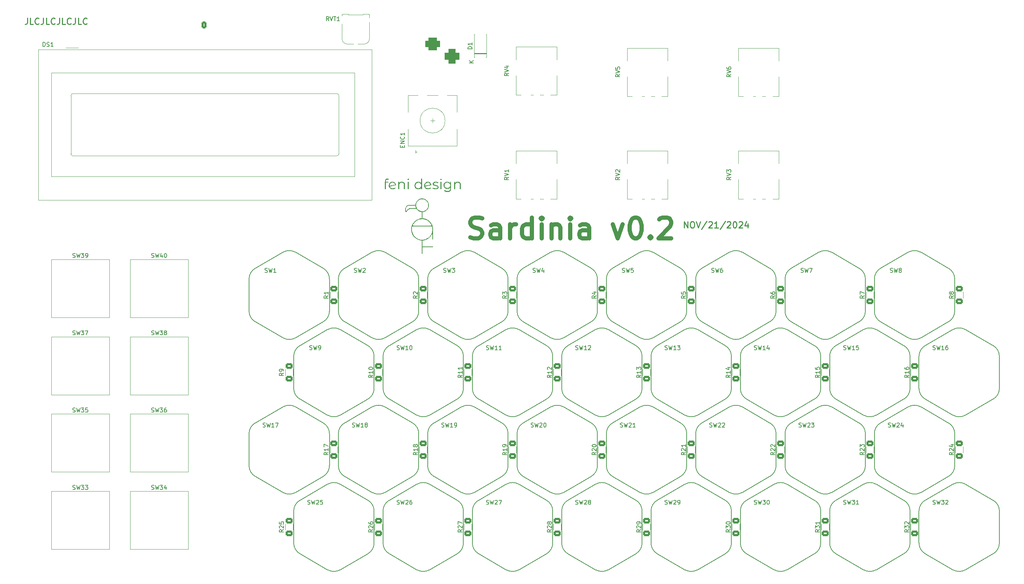
<source format=gto>
G04 #@! TF.GenerationSoftware,KiCad,Pcbnew,7.0.11*
G04 #@! TF.CreationDate,2024-11-21T01:14:31-06:00*
G04 #@! TF.ProjectId,Sardinia_v0.2,53617264-696e-4696-915f-76302e322e6b,rev?*
G04 #@! TF.SameCoordinates,Original*
G04 #@! TF.FileFunction,Legend,Top*
G04 #@! TF.FilePolarity,Positive*
%FSLAX46Y46*%
G04 Gerber Fmt 4.6, Leading zero omitted, Abs format (unit mm)*
G04 Created by KiCad (PCBNEW 7.0.11) date 2024-11-21 01:14:31*
%MOMM*%
%LPD*%
G01*
G04 APERTURE LIST*
G04 Aperture macros list*
%AMRoundRect*
0 Rectangle with rounded corners*
0 $1 Rounding radius*
0 $2 $3 $4 $5 $6 $7 $8 $9 X,Y pos of 4 corners*
0 Add a 4 corners polygon primitive as box body*
4,1,4,$2,$3,$4,$5,$6,$7,$8,$9,$2,$3,0*
0 Add four circle primitives for the rounded corners*
1,1,$1+$1,$2,$3*
1,1,$1+$1,$4,$5*
1,1,$1+$1,$6,$7*
1,1,$1+$1,$8,$9*
0 Add four rect primitives between the rounded corners*
20,1,$1+$1,$2,$3,$4,$5,0*
20,1,$1+$1,$4,$5,$6,$7,0*
20,1,$1+$1,$6,$7,$8,$9,0*
20,1,$1+$1,$8,$9,$2,$3,0*%
G04 Aperture macros list end*
%ADD10C,1.000000*%
%ADD11C,0.250000*%
%ADD12C,0.150000*%
%ADD13C,0.200000*%
%ADD14C,0.120000*%
%ADD15RoundRect,0.250000X0.625000X-0.400000X0.625000X0.400000X-0.625000X0.400000X-0.625000X-0.400000X0*%
%ADD16O,2.720000X3.240000*%
%ADD17R,1.800000X1.800000*%
%ADD18C,1.800000*%
%ADD19C,1.700000*%
%ADD20C,4.000000*%
%ADD21C,2.200000*%
%ADD22C,1.900000*%
%ADD23C,3.500000*%
%ADD24C,2.400000*%
%ADD25R,1.560000X1.560000*%
%ADD26C,1.560000*%
%ADD27R,2.200000X2.200000*%
%ADD28O,2.200000X2.200000*%
%ADD29R,2.000000X2.000000*%
%ADD30C,2.000000*%
%ADD31R,2.000000X3.200000*%
%ADD32R,1.800000X2.600000*%
%ADD33O,1.800000X2.600000*%
%ADD34R,3.500000X3.500000*%
%ADD35RoundRect,0.750000X-1.000000X0.750000X-1.000000X-0.750000X1.000000X-0.750000X1.000000X0.750000X0*%
%ADD36RoundRect,0.875000X-0.875000X0.875000X-0.875000X-0.875000X0.875000X-0.875000X0.875000X0.875000X0*%
%ADD37C,3.000000*%
%ADD38R,1.600000X1.600000*%
%ADD39C,1.600000*%
%ADD40RoundRect,0.250000X0.350000X0.625000X-0.350000X0.625000X-0.350000X-0.625000X0.350000X-0.625000X0*%
%ADD41O,1.200000X1.750000*%
%ADD42R,1.600000X2.400000*%
%ADD43O,1.600000X2.400000*%
%ADD44R,1.700000X1.700000*%
%ADD45R,2.400000X1.600000*%
%ADD46O,2.400000X1.600000*%
G04 APERTURE END LIST*
D10*
X146610274Y-73598000D02*
X147324560Y-73836095D01*
X147324560Y-73836095D02*
X148515036Y-73836095D01*
X148515036Y-73836095D02*
X148991227Y-73598000D01*
X148991227Y-73598000D02*
X149229322Y-73359904D01*
X149229322Y-73359904D02*
X149467417Y-72883714D01*
X149467417Y-72883714D02*
X149467417Y-72407523D01*
X149467417Y-72407523D02*
X149229322Y-71931333D01*
X149229322Y-71931333D02*
X148991227Y-71693238D01*
X148991227Y-71693238D02*
X148515036Y-71455142D01*
X148515036Y-71455142D02*
X147562655Y-71217047D01*
X147562655Y-71217047D02*
X147086465Y-70978952D01*
X147086465Y-70978952D02*
X146848370Y-70740857D01*
X146848370Y-70740857D02*
X146610274Y-70264666D01*
X146610274Y-70264666D02*
X146610274Y-69788476D01*
X146610274Y-69788476D02*
X146848370Y-69312285D01*
X146848370Y-69312285D02*
X147086465Y-69074190D01*
X147086465Y-69074190D02*
X147562655Y-68836095D01*
X147562655Y-68836095D02*
X148753132Y-68836095D01*
X148753132Y-68836095D02*
X149467417Y-69074190D01*
X153753132Y-73836095D02*
X153753132Y-71217047D01*
X153753132Y-71217047D02*
X153515037Y-70740857D01*
X153515037Y-70740857D02*
X153038846Y-70502761D01*
X153038846Y-70502761D02*
X152086465Y-70502761D01*
X152086465Y-70502761D02*
X151610275Y-70740857D01*
X153753132Y-73598000D02*
X153276941Y-73836095D01*
X153276941Y-73836095D02*
X152086465Y-73836095D01*
X152086465Y-73836095D02*
X151610275Y-73598000D01*
X151610275Y-73598000D02*
X151372179Y-73121809D01*
X151372179Y-73121809D02*
X151372179Y-72645619D01*
X151372179Y-72645619D02*
X151610275Y-72169428D01*
X151610275Y-72169428D02*
X152086465Y-71931333D01*
X152086465Y-71931333D02*
X153276941Y-71931333D01*
X153276941Y-71931333D02*
X153753132Y-71693238D01*
X156134085Y-73836095D02*
X156134085Y-70502761D01*
X156134085Y-71455142D02*
X156372180Y-70978952D01*
X156372180Y-70978952D02*
X156610275Y-70740857D01*
X156610275Y-70740857D02*
X157086466Y-70502761D01*
X157086466Y-70502761D02*
X157562656Y-70502761D01*
X161372180Y-73836095D02*
X161372180Y-68836095D01*
X161372180Y-73598000D02*
X160895989Y-73836095D01*
X160895989Y-73836095D02*
X159943608Y-73836095D01*
X159943608Y-73836095D02*
X159467418Y-73598000D01*
X159467418Y-73598000D02*
X159229323Y-73359904D01*
X159229323Y-73359904D02*
X158991227Y-72883714D01*
X158991227Y-72883714D02*
X158991227Y-71455142D01*
X158991227Y-71455142D02*
X159229323Y-70978952D01*
X159229323Y-70978952D02*
X159467418Y-70740857D01*
X159467418Y-70740857D02*
X159943608Y-70502761D01*
X159943608Y-70502761D02*
X160895989Y-70502761D01*
X160895989Y-70502761D02*
X161372180Y-70740857D01*
X163753133Y-73836095D02*
X163753133Y-70502761D01*
X163753133Y-68836095D02*
X163515037Y-69074190D01*
X163515037Y-69074190D02*
X163753133Y-69312285D01*
X163753133Y-69312285D02*
X163991228Y-69074190D01*
X163991228Y-69074190D02*
X163753133Y-68836095D01*
X163753133Y-68836095D02*
X163753133Y-69312285D01*
X166134085Y-70502761D02*
X166134085Y-73836095D01*
X166134085Y-70978952D02*
X166372180Y-70740857D01*
X166372180Y-70740857D02*
X166848370Y-70502761D01*
X166848370Y-70502761D02*
X167562656Y-70502761D01*
X167562656Y-70502761D02*
X168038847Y-70740857D01*
X168038847Y-70740857D02*
X168276942Y-71217047D01*
X168276942Y-71217047D02*
X168276942Y-73836095D01*
X170657895Y-73836095D02*
X170657895Y-70502761D01*
X170657895Y-68836095D02*
X170419799Y-69074190D01*
X170419799Y-69074190D02*
X170657895Y-69312285D01*
X170657895Y-69312285D02*
X170895990Y-69074190D01*
X170895990Y-69074190D02*
X170657895Y-68836095D01*
X170657895Y-68836095D02*
X170657895Y-69312285D01*
X175181704Y-73836095D02*
X175181704Y-71217047D01*
X175181704Y-71217047D02*
X174943609Y-70740857D01*
X174943609Y-70740857D02*
X174467418Y-70502761D01*
X174467418Y-70502761D02*
X173515037Y-70502761D01*
X173515037Y-70502761D02*
X173038847Y-70740857D01*
X175181704Y-73598000D02*
X174705513Y-73836095D01*
X174705513Y-73836095D02*
X173515037Y-73836095D01*
X173515037Y-73836095D02*
X173038847Y-73598000D01*
X173038847Y-73598000D02*
X172800751Y-73121809D01*
X172800751Y-73121809D02*
X172800751Y-72645619D01*
X172800751Y-72645619D02*
X173038847Y-72169428D01*
X173038847Y-72169428D02*
X173515037Y-71931333D01*
X173515037Y-71931333D02*
X174705513Y-71931333D01*
X174705513Y-71931333D02*
X175181704Y-71693238D01*
X180895990Y-70502761D02*
X182086466Y-73836095D01*
X182086466Y-73836095D02*
X183276943Y-70502761D01*
X186134086Y-68836095D02*
X186610276Y-68836095D01*
X186610276Y-68836095D02*
X187086467Y-69074190D01*
X187086467Y-69074190D02*
X187324562Y-69312285D01*
X187324562Y-69312285D02*
X187562657Y-69788476D01*
X187562657Y-69788476D02*
X187800752Y-70740857D01*
X187800752Y-70740857D02*
X187800752Y-71931333D01*
X187800752Y-71931333D02*
X187562657Y-72883714D01*
X187562657Y-72883714D02*
X187324562Y-73359904D01*
X187324562Y-73359904D02*
X187086467Y-73598000D01*
X187086467Y-73598000D02*
X186610276Y-73836095D01*
X186610276Y-73836095D02*
X186134086Y-73836095D01*
X186134086Y-73836095D02*
X185657895Y-73598000D01*
X185657895Y-73598000D02*
X185419800Y-73359904D01*
X185419800Y-73359904D02*
X185181705Y-72883714D01*
X185181705Y-72883714D02*
X184943609Y-71931333D01*
X184943609Y-71931333D02*
X184943609Y-70740857D01*
X184943609Y-70740857D02*
X185181705Y-69788476D01*
X185181705Y-69788476D02*
X185419800Y-69312285D01*
X185419800Y-69312285D02*
X185657895Y-69074190D01*
X185657895Y-69074190D02*
X186134086Y-68836095D01*
X189943610Y-73359904D02*
X190181705Y-73598000D01*
X190181705Y-73598000D02*
X189943610Y-73836095D01*
X189943610Y-73836095D02*
X189705514Y-73598000D01*
X189705514Y-73598000D02*
X189943610Y-73359904D01*
X189943610Y-73359904D02*
X189943610Y-73836095D01*
X192086466Y-69312285D02*
X192324562Y-69074190D01*
X192324562Y-69074190D02*
X192800752Y-68836095D01*
X192800752Y-68836095D02*
X193991228Y-68836095D01*
X193991228Y-68836095D02*
X194467419Y-69074190D01*
X194467419Y-69074190D02*
X194705514Y-69312285D01*
X194705514Y-69312285D02*
X194943609Y-69788476D01*
X194943609Y-69788476D02*
X194943609Y-70264666D01*
X194943609Y-70264666D02*
X194705514Y-70978952D01*
X194705514Y-70978952D02*
X191848371Y-73836095D01*
X191848371Y-73836095D02*
X194943609Y-73836095D01*
D11*
X198021615Y-71303428D02*
X198021615Y-69803428D01*
X198021615Y-69803428D02*
X198878758Y-71303428D01*
X198878758Y-71303428D02*
X198878758Y-69803428D01*
X199878759Y-69803428D02*
X200164473Y-69803428D01*
X200164473Y-69803428D02*
X200307330Y-69874857D01*
X200307330Y-69874857D02*
X200450187Y-70017714D01*
X200450187Y-70017714D02*
X200521616Y-70303428D01*
X200521616Y-70303428D02*
X200521616Y-70803428D01*
X200521616Y-70803428D02*
X200450187Y-71089142D01*
X200450187Y-71089142D02*
X200307330Y-71232000D01*
X200307330Y-71232000D02*
X200164473Y-71303428D01*
X200164473Y-71303428D02*
X199878759Y-71303428D01*
X199878759Y-71303428D02*
X199735902Y-71232000D01*
X199735902Y-71232000D02*
X199593044Y-71089142D01*
X199593044Y-71089142D02*
X199521616Y-70803428D01*
X199521616Y-70803428D02*
X199521616Y-70303428D01*
X199521616Y-70303428D02*
X199593044Y-70017714D01*
X199593044Y-70017714D02*
X199735902Y-69874857D01*
X199735902Y-69874857D02*
X199878759Y-69803428D01*
X200950188Y-69803428D02*
X201450188Y-71303428D01*
X201450188Y-71303428D02*
X201950188Y-69803428D01*
X203521616Y-69732000D02*
X202235902Y-71660571D01*
X203950188Y-69946285D02*
X204021616Y-69874857D01*
X204021616Y-69874857D02*
X204164474Y-69803428D01*
X204164474Y-69803428D02*
X204521616Y-69803428D01*
X204521616Y-69803428D02*
X204664474Y-69874857D01*
X204664474Y-69874857D02*
X204735902Y-69946285D01*
X204735902Y-69946285D02*
X204807331Y-70089142D01*
X204807331Y-70089142D02*
X204807331Y-70232000D01*
X204807331Y-70232000D02*
X204735902Y-70446285D01*
X204735902Y-70446285D02*
X203878759Y-71303428D01*
X203878759Y-71303428D02*
X204807331Y-71303428D01*
X206235902Y-71303428D02*
X205378759Y-71303428D01*
X205807330Y-71303428D02*
X205807330Y-69803428D01*
X205807330Y-69803428D02*
X205664473Y-70017714D01*
X205664473Y-70017714D02*
X205521616Y-70160571D01*
X205521616Y-70160571D02*
X205378759Y-70232000D01*
X207950187Y-69732000D02*
X206664473Y-71660571D01*
X208378759Y-69946285D02*
X208450187Y-69874857D01*
X208450187Y-69874857D02*
X208593045Y-69803428D01*
X208593045Y-69803428D02*
X208950187Y-69803428D01*
X208950187Y-69803428D02*
X209093045Y-69874857D01*
X209093045Y-69874857D02*
X209164473Y-69946285D01*
X209164473Y-69946285D02*
X209235902Y-70089142D01*
X209235902Y-70089142D02*
X209235902Y-70232000D01*
X209235902Y-70232000D02*
X209164473Y-70446285D01*
X209164473Y-70446285D02*
X208307330Y-71303428D01*
X208307330Y-71303428D02*
X209235902Y-71303428D01*
X210164473Y-69803428D02*
X210307330Y-69803428D01*
X210307330Y-69803428D02*
X210450187Y-69874857D01*
X210450187Y-69874857D02*
X210521616Y-69946285D01*
X210521616Y-69946285D02*
X210593044Y-70089142D01*
X210593044Y-70089142D02*
X210664473Y-70374857D01*
X210664473Y-70374857D02*
X210664473Y-70732000D01*
X210664473Y-70732000D02*
X210593044Y-71017714D01*
X210593044Y-71017714D02*
X210521616Y-71160571D01*
X210521616Y-71160571D02*
X210450187Y-71232000D01*
X210450187Y-71232000D02*
X210307330Y-71303428D01*
X210307330Y-71303428D02*
X210164473Y-71303428D01*
X210164473Y-71303428D02*
X210021616Y-71232000D01*
X210021616Y-71232000D02*
X209950187Y-71160571D01*
X209950187Y-71160571D02*
X209878758Y-71017714D01*
X209878758Y-71017714D02*
X209807330Y-70732000D01*
X209807330Y-70732000D02*
X209807330Y-70374857D01*
X209807330Y-70374857D02*
X209878758Y-70089142D01*
X209878758Y-70089142D02*
X209950187Y-69946285D01*
X209950187Y-69946285D02*
X210021616Y-69874857D01*
X210021616Y-69874857D02*
X210164473Y-69803428D01*
X211235901Y-69946285D02*
X211307329Y-69874857D01*
X211307329Y-69874857D02*
X211450187Y-69803428D01*
X211450187Y-69803428D02*
X211807329Y-69803428D01*
X211807329Y-69803428D02*
X211950187Y-69874857D01*
X211950187Y-69874857D02*
X212021615Y-69946285D01*
X212021615Y-69946285D02*
X212093044Y-70089142D01*
X212093044Y-70089142D02*
X212093044Y-70232000D01*
X212093044Y-70232000D02*
X212021615Y-70446285D01*
X212021615Y-70446285D02*
X211164472Y-71303428D01*
X211164472Y-71303428D02*
X212093044Y-71303428D01*
X213378758Y-70303428D02*
X213378758Y-71303428D01*
X213021615Y-69732000D02*
X212664472Y-70803428D01*
X212664472Y-70803428D02*
X213593043Y-70803428D01*
X39950187Y-20803428D02*
X39950187Y-21874857D01*
X39950187Y-21874857D02*
X39878758Y-22089142D01*
X39878758Y-22089142D02*
X39735901Y-22232000D01*
X39735901Y-22232000D02*
X39521615Y-22303428D01*
X39521615Y-22303428D02*
X39378758Y-22303428D01*
X41378758Y-22303428D02*
X40664472Y-22303428D01*
X40664472Y-22303428D02*
X40664472Y-20803428D01*
X42735901Y-22160571D02*
X42664473Y-22232000D01*
X42664473Y-22232000D02*
X42450187Y-22303428D01*
X42450187Y-22303428D02*
X42307330Y-22303428D01*
X42307330Y-22303428D02*
X42093044Y-22232000D01*
X42093044Y-22232000D02*
X41950187Y-22089142D01*
X41950187Y-22089142D02*
X41878758Y-21946285D01*
X41878758Y-21946285D02*
X41807330Y-21660571D01*
X41807330Y-21660571D02*
X41807330Y-21446285D01*
X41807330Y-21446285D02*
X41878758Y-21160571D01*
X41878758Y-21160571D02*
X41950187Y-21017714D01*
X41950187Y-21017714D02*
X42093044Y-20874857D01*
X42093044Y-20874857D02*
X42307330Y-20803428D01*
X42307330Y-20803428D02*
X42450187Y-20803428D01*
X42450187Y-20803428D02*
X42664473Y-20874857D01*
X42664473Y-20874857D02*
X42735901Y-20946285D01*
X43807330Y-20803428D02*
X43807330Y-21874857D01*
X43807330Y-21874857D02*
X43735901Y-22089142D01*
X43735901Y-22089142D02*
X43593044Y-22232000D01*
X43593044Y-22232000D02*
X43378758Y-22303428D01*
X43378758Y-22303428D02*
X43235901Y-22303428D01*
X45235901Y-22303428D02*
X44521615Y-22303428D01*
X44521615Y-22303428D02*
X44521615Y-20803428D01*
X46593044Y-22160571D02*
X46521616Y-22232000D01*
X46521616Y-22232000D02*
X46307330Y-22303428D01*
X46307330Y-22303428D02*
X46164473Y-22303428D01*
X46164473Y-22303428D02*
X45950187Y-22232000D01*
X45950187Y-22232000D02*
X45807330Y-22089142D01*
X45807330Y-22089142D02*
X45735901Y-21946285D01*
X45735901Y-21946285D02*
X45664473Y-21660571D01*
X45664473Y-21660571D02*
X45664473Y-21446285D01*
X45664473Y-21446285D02*
X45735901Y-21160571D01*
X45735901Y-21160571D02*
X45807330Y-21017714D01*
X45807330Y-21017714D02*
X45950187Y-20874857D01*
X45950187Y-20874857D02*
X46164473Y-20803428D01*
X46164473Y-20803428D02*
X46307330Y-20803428D01*
X46307330Y-20803428D02*
X46521616Y-20874857D01*
X46521616Y-20874857D02*
X46593044Y-20946285D01*
X47664473Y-20803428D02*
X47664473Y-21874857D01*
X47664473Y-21874857D02*
X47593044Y-22089142D01*
X47593044Y-22089142D02*
X47450187Y-22232000D01*
X47450187Y-22232000D02*
X47235901Y-22303428D01*
X47235901Y-22303428D02*
X47093044Y-22303428D01*
X49093044Y-22303428D02*
X48378758Y-22303428D01*
X48378758Y-22303428D02*
X48378758Y-20803428D01*
X50450187Y-22160571D02*
X50378759Y-22232000D01*
X50378759Y-22232000D02*
X50164473Y-22303428D01*
X50164473Y-22303428D02*
X50021616Y-22303428D01*
X50021616Y-22303428D02*
X49807330Y-22232000D01*
X49807330Y-22232000D02*
X49664473Y-22089142D01*
X49664473Y-22089142D02*
X49593044Y-21946285D01*
X49593044Y-21946285D02*
X49521616Y-21660571D01*
X49521616Y-21660571D02*
X49521616Y-21446285D01*
X49521616Y-21446285D02*
X49593044Y-21160571D01*
X49593044Y-21160571D02*
X49664473Y-21017714D01*
X49664473Y-21017714D02*
X49807330Y-20874857D01*
X49807330Y-20874857D02*
X50021616Y-20803428D01*
X50021616Y-20803428D02*
X50164473Y-20803428D01*
X50164473Y-20803428D02*
X50378759Y-20874857D01*
X50378759Y-20874857D02*
X50450187Y-20946285D01*
X51521616Y-20803428D02*
X51521616Y-21874857D01*
X51521616Y-21874857D02*
X51450187Y-22089142D01*
X51450187Y-22089142D02*
X51307330Y-22232000D01*
X51307330Y-22232000D02*
X51093044Y-22303428D01*
X51093044Y-22303428D02*
X50950187Y-22303428D01*
X52950187Y-22303428D02*
X52235901Y-22303428D01*
X52235901Y-22303428D02*
X52235901Y-20803428D01*
X54307330Y-22160571D02*
X54235902Y-22232000D01*
X54235902Y-22232000D02*
X54021616Y-22303428D01*
X54021616Y-22303428D02*
X53878759Y-22303428D01*
X53878759Y-22303428D02*
X53664473Y-22232000D01*
X53664473Y-22232000D02*
X53521616Y-22089142D01*
X53521616Y-22089142D02*
X53450187Y-21946285D01*
X53450187Y-21946285D02*
X53378759Y-21660571D01*
X53378759Y-21660571D02*
X53378759Y-21446285D01*
X53378759Y-21446285D02*
X53450187Y-21160571D01*
X53450187Y-21160571D02*
X53521616Y-21017714D01*
X53521616Y-21017714D02*
X53664473Y-20874857D01*
X53664473Y-20874857D02*
X53878759Y-20803428D01*
X53878759Y-20803428D02*
X54021616Y-20803428D01*
X54021616Y-20803428D02*
X54235902Y-20874857D01*
X54235902Y-20874857D02*
X54307330Y-20946285D01*
D12*
X123134819Y-106762405D02*
X122658628Y-107095738D01*
X123134819Y-107333833D02*
X122134819Y-107333833D01*
X122134819Y-107333833D02*
X122134819Y-106952881D01*
X122134819Y-106952881D02*
X122182438Y-106857643D01*
X122182438Y-106857643D02*
X122230057Y-106810024D01*
X122230057Y-106810024D02*
X122325295Y-106762405D01*
X122325295Y-106762405D02*
X122468152Y-106762405D01*
X122468152Y-106762405D02*
X122563390Y-106810024D01*
X122563390Y-106810024D02*
X122611009Y-106857643D01*
X122611009Y-106857643D02*
X122658628Y-106952881D01*
X122658628Y-106952881D02*
X122658628Y-107333833D01*
X123134819Y-105810024D02*
X123134819Y-106381452D01*
X123134819Y-106095738D02*
X122134819Y-106095738D01*
X122134819Y-106095738D02*
X122277676Y-106190976D01*
X122277676Y-106190976D02*
X122372914Y-106286214D01*
X122372914Y-106286214D02*
X122420533Y-106381452D01*
X122134819Y-105190976D02*
X122134819Y-105095738D01*
X122134819Y-105095738D02*
X122182438Y-105000500D01*
X122182438Y-105000500D02*
X122230057Y-104952881D01*
X122230057Y-104952881D02*
X122325295Y-104905262D01*
X122325295Y-104905262D02*
X122515771Y-104857643D01*
X122515771Y-104857643D02*
X122753866Y-104857643D01*
X122753866Y-104857643D02*
X122944342Y-104905262D01*
X122944342Y-104905262D02*
X123039580Y-104952881D01*
X123039580Y-104952881D02*
X123087200Y-105000500D01*
X123087200Y-105000500D02*
X123134819Y-105095738D01*
X123134819Y-105095738D02*
X123134819Y-105190976D01*
X123134819Y-105190976D02*
X123087200Y-105286214D01*
X123087200Y-105286214D02*
X123039580Y-105333833D01*
X123039580Y-105333833D02*
X122944342Y-105381452D01*
X122944342Y-105381452D02*
X122753866Y-105429071D01*
X122753866Y-105429071D02*
X122515771Y-105429071D01*
X122515771Y-105429071D02*
X122325295Y-105381452D01*
X122325295Y-105381452D02*
X122230057Y-105333833D01*
X122230057Y-105333833D02*
X122182438Y-105286214D01*
X122182438Y-105286214D02*
X122134819Y-105190976D01*
X209314819Y-59110238D02*
X208838628Y-59443571D01*
X209314819Y-59681666D02*
X208314819Y-59681666D01*
X208314819Y-59681666D02*
X208314819Y-59300714D01*
X208314819Y-59300714D02*
X208362438Y-59205476D01*
X208362438Y-59205476D02*
X208410057Y-59157857D01*
X208410057Y-59157857D02*
X208505295Y-59110238D01*
X208505295Y-59110238D02*
X208648152Y-59110238D01*
X208648152Y-59110238D02*
X208743390Y-59157857D01*
X208743390Y-59157857D02*
X208791009Y-59205476D01*
X208791009Y-59205476D02*
X208838628Y-59300714D01*
X208838628Y-59300714D02*
X208838628Y-59681666D01*
X208314819Y-58824523D02*
X209314819Y-58491190D01*
X209314819Y-58491190D02*
X208314819Y-58157857D01*
X208314819Y-57919761D02*
X208314819Y-57300714D01*
X208314819Y-57300714D02*
X208695771Y-57634047D01*
X208695771Y-57634047D02*
X208695771Y-57491190D01*
X208695771Y-57491190D02*
X208743390Y-57395952D01*
X208743390Y-57395952D02*
X208791009Y-57348333D01*
X208791009Y-57348333D02*
X208886247Y-57300714D01*
X208886247Y-57300714D02*
X209124342Y-57300714D01*
X209124342Y-57300714D02*
X209219580Y-57348333D01*
X209219580Y-57348333D02*
X209267200Y-57395952D01*
X209267200Y-57395952D02*
X209314819Y-57491190D01*
X209314819Y-57491190D02*
X209314819Y-57776904D01*
X209314819Y-57776904D02*
X209267200Y-57872142D01*
X209267200Y-57872142D02*
X209219580Y-57919761D01*
X262884819Y-125381953D02*
X262408628Y-125715286D01*
X262884819Y-125953381D02*
X261884819Y-125953381D01*
X261884819Y-125953381D02*
X261884819Y-125572429D01*
X261884819Y-125572429D02*
X261932438Y-125477191D01*
X261932438Y-125477191D02*
X261980057Y-125429572D01*
X261980057Y-125429572D02*
X262075295Y-125381953D01*
X262075295Y-125381953D02*
X262218152Y-125381953D01*
X262218152Y-125381953D02*
X262313390Y-125429572D01*
X262313390Y-125429572D02*
X262361009Y-125477191D01*
X262361009Y-125477191D02*
X262408628Y-125572429D01*
X262408628Y-125572429D02*
X262408628Y-125953381D01*
X261980057Y-125001000D02*
X261932438Y-124953381D01*
X261932438Y-124953381D02*
X261884819Y-124858143D01*
X261884819Y-124858143D02*
X261884819Y-124620048D01*
X261884819Y-124620048D02*
X261932438Y-124524810D01*
X261932438Y-124524810D02*
X261980057Y-124477191D01*
X261980057Y-124477191D02*
X262075295Y-124429572D01*
X262075295Y-124429572D02*
X262170533Y-124429572D01*
X262170533Y-124429572D02*
X262313390Y-124477191D01*
X262313390Y-124477191D02*
X262884819Y-125048619D01*
X262884819Y-125048619D02*
X262884819Y-124429572D01*
X262218152Y-123572429D02*
X262884819Y-123572429D01*
X261837200Y-123810524D02*
X262551485Y-124048619D01*
X262551485Y-124048619D02*
X262551485Y-123429572D01*
X69860476Y-134283068D02*
X70003333Y-134330687D01*
X70003333Y-134330687D02*
X70241428Y-134330687D01*
X70241428Y-134330687D02*
X70336666Y-134283068D01*
X70336666Y-134283068D02*
X70384285Y-134235448D01*
X70384285Y-134235448D02*
X70431904Y-134140210D01*
X70431904Y-134140210D02*
X70431904Y-134044972D01*
X70431904Y-134044972D02*
X70384285Y-133949734D01*
X70384285Y-133949734D02*
X70336666Y-133902115D01*
X70336666Y-133902115D02*
X70241428Y-133854496D01*
X70241428Y-133854496D02*
X70050952Y-133806877D01*
X70050952Y-133806877D02*
X69955714Y-133759258D01*
X69955714Y-133759258D02*
X69908095Y-133711639D01*
X69908095Y-133711639D02*
X69860476Y-133616401D01*
X69860476Y-133616401D02*
X69860476Y-133521163D01*
X69860476Y-133521163D02*
X69908095Y-133425925D01*
X69908095Y-133425925D02*
X69955714Y-133378306D01*
X69955714Y-133378306D02*
X70050952Y-133330687D01*
X70050952Y-133330687D02*
X70289047Y-133330687D01*
X70289047Y-133330687D02*
X70431904Y-133378306D01*
X70765238Y-133330687D02*
X71003333Y-134330687D01*
X71003333Y-134330687D02*
X71193809Y-133616401D01*
X71193809Y-133616401D02*
X71384285Y-134330687D01*
X71384285Y-134330687D02*
X71622381Y-133330687D01*
X71908095Y-133330687D02*
X72527142Y-133330687D01*
X72527142Y-133330687D02*
X72193809Y-133711639D01*
X72193809Y-133711639D02*
X72336666Y-133711639D01*
X72336666Y-133711639D02*
X72431904Y-133759258D01*
X72431904Y-133759258D02*
X72479523Y-133806877D01*
X72479523Y-133806877D02*
X72527142Y-133902115D01*
X72527142Y-133902115D02*
X72527142Y-134140210D01*
X72527142Y-134140210D02*
X72479523Y-134235448D01*
X72479523Y-134235448D02*
X72431904Y-134283068D01*
X72431904Y-134283068D02*
X72336666Y-134330687D01*
X72336666Y-134330687D02*
X72050952Y-134330687D01*
X72050952Y-134330687D02*
X71955714Y-134283068D01*
X71955714Y-134283068D02*
X71908095Y-134235448D01*
X73384285Y-133664020D02*
X73384285Y-134330687D01*
X73146190Y-133283068D02*
X72908095Y-133997353D01*
X72908095Y-133997353D02*
X73527142Y-133997353D01*
X219884819Y-125381953D02*
X219408628Y-125715286D01*
X219884819Y-125953381D02*
X218884819Y-125953381D01*
X218884819Y-125953381D02*
X218884819Y-125572429D01*
X218884819Y-125572429D02*
X218932438Y-125477191D01*
X218932438Y-125477191D02*
X218980057Y-125429572D01*
X218980057Y-125429572D02*
X219075295Y-125381953D01*
X219075295Y-125381953D02*
X219218152Y-125381953D01*
X219218152Y-125381953D02*
X219313390Y-125429572D01*
X219313390Y-125429572D02*
X219361009Y-125477191D01*
X219361009Y-125477191D02*
X219408628Y-125572429D01*
X219408628Y-125572429D02*
X219408628Y-125953381D01*
X218980057Y-125001000D02*
X218932438Y-124953381D01*
X218932438Y-124953381D02*
X218884819Y-124858143D01*
X218884819Y-124858143D02*
X218884819Y-124620048D01*
X218884819Y-124620048D02*
X218932438Y-124524810D01*
X218932438Y-124524810D02*
X218980057Y-124477191D01*
X218980057Y-124477191D02*
X219075295Y-124429572D01*
X219075295Y-124429572D02*
X219170533Y-124429572D01*
X219170533Y-124429572D02*
X219313390Y-124477191D01*
X219313390Y-124477191D02*
X219884819Y-125048619D01*
X219884819Y-125048619D02*
X219884819Y-124429572D01*
X218980057Y-124048619D02*
X218932438Y-124001000D01*
X218932438Y-124001000D02*
X218884819Y-123905762D01*
X218884819Y-123905762D02*
X218884819Y-123667667D01*
X218884819Y-123667667D02*
X218932438Y-123572429D01*
X218932438Y-123572429D02*
X218980057Y-123524810D01*
X218980057Y-123524810D02*
X219075295Y-123477191D01*
X219075295Y-123477191D02*
X219170533Y-123477191D01*
X219170533Y-123477191D02*
X219313390Y-123524810D01*
X219313390Y-123524810D02*
X219884819Y-124096238D01*
X219884819Y-124096238D02*
X219884819Y-123477191D01*
D13*
X214940476Y-100624148D02*
X215083333Y-100671767D01*
X215083333Y-100671767D02*
X215321428Y-100671767D01*
X215321428Y-100671767D02*
X215416666Y-100624148D01*
X215416666Y-100624148D02*
X215464285Y-100576528D01*
X215464285Y-100576528D02*
X215511904Y-100481290D01*
X215511904Y-100481290D02*
X215511904Y-100386052D01*
X215511904Y-100386052D02*
X215464285Y-100290814D01*
X215464285Y-100290814D02*
X215416666Y-100243195D01*
X215416666Y-100243195D02*
X215321428Y-100195576D01*
X215321428Y-100195576D02*
X215130952Y-100147957D01*
X215130952Y-100147957D02*
X215035714Y-100100338D01*
X215035714Y-100100338D02*
X214988095Y-100052719D01*
X214988095Y-100052719D02*
X214940476Y-99957481D01*
X214940476Y-99957481D02*
X214940476Y-99862243D01*
X214940476Y-99862243D02*
X214988095Y-99767005D01*
X214988095Y-99767005D02*
X215035714Y-99719386D01*
X215035714Y-99719386D02*
X215130952Y-99671767D01*
X215130952Y-99671767D02*
X215369047Y-99671767D01*
X215369047Y-99671767D02*
X215511904Y-99719386D01*
X215845238Y-99671767D02*
X216083333Y-100671767D01*
X216083333Y-100671767D02*
X216273809Y-99957481D01*
X216273809Y-99957481D02*
X216464285Y-100671767D01*
X216464285Y-100671767D02*
X216702381Y-99671767D01*
X217607142Y-100671767D02*
X217035714Y-100671767D01*
X217321428Y-100671767D02*
X217321428Y-99671767D01*
X217321428Y-99671767D02*
X217226190Y-99814624D01*
X217226190Y-99814624D02*
X217130952Y-99909862D01*
X217130952Y-99909862D02*
X217035714Y-99957481D01*
X218464285Y-100005100D02*
X218464285Y-100671767D01*
X218226190Y-99624148D02*
X217988095Y-100338433D01*
X217988095Y-100338433D02*
X218607142Y-100338433D01*
D12*
X230634819Y-144001501D02*
X230158628Y-144334834D01*
X230634819Y-144572929D02*
X229634819Y-144572929D01*
X229634819Y-144572929D02*
X229634819Y-144191977D01*
X229634819Y-144191977D02*
X229682438Y-144096739D01*
X229682438Y-144096739D02*
X229730057Y-144049120D01*
X229730057Y-144049120D02*
X229825295Y-144001501D01*
X229825295Y-144001501D02*
X229968152Y-144001501D01*
X229968152Y-144001501D02*
X230063390Y-144049120D01*
X230063390Y-144049120D02*
X230111009Y-144096739D01*
X230111009Y-144096739D02*
X230158628Y-144191977D01*
X230158628Y-144191977D02*
X230158628Y-144572929D01*
X229634819Y-143668167D02*
X229634819Y-143049120D01*
X229634819Y-143049120D02*
X230015771Y-143382453D01*
X230015771Y-143382453D02*
X230015771Y-143239596D01*
X230015771Y-143239596D02*
X230063390Y-143144358D01*
X230063390Y-143144358D02*
X230111009Y-143096739D01*
X230111009Y-143096739D02*
X230206247Y-143049120D01*
X230206247Y-143049120D02*
X230444342Y-143049120D01*
X230444342Y-143049120D02*
X230539580Y-143096739D01*
X230539580Y-143096739D02*
X230587200Y-143144358D01*
X230587200Y-143144358D02*
X230634819Y-143239596D01*
X230634819Y-143239596D02*
X230634819Y-143525310D01*
X230634819Y-143525310D02*
X230587200Y-143620548D01*
X230587200Y-143620548D02*
X230539580Y-143668167D01*
X230634819Y-142096739D02*
X230634819Y-142668167D01*
X230634819Y-142382453D02*
X229634819Y-142382453D01*
X229634819Y-142382453D02*
X229777676Y-142477691D01*
X229777676Y-142477691D02*
X229872914Y-142572929D01*
X229872914Y-142572929D02*
X229920533Y-142668167D01*
D13*
X128940476Y-100624148D02*
X129083333Y-100671767D01*
X129083333Y-100671767D02*
X129321428Y-100671767D01*
X129321428Y-100671767D02*
X129416666Y-100624148D01*
X129416666Y-100624148D02*
X129464285Y-100576528D01*
X129464285Y-100576528D02*
X129511904Y-100481290D01*
X129511904Y-100481290D02*
X129511904Y-100386052D01*
X129511904Y-100386052D02*
X129464285Y-100290814D01*
X129464285Y-100290814D02*
X129416666Y-100243195D01*
X129416666Y-100243195D02*
X129321428Y-100195576D01*
X129321428Y-100195576D02*
X129130952Y-100147957D01*
X129130952Y-100147957D02*
X129035714Y-100100338D01*
X129035714Y-100100338D02*
X128988095Y-100052719D01*
X128988095Y-100052719D02*
X128940476Y-99957481D01*
X128940476Y-99957481D02*
X128940476Y-99862243D01*
X128940476Y-99862243D02*
X128988095Y-99767005D01*
X128988095Y-99767005D02*
X129035714Y-99719386D01*
X129035714Y-99719386D02*
X129130952Y-99671767D01*
X129130952Y-99671767D02*
X129369047Y-99671767D01*
X129369047Y-99671767D02*
X129511904Y-99719386D01*
X129845238Y-99671767D02*
X130083333Y-100671767D01*
X130083333Y-100671767D02*
X130273809Y-99957481D01*
X130273809Y-99957481D02*
X130464285Y-100671767D01*
X130464285Y-100671767D02*
X130702381Y-99671767D01*
X131607142Y-100671767D02*
X131035714Y-100671767D01*
X131321428Y-100671767D02*
X131321428Y-99671767D01*
X131321428Y-99671767D02*
X131226190Y-99814624D01*
X131226190Y-99814624D02*
X131130952Y-99909862D01*
X131130952Y-99909862D02*
X131035714Y-99957481D01*
X132226190Y-99671767D02*
X132321428Y-99671767D01*
X132321428Y-99671767D02*
X132416666Y-99719386D01*
X132416666Y-99719386D02*
X132464285Y-99767005D01*
X132464285Y-99767005D02*
X132511904Y-99862243D01*
X132511904Y-99862243D02*
X132559523Y-100052719D01*
X132559523Y-100052719D02*
X132559523Y-100290814D01*
X132559523Y-100290814D02*
X132511904Y-100481290D01*
X132511904Y-100481290D02*
X132464285Y-100576528D01*
X132464285Y-100576528D02*
X132416666Y-100624148D01*
X132416666Y-100624148D02*
X132321428Y-100671767D01*
X132321428Y-100671767D02*
X132226190Y-100671767D01*
X132226190Y-100671767D02*
X132130952Y-100624148D01*
X132130952Y-100624148D02*
X132083333Y-100576528D01*
X132083333Y-100576528D02*
X132035714Y-100481290D01*
X132035714Y-100481290D02*
X131988095Y-100290814D01*
X131988095Y-100290814D02*
X131988095Y-100052719D01*
X131988095Y-100052719D02*
X132035714Y-99862243D01*
X132035714Y-99862243D02*
X132083333Y-99767005D01*
X132083333Y-99767005D02*
X132130952Y-99719386D01*
X132130952Y-99719386D02*
X132226190Y-99671767D01*
X140166667Y-82004600D02*
X140309524Y-82052219D01*
X140309524Y-82052219D02*
X140547619Y-82052219D01*
X140547619Y-82052219D02*
X140642857Y-82004600D01*
X140642857Y-82004600D02*
X140690476Y-81956980D01*
X140690476Y-81956980D02*
X140738095Y-81861742D01*
X140738095Y-81861742D02*
X140738095Y-81766504D01*
X140738095Y-81766504D02*
X140690476Y-81671266D01*
X140690476Y-81671266D02*
X140642857Y-81623647D01*
X140642857Y-81623647D02*
X140547619Y-81576028D01*
X140547619Y-81576028D02*
X140357143Y-81528409D01*
X140357143Y-81528409D02*
X140261905Y-81480790D01*
X140261905Y-81480790D02*
X140214286Y-81433171D01*
X140214286Y-81433171D02*
X140166667Y-81337933D01*
X140166667Y-81337933D02*
X140166667Y-81242695D01*
X140166667Y-81242695D02*
X140214286Y-81147457D01*
X140214286Y-81147457D02*
X140261905Y-81099838D01*
X140261905Y-81099838D02*
X140357143Y-81052219D01*
X140357143Y-81052219D02*
X140595238Y-81052219D01*
X140595238Y-81052219D02*
X140738095Y-81099838D01*
X141071429Y-81052219D02*
X141309524Y-82052219D01*
X141309524Y-82052219D02*
X141500000Y-81337933D01*
X141500000Y-81337933D02*
X141690476Y-82052219D01*
X141690476Y-82052219D02*
X141928572Y-81052219D01*
X142214286Y-81052219D02*
X142833333Y-81052219D01*
X142833333Y-81052219D02*
X142500000Y-81433171D01*
X142500000Y-81433171D02*
X142642857Y-81433171D01*
X142642857Y-81433171D02*
X142738095Y-81480790D01*
X142738095Y-81480790D02*
X142785714Y-81528409D01*
X142785714Y-81528409D02*
X142833333Y-81623647D01*
X142833333Y-81623647D02*
X142833333Y-81861742D01*
X142833333Y-81861742D02*
X142785714Y-81956980D01*
X142785714Y-81956980D02*
X142738095Y-82004600D01*
X142738095Y-82004600D02*
X142642857Y-82052219D01*
X142642857Y-82052219D02*
X142357143Y-82052219D01*
X142357143Y-82052219D02*
X142261905Y-82004600D01*
X142261905Y-82004600D02*
X142214286Y-81956980D01*
X214940476Y-137863244D02*
X215083333Y-137910863D01*
X215083333Y-137910863D02*
X215321428Y-137910863D01*
X215321428Y-137910863D02*
X215416666Y-137863244D01*
X215416666Y-137863244D02*
X215464285Y-137815624D01*
X215464285Y-137815624D02*
X215511904Y-137720386D01*
X215511904Y-137720386D02*
X215511904Y-137625148D01*
X215511904Y-137625148D02*
X215464285Y-137529910D01*
X215464285Y-137529910D02*
X215416666Y-137482291D01*
X215416666Y-137482291D02*
X215321428Y-137434672D01*
X215321428Y-137434672D02*
X215130952Y-137387053D01*
X215130952Y-137387053D02*
X215035714Y-137339434D01*
X215035714Y-137339434D02*
X214988095Y-137291815D01*
X214988095Y-137291815D02*
X214940476Y-137196577D01*
X214940476Y-137196577D02*
X214940476Y-137101339D01*
X214940476Y-137101339D02*
X214988095Y-137006101D01*
X214988095Y-137006101D02*
X215035714Y-136958482D01*
X215035714Y-136958482D02*
X215130952Y-136910863D01*
X215130952Y-136910863D02*
X215369047Y-136910863D01*
X215369047Y-136910863D02*
X215511904Y-136958482D01*
X215845238Y-136910863D02*
X216083333Y-137910863D01*
X216083333Y-137910863D02*
X216273809Y-137196577D01*
X216273809Y-137196577D02*
X216464285Y-137910863D01*
X216464285Y-137910863D02*
X216702381Y-136910863D01*
X216988095Y-136910863D02*
X217607142Y-136910863D01*
X217607142Y-136910863D02*
X217273809Y-137291815D01*
X217273809Y-137291815D02*
X217416666Y-137291815D01*
X217416666Y-137291815D02*
X217511904Y-137339434D01*
X217511904Y-137339434D02*
X217559523Y-137387053D01*
X217559523Y-137387053D02*
X217607142Y-137482291D01*
X217607142Y-137482291D02*
X217607142Y-137720386D01*
X217607142Y-137720386D02*
X217559523Y-137815624D01*
X217559523Y-137815624D02*
X217511904Y-137863244D01*
X217511904Y-137863244D02*
X217416666Y-137910863D01*
X217416666Y-137910863D02*
X217130952Y-137910863D01*
X217130952Y-137910863D02*
X217035714Y-137863244D01*
X217035714Y-137863244D02*
X216988095Y-137815624D01*
X218226190Y-136910863D02*
X218321428Y-136910863D01*
X218321428Y-136910863D02*
X218416666Y-136958482D01*
X218416666Y-136958482D02*
X218464285Y-137006101D01*
X218464285Y-137006101D02*
X218511904Y-137101339D01*
X218511904Y-137101339D02*
X218559523Y-137291815D01*
X218559523Y-137291815D02*
X218559523Y-137529910D01*
X218559523Y-137529910D02*
X218511904Y-137720386D01*
X218511904Y-137720386D02*
X218464285Y-137815624D01*
X218464285Y-137815624D02*
X218416666Y-137863244D01*
X218416666Y-137863244D02*
X218321428Y-137910863D01*
X218321428Y-137910863D02*
X218226190Y-137910863D01*
X218226190Y-137910863D02*
X218130952Y-137863244D01*
X218130952Y-137863244D02*
X218083333Y-137815624D01*
X218083333Y-137815624D02*
X218035714Y-137720386D01*
X218035714Y-137720386D02*
X217988095Y-137529910D01*
X217988095Y-137529910D02*
X217988095Y-137291815D01*
X217988095Y-137291815D02*
X218035714Y-137101339D01*
X218035714Y-137101339D02*
X218083333Y-137006101D01*
X218083333Y-137006101D02*
X218130952Y-136958482D01*
X218130952Y-136958482D02*
X218226190Y-136910863D01*
D12*
X112384819Y-87666666D02*
X111908628Y-87999999D01*
X112384819Y-88238094D02*
X111384819Y-88238094D01*
X111384819Y-88238094D02*
X111384819Y-87857142D01*
X111384819Y-87857142D02*
X111432438Y-87761904D01*
X111432438Y-87761904D02*
X111480057Y-87714285D01*
X111480057Y-87714285D02*
X111575295Y-87666666D01*
X111575295Y-87666666D02*
X111718152Y-87666666D01*
X111718152Y-87666666D02*
X111813390Y-87714285D01*
X111813390Y-87714285D02*
X111861009Y-87761904D01*
X111861009Y-87761904D02*
X111908628Y-87857142D01*
X111908628Y-87857142D02*
X111908628Y-88238094D01*
X112384819Y-86714285D02*
X112384819Y-87285713D01*
X112384819Y-86999999D02*
X111384819Y-86999999D01*
X111384819Y-86999999D02*
X111527676Y-87095237D01*
X111527676Y-87095237D02*
X111622914Y-87190475D01*
X111622914Y-87190475D02*
X111670533Y-87285713D01*
D13*
X247190476Y-119243696D02*
X247333333Y-119291315D01*
X247333333Y-119291315D02*
X247571428Y-119291315D01*
X247571428Y-119291315D02*
X247666666Y-119243696D01*
X247666666Y-119243696D02*
X247714285Y-119196076D01*
X247714285Y-119196076D02*
X247761904Y-119100838D01*
X247761904Y-119100838D02*
X247761904Y-119005600D01*
X247761904Y-119005600D02*
X247714285Y-118910362D01*
X247714285Y-118910362D02*
X247666666Y-118862743D01*
X247666666Y-118862743D02*
X247571428Y-118815124D01*
X247571428Y-118815124D02*
X247380952Y-118767505D01*
X247380952Y-118767505D02*
X247285714Y-118719886D01*
X247285714Y-118719886D02*
X247238095Y-118672267D01*
X247238095Y-118672267D02*
X247190476Y-118577029D01*
X247190476Y-118577029D02*
X247190476Y-118481791D01*
X247190476Y-118481791D02*
X247238095Y-118386553D01*
X247238095Y-118386553D02*
X247285714Y-118338934D01*
X247285714Y-118338934D02*
X247380952Y-118291315D01*
X247380952Y-118291315D02*
X247619047Y-118291315D01*
X247619047Y-118291315D02*
X247761904Y-118338934D01*
X248095238Y-118291315D02*
X248333333Y-119291315D01*
X248333333Y-119291315D02*
X248523809Y-118577029D01*
X248523809Y-118577029D02*
X248714285Y-119291315D01*
X248714285Y-119291315D02*
X248952381Y-118291315D01*
X249285714Y-118386553D02*
X249333333Y-118338934D01*
X249333333Y-118338934D02*
X249428571Y-118291315D01*
X249428571Y-118291315D02*
X249666666Y-118291315D01*
X249666666Y-118291315D02*
X249761904Y-118338934D01*
X249761904Y-118338934D02*
X249809523Y-118386553D01*
X249809523Y-118386553D02*
X249857142Y-118481791D01*
X249857142Y-118481791D02*
X249857142Y-118577029D01*
X249857142Y-118577029D02*
X249809523Y-118719886D01*
X249809523Y-118719886D02*
X249238095Y-119291315D01*
X249238095Y-119291315D02*
X249857142Y-119291315D01*
X250714285Y-118624648D02*
X250714285Y-119291315D01*
X250476190Y-118243696D02*
X250238095Y-118957981D01*
X250238095Y-118957981D02*
X250857142Y-118957981D01*
X257940476Y-100624148D02*
X258083333Y-100671767D01*
X258083333Y-100671767D02*
X258321428Y-100671767D01*
X258321428Y-100671767D02*
X258416666Y-100624148D01*
X258416666Y-100624148D02*
X258464285Y-100576528D01*
X258464285Y-100576528D02*
X258511904Y-100481290D01*
X258511904Y-100481290D02*
X258511904Y-100386052D01*
X258511904Y-100386052D02*
X258464285Y-100290814D01*
X258464285Y-100290814D02*
X258416666Y-100243195D01*
X258416666Y-100243195D02*
X258321428Y-100195576D01*
X258321428Y-100195576D02*
X258130952Y-100147957D01*
X258130952Y-100147957D02*
X258035714Y-100100338D01*
X258035714Y-100100338D02*
X257988095Y-100052719D01*
X257988095Y-100052719D02*
X257940476Y-99957481D01*
X257940476Y-99957481D02*
X257940476Y-99862243D01*
X257940476Y-99862243D02*
X257988095Y-99767005D01*
X257988095Y-99767005D02*
X258035714Y-99719386D01*
X258035714Y-99719386D02*
X258130952Y-99671767D01*
X258130952Y-99671767D02*
X258369047Y-99671767D01*
X258369047Y-99671767D02*
X258511904Y-99719386D01*
X258845238Y-99671767D02*
X259083333Y-100671767D01*
X259083333Y-100671767D02*
X259273809Y-99957481D01*
X259273809Y-99957481D02*
X259464285Y-100671767D01*
X259464285Y-100671767D02*
X259702381Y-99671767D01*
X260607142Y-100671767D02*
X260035714Y-100671767D01*
X260321428Y-100671767D02*
X260321428Y-99671767D01*
X260321428Y-99671767D02*
X260226190Y-99814624D01*
X260226190Y-99814624D02*
X260130952Y-99909862D01*
X260130952Y-99909862D02*
X260035714Y-99957481D01*
X261464285Y-99671767D02*
X261273809Y-99671767D01*
X261273809Y-99671767D02*
X261178571Y-99719386D01*
X261178571Y-99719386D02*
X261130952Y-99767005D01*
X261130952Y-99767005D02*
X261035714Y-99909862D01*
X261035714Y-99909862D02*
X260988095Y-100100338D01*
X260988095Y-100100338D02*
X260988095Y-100481290D01*
X260988095Y-100481290D02*
X261035714Y-100576528D01*
X261035714Y-100576528D02*
X261083333Y-100624148D01*
X261083333Y-100624148D02*
X261178571Y-100671767D01*
X261178571Y-100671767D02*
X261369047Y-100671767D01*
X261369047Y-100671767D02*
X261464285Y-100624148D01*
X261464285Y-100624148D02*
X261511904Y-100576528D01*
X261511904Y-100576528D02*
X261559523Y-100481290D01*
X261559523Y-100481290D02*
X261559523Y-100243195D01*
X261559523Y-100243195D02*
X261511904Y-100147957D01*
X261511904Y-100147957D02*
X261464285Y-100100338D01*
X261464285Y-100100338D02*
X261369047Y-100052719D01*
X261369047Y-100052719D02*
X261178571Y-100052719D01*
X261178571Y-100052719D02*
X261083333Y-100100338D01*
X261083333Y-100100338D02*
X261035714Y-100147957D01*
X261035714Y-100147957D02*
X260988095Y-100243195D01*
X183166667Y-82004600D02*
X183309524Y-82052219D01*
X183309524Y-82052219D02*
X183547619Y-82052219D01*
X183547619Y-82052219D02*
X183642857Y-82004600D01*
X183642857Y-82004600D02*
X183690476Y-81956980D01*
X183690476Y-81956980D02*
X183738095Y-81861742D01*
X183738095Y-81861742D02*
X183738095Y-81766504D01*
X183738095Y-81766504D02*
X183690476Y-81671266D01*
X183690476Y-81671266D02*
X183642857Y-81623647D01*
X183642857Y-81623647D02*
X183547619Y-81576028D01*
X183547619Y-81576028D02*
X183357143Y-81528409D01*
X183357143Y-81528409D02*
X183261905Y-81480790D01*
X183261905Y-81480790D02*
X183214286Y-81433171D01*
X183214286Y-81433171D02*
X183166667Y-81337933D01*
X183166667Y-81337933D02*
X183166667Y-81242695D01*
X183166667Y-81242695D02*
X183214286Y-81147457D01*
X183214286Y-81147457D02*
X183261905Y-81099838D01*
X183261905Y-81099838D02*
X183357143Y-81052219D01*
X183357143Y-81052219D02*
X183595238Y-81052219D01*
X183595238Y-81052219D02*
X183738095Y-81099838D01*
X184071429Y-81052219D02*
X184309524Y-82052219D01*
X184309524Y-82052219D02*
X184500000Y-81337933D01*
X184500000Y-81337933D02*
X184690476Y-82052219D01*
X184690476Y-82052219D02*
X184928572Y-81052219D01*
X185785714Y-81052219D02*
X185309524Y-81052219D01*
X185309524Y-81052219D02*
X185261905Y-81528409D01*
X185261905Y-81528409D02*
X185309524Y-81480790D01*
X185309524Y-81480790D02*
X185404762Y-81433171D01*
X185404762Y-81433171D02*
X185642857Y-81433171D01*
X185642857Y-81433171D02*
X185738095Y-81480790D01*
X185738095Y-81480790D02*
X185785714Y-81528409D01*
X185785714Y-81528409D02*
X185833333Y-81623647D01*
X185833333Y-81623647D02*
X185833333Y-81861742D01*
X185833333Y-81861742D02*
X185785714Y-81956980D01*
X185785714Y-81956980D02*
X185738095Y-82004600D01*
X185738095Y-82004600D02*
X185642857Y-82052219D01*
X185642857Y-82052219D02*
X185404762Y-82052219D01*
X185404762Y-82052219D02*
X185309524Y-82004600D01*
X185309524Y-82004600D02*
X185261905Y-81956980D01*
X97166667Y-82004600D02*
X97309524Y-82052219D01*
X97309524Y-82052219D02*
X97547619Y-82052219D01*
X97547619Y-82052219D02*
X97642857Y-82004600D01*
X97642857Y-82004600D02*
X97690476Y-81956980D01*
X97690476Y-81956980D02*
X97738095Y-81861742D01*
X97738095Y-81861742D02*
X97738095Y-81766504D01*
X97738095Y-81766504D02*
X97690476Y-81671266D01*
X97690476Y-81671266D02*
X97642857Y-81623647D01*
X97642857Y-81623647D02*
X97547619Y-81576028D01*
X97547619Y-81576028D02*
X97357143Y-81528409D01*
X97357143Y-81528409D02*
X97261905Y-81480790D01*
X97261905Y-81480790D02*
X97214286Y-81433171D01*
X97214286Y-81433171D02*
X97166667Y-81337933D01*
X97166667Y-81337933D02*
X97166667Y-81242695D01*
X97166667Y-81242695D02*
X97214286Y-81147457D01*
X97214286Y-81147457D02*
X97261905Y-81099838D01*
X97261905Y-81099838D02*
X97357143Y-81052219D01*
X97357143Y-81052219D02*
X97595238Y-81052219D01*
X97595238Y-81052219D02*
X97738095Y-81099838D01*
X98071429Y-81052219D02*
X98309524Y-82052219D01*
X98309524Y-82052219D02*
X98500000Y-81337933D01*
X98500000Y-81337933D02*
X98690476Y-82052219D01*
X98690476Y-82052219D02*
X98928572Y-81052219D01*
X99833333Y-82052219D02*
X99261905Y-82052219D01*
X99547619Y-82052219D02*
X99547619Y-81052219D01*
X99547619Y-81052219D02*
X99452381Y-81195076D01*
X99452381Y-81195076D02*
X99357143Y-81290314D01*
X99357143Y-81290314D02*
X99261905Y-81337933D01*
X107916667Y-100624148D02*
X108059524Y-100671767D01*
X108059524Y-100671767D02*
X108297619Y-100671767D01*
X108297619Y-100671767D02*
X108392857Y-100624148D01*
X108392857Y-100624148D02*
X108440476Y-100576528D01*
X108440476Y-100576528D02*
X108488095Y-100481290D01*
X108488095Y-100481290D02*
X108488095Y-100386052D01*
X108488095Y-100386052D02*
X108440476Y-100290814D01*
X108440476Y-100290814D02*
X108392857Y-100243195D01*
X108392857Y-100243195D02*
X108297619Y-100195576D01*
X108297619Y-100195576D02*
X108107143Y-100147957D01*
X108107143Y-100147957D02*
X108011905Y-100100338D01*
X108011905Y-100100338D02*
X107964286Y-100052719D01*
X107964286Y-100052719D02*
X107916667Y-99957481D01*
X107916667Y-99957481D02*
X107916667Y-99862243D01*
X107916667Y-99862243D02*
X107964286Y-99767005D01*
X107964286Y-99767005D02*
X108011905Y-99719386D01*
X108011905Y-99719386D02*
X108107143Y-99671767D01*
X108107143Y-99671767D02*
X108345238Y-99671767D01*
X108345238Y-99671767D02*
X108488095Y-99719386D01*
X108821429Y-99671767D02*
X109059524Y-100671767D01*
X109059524Y-100671767D02*
X109250000Y-99957481D01*
X109250000Y-99957481D02*
X109440476Y-100671767D01*
X109440476Y-100671767D02*
X109678572Y-99671767D01*
X110107143Y-100671767D02*
X110297619Y-100671767D01*
X110297619Y-100671767D02*
X110392857Y-100624148D01*
X110392857Y-100624148D02*
X110440476Y-100576528D01*
X110440476Y-100576528D02*
X110535714Y-100433671D01*
X110535714Y-100433671D02*
X110583333Y-100243195D01*
X110583333Y-100243195D02*
X110583333Y-99862243D01*
X110583333Y-99862243D02*
X110535714Y-99767005D01*
X110535714Y-99767005D02*
X110488095Y-99719386D01*
X110488095Y-99719386D02*
X110392857Y-99671767D01*
X110392857Y-99671767D02*
X110202381Y-99671767D01*
X110202381Y-99671767D02*
X110107143Y-99719386D01*
X110107143Y-99719386D02*
X110059524Y-99767005D01*
X110059524Y-99767005D02*
X110011905Y-99862243D01*
X110011905Y-99862243D02*
X110011905Y-100100338D01*
X110011905Y-100100338D02*
X110059524Y-100195576D01*
X110059524Y-100195576D02*
X110107143Y-100243195D01*
X110107143Y-100243195D02*
X110202381Y-100290814D01*
X110202381Y-100290814D02*
X110392857Y-100290814D01*
X110392857Y-100290814D02*
X110488095Y-100243195D01*
X110488095Y-100243195D02*
X110535714Y-100195576D01*
X110535714Y-100195576D02*
X110583333Y-100100338D01*
D12*
X112384819Y-125381953D02*
X111908628Y-125715286D01*
X112384819Y-125953381D02*
X111384819Y-125953381D01*
X111384819Y-125953381D02*
X111384819Y-125572429D01*
X111384819Y-125572429D02*
X111432438Y-125477191D01*
X111432438Y-125477191D02*
X111480057Y-125429572D01*
X111480057Y-125429572D02*
X111575295Y-125381953D01*
X111575295Y-125381953D02*
X111718152Y-125381953D01*
X111718152Y-125381953D02*
X111813390Y-125429572D01*
X111813390Y-125429572D02*
X111861009Y-125477191D01*
X111861009Y-125477191D02*
X111908628Y-125572429D01*
X111908628Y-125572429D02*
X111908628Y-125953381D01*
X112384819Y-124429572D02*
X112384819Y-125001000D01*
X112384819Y-124715286D02*
X111384819Y-124715286D01*
X111384819Y-124715286D02*
X111527676Y-124810524D01*
X111527676Y-124810524D02*
X111622914Y-124905762D01*
X111622914Y-124905762D02*
X111670533Y-125001000D01*
X111384819Y-124096238D02*
X111384819Y-123429572D01*
X111384819Y-123429572D02*
X112384819Y-123858143D01*
X112523809Y-21454819D02*
X112190476Y-20978628D01*
X111952381Y-21454819D02*
X111952381Y-20454819D01*
X111952381Y-20454819D02*
X112333333Y-20454819D01*
X112333333Y-20454819D02*
X112428571Y-20502438D01*
X112428571Y-20502438D02*
X112476190Y-20550057D01*
X112476190Y-20550057D02*
X112523809Y-20645295D01*
X112523809Y-20645295D02*
X112523809Y-20788152D01*
X112523809Y-20788152D02*
X112476190Y-20883390D01*
X112476190Y-20883390D02*
X112428571Y-20931009D01*
X112428571Y-20931009D02*
X112333333Y-20978628D01*
X112333333Y-20978628D02*
X111952381Y-20978628D01*
X112809524Y-20454819D02*
X113142857Y-21454819D01*
X113142857Y-21454819D02*
X113476190Y-20454819D01*
X113666667Y-20454819D02*
X114238095Y-20454819D01*
X113952381Y-21454819D02*
X113952381Y-20454819D01*
X115095238Y-21454819D02*
X114523810Y-21454819D01*
X114809524Y-21454819D02*
X114809524Y-20454819D01*
X114809524Y-20454819D02*
X114714286Y-20597676D01*
X114714286Y-20597676D02*
X114619048Y-20692914D01*
X114619048Y-20692914D02*
X114523810Y-20740533D01*
X50900476Y-115663520D02*
X51043333Y-115711139D01*
X51043333Y-115711139D02*
X51281428Y-115711139D01*
X51281428Y-115711139D02*
X51376666Y-115663520D01*
X51376666Y-115663520D02*
X51424285Y-115615900D01*
X51424285Y-115615900D02*
X51471904Y-115520662D01*
X51471904Y-115520662D02*
X51471904Y-115425424D01*
X51471904Y-115425424D02*
X51424285Y-115330186D01*
X51424285Y-115330186D02*
X51376666Y-115282567D01*
X51376666Y-115282567D02*
X51281428Y-115234948D01*
X51281428Y-115234948D02*
X51090952Y-115187329D01*
X51090952Y-115187329D02*
X50995714Y-115139710D01*
X50995714Y-115139710D02*
X50948095Y-115092091D01*
X50948095Y-115092091D02*
X50900476Y-114996853D01*
X50900476Y-114996853D02*
X50900476Y-114901615D01*
X50900476Y-114901615D02*
X50948095Y-114806377D01*
X50948095Y-114806377D02*
X50995714Y-114758758D01*
X50995714Y-114758758D02*
X51090952Y-114711139D01*
X51090952Y-114711139D02*
X51329047Y-114711139D01*
X51329047Y-114711139D02*
X51471904Y-114758758D01*
X51805238Y-114711139D02*
X52043333Y-115711139D01*
X52043333Y-115711139D02*
X52233809Y-114996853D01*
X52233809Y-114996853D02*
X52424285Y-115711139D01*
X52424285Y-115711139D02*
X52662381Y-114711139D01*
X52948095Y-114711139D02*
X53567142Y-114711139D01*
X53567142Y-114711139D02*
X53233809Y-115092091D01*
X53233809Y-115092091D02*
X53376666Y-115092091D01*
X53376666Y-115092091D02*
X53471904Y-115139710D01*
X53471904Y-115139710D02*
X53519523Y-115187329D01*
X53519523Y-115187329D02*
X53567142Y-115282567D01*
X53567142Y-115282567D02*
X53567142Y-115520662D01*
X53567142Y-115520662D02*
X53519523Y-115615900D01*
X53519523Y-115615900D02*
X53471904Y-115663520D01*
X53471904Y-115663520D02*
X53376666Y-115711139D01*
X53376666Y-115711139D02*
X53090952Y-115711139D01*
X53090952Y-115711139D02*
X52995714Y-115663520D01*
X52995714Y-115663520D02*
X52948095Y-115615900D01*
X54471904Y-114711139D02*
X53995714Y-114711139D01*
X53995714Y-114711139D02*
X53948095Y-115187329D01*
X53948095Y-115187329D02*
X53995714Y-115139710D01*
X53995714Y-115139710D02*
X54090952Y-115092091D01*
X54090952Y-115092091D02*
X54329047Y-115092091D01*
X54329047Y-115092091D02*
X54424285Y-115139710D01*
X54424285Y-115139710D02*
X54471904Y-115187329D01*
X54471904Y-115187329D02*
X54519523Y-115282567D01*
X54519523Y-115282567D02*
X54519523Y-115520662D01*
X54519523Y-115520662D02*
X54471904Y-115615900D01*
X54471904Y-115615900D02*
X54424285Y-115663520D01*
X54424285Y-115663520D02*
X54329047Y-115711139D01*
X54329047Y-115711139D02*
X54090952Y-115711139D01*
X54090952Y-115711139D02*
X53995714Y-115663520D01*
X53995714Y-115663520D02*
X53948095Y-115615900D01*
X146984819Y-28238094D02*
X145984819Y-28238094D01*
X145984819Y-28238094D02*
X145984819Y-27999999D01*
X145984819Y-27999999D02*
X146032438Y-27857142D01*
X146032438Y-27857142D02*
X146127676Y-27761904D01*
X146127676Y-27761904D02*
X146222914Y-27714285D01*
X146222914Y-27714285D02*
X146413390Y-27666666D01*
X146413390Y-27666666D02*
X146556247Y-27666666D01*
X146556247Y-27666666D02*
X146746723Y-27714285D01*
X146746723Y-27714285D02*
X146841961Y-27761904D01*
X146841961Y-27761904D02*
X146937200Y-27857142D01*
X146937200Y-27857142D02*
X146984819Y-27999999D01*
X146984819Y-27999999D02*
X146984819Y-28238094D01*
X146984819Y-26714285D02*
X146984819Y-27285713D01*
X146984819Y-26999999D02*
X145984819Y-26999999D01*
X145984819Y-26999999D02*
X146127676Y-27095237D01*
X146127676Y-27095237D02*
X146222914Y-27190475D01*
X146222914Y-27190475D02*
X146270533Y-27285713D01*
X147354819Y-31571904D02*
X146354819Y-31571904D01*
X147354819Y-31000476D02*
X146783390Y-31429047D01*
X146354819Y-31000476D02*
X146926247Y-31571904D01*
D13*
X225690476Y-119243696D02*
X225833333Y-119291315D01*
X225833333Y-119291315D02*
X226071428Y-119291315D01*
X226071428Y-119291315D02*
X226166666Y-119243696D01*
X226166666Y-119243696D02*
X226214285Y-119196076D01*
X226214285Y-119196076D02*
X226261904Y-119100838D01*
X226261904Y-119100838D02*
X226261904Y-119005600D01*
X226261904Y-119005600D02*
X226214285Y-118910362D01*
X226214285Y-118910362D02*
X226166666Y-118862743D01*
X226166666Y-118862743D02*
X226071428Y-118815124D01*
X226071428Y-118815124D02*
X225880952Y-118767505D01*
X225880952Y-118767505D02*
X225785714Y-118719886D01*
X225785714Y-118719886D02*
X225738095Y-118672267D01*
X225738095Y-118672267D02*
X225690476Y-118577029D01*
X225690476Y-118577029D02*
X225690476Y-118481791D01*
X225690476Y-118481791D02*
X225738095Y-118386553D01*
X225738095Y-118386553D02*
X225785714Y-118338934D01*
X225785714Y-118338934D02*
X225880952Y-118291315D01*
X225880952Y-118291315D02*
X226119047Y-118291315D01*
X226119047Y-118291315D02*
X226261904Y-118338934D01*
X226595238Y-118291315D02*
X226833333Y-119291315D01*
X226833333Y-119291315D02*
X227023809Y-118577029D01*
X227023809Y-118577029D02*
X227214285Y-119291315D01*
X227214285Y-119291315D02*
X227452381Y-118291315D01*
X227785714Y-118386553D02*
X227833333Y-118338934D01*
X227833333Y-118338934D02*
X227928571Y-118291315D01*
X227928571Y-118291315D02*
X228166666Y-118291315D01*
X228166666Y-118291315D02*
X228261904Y-118338934D01*
X228261904Y-118338934D02*
X228309523Y-118386553D01*
X228309523Y-118386553D02*
X228357142Y-118481791D01*
X228357142Y-118481791D02*
X228357142Y-118577029D01*
X228357142Y-118577029D02*
X228309523Y-118719886D01*
X228309523Y-118719886D02*
X227738095Y-119291315D01*
X227738095Y-119291315D02*
X228357142Y-119291315D01*
X228690476Y-118291315D02*
X229309523Y-118291315D01*
X229309523Y-118291315D02*
X228976190Y-118672267D01*
X228976190Y-118672267D02*
X229119047Y-118672267D01*
X229119047Y-118672267D02*
X229214285Y-118719886D01*
X229214285Y-118719886D02*
X229261904Y-118767505D01*
X229261904Y-118767505D02*
X229309523Y-118862743D01*
X229309523Y-118862743D02*
X229309523Y-119100838D01*
X229309523Y-119100838D02*
X229261904Y-119196076D01*
X229261904Y-119196076D02*
X229214285Y-119243696D01*
X229214285Y-119243696D02*
X229119047Y-119291315D01*
X229119047Y-119291315D02*
X228833333Y-119291315D01*
X228833333Y-119291315D02*
X228738095Y-119243696D01*
X228738095Y-119243696D02*
X228690476Y-119196076D01*
D12*
X144634819Y-144001501D02*
X144158628Y-144334834D01*
X144634819Y-144572929D02*
X143634819Y-144572929D01*
X143634819Y-144572929D02*
X143634819Y-144191977D01*
X143634819Y-144191977D02*
X143682438Y-144096739D01*
X143682438Y-144096739D02*
X143730057Y-144049120D01*
X143730057Y-144049120D02*
X143825295Y-144001501D01*
X143825295Y-144001501D02*
X143968152Y-144001501D01*
X143968152Y-144001501D02*
X144063390Y-144049120D01*
X144063390Y-144049120D02*
X144111009Y-144096739D01*
X144111009Y-144096739D02*
X144158628Y-144191977D01*
X144158628Y-144191977D02*
X144158628Y-144572929D01*
X143730057Y-143620548D02*
X143682438Y-143572929D01*
X143682438Y-143572929D02*
X143634819Y-143477691D01*
X143634819Y-143477691D02*
X143634819Y-143239596D01*
X143634819Y-143239596D02*
X143682438Y-143144358D01*
X143682438Y-143144358D02*
X143730057Y-143096739D01*
X143730057Y-143096739D02*
X143825295Y-143049120D01*
X143825295Y-143049120D02*
X143920533Y-143049120D01*
X143920533Y-143049120D02*
X144063390Y-143096739D01*
X144063390Y-143096739D02*
X144634819Y-143668167D01*
X144634819Y-143668167D02*
X144634819Y-143049120D01*
X143634819Y-142715786D02*
X143634819Y-142049120D01*
X143634819Y-142049120D02*
X144634819Y-142477691D01*
X198384819Y-125381953D02*
X197908628Y-125715286D01*
X198384819Y-125953381D02*
X197384819Y-125953381D01*
X197384819Y-125953381D02*
X197384819Y-125572429D01*
X197384819Y-125572429D02*
X197432438Y-125477191D01*
X197432438Y-125477191D02*
X197480057Y-125429572D01*
X197480057Y-125429572D02*
X197575295Y-125381953D01*
X197575295Y-125381953D02*
X197718152Y-125381953D01*
X197718152Y-125381953D02*
X197813390Y-125429572D01*
X197813390Y-125429572D02*
X197861009Y-125477191D01*
X197861009Y-125477191D02*
X197908628Y-125572429D01*
X197908628Y-125572429D02*
X197908628Y-125953381D01*
X197480057Y-125001000D02*
X197432438Y-124953381D01*
X197432438Y-124953381D02*
X197384819Y-124858143D01*
X197384819Y-124858143D02*
X197384819Y-124620048D01*
X197384819Y-124620048D02*
X197432438Y-124524810D01*
X197432438Y-124524810D02*
X197480057Y-124477191D01*
X197480057Y-124477191D02*
X197575295Y-124429572D01*
X197575295Y-124429572D02*
X197670533Y-124429572D01*
X197670533Y-124429572D02*
X197813390Y-124477191D01*
X197813390Y-124477191D02*
X198384819Y-125048619D01*
X198384819Y-125048619D02*
X198384819Y-124429572D01*
X198384819Y-123477191D02*
X198384819Y-124048619D01*
X198384819Y-123762905D02*
X197384819Y-123762905D01*
X197384819Y-123762905D02*
X197527676Y-123858143D01*
X197527676Y-123858143D02*
X197622914Y-123953381D01*
X197622914Y-123953381D02*
X197670533Y-124048619D01*
X50900476Y-78424424D02*
X51043333Y-78472043D01*
X51043333Y-78472043D02*
X51281428Y-78472043D01*
X51281428Y-78472043D02*
X51376666Y-78424424D01*
X51376666Y-78424424D02*
X51424285Y-78376804D01*
X51424285Y-78376804D02*
X51471904Y-78281566D01*
X51471904Y-78281566D02*
X51471904Y-78186328D01*
X51471904Y-78186328D02*
X51424285Y-78091090D01*
X51424285Y-78091090D02*
X51376666Y-78043471D01*
X51376666Y-78043471D02*
X51281428Y-77995852D01*
X51281428Y-77995852D02*
X51090952Y-77948233D01*
X51090952Y-77948233D02*
X50995714Y-77900614D01*
X50995714Y-77900614D02*
X50948095Y-77852995D01*
X50948095Y-77852995D02*
X50900476Y-77757757D01*
X50900476Y-77757757D02*
X50900476Y-77662519D01*
X50900476Y-77662519D02*
X50948095Y-77567281D01*
X50948095Y-77567281D02*
X50995714Y-77519662D01*
X50995714Y-77519662D02*
X51090952Y-77472043D01*
X51090952Y-77472043D02*
X51329047Y-77472043D01*
X51329047Y-77472043D02*
X51471904Y-77519662D01*
X51805238Y-77472043D02*
X52043333Y-78472043D01*
X52043333Y-78472043D02*
X52233809Y-77757757D01*
X52233809Y-77757757D02*
X52424285Y-78472043D01*
X52424285Y-78472043D02*
X52662381Y-77472043D01*
X52948095Y-77472043D02*
X53567142Y-77472043D01*
X53567142Y-77472043D02*
X53233809Y-77852995D01*
X53233809Y-77852995D02*
X53376666Y-77852995D01*
X53376666Y-77852995D02*
X53471904Y-77900614D01*
X53471904Y-77900614D02*
X53519523Y-77948233D01*
X53519523Y-77948233D02*
X53567142Y-78043471D01*
X53567142Y-78043471D02*
X53567142Y-78281566D01*
X53567142Y-78281566D02*
X53519523Y-78376804D01*
X53519523Y-78376804D02*
X53471904Y-78424424D01*
X53471904Y-78424424D02*
X53376666Y-78472043D01*
X53376666Y-78472043D02*
X53090952Y-78472043D01*
X53090952Y-78472043D02*
X52995714Y-78424424D01*
X52995714Y-78424424D02*
X52948095Y-78376804D01*
X54043333Y-78472043D02*
X54233809Y-78472043D01*
X54233809Y-78472043D02*
X54329047Y-78424424D01*
X54329047Y-78424424D02*
X54376666Y-78376804D01*
X54376666Y-78376804D02*
X54471904Y-78233947D01*
X54471904Y-78233947D02*
X54519523Y-78043471D01*
X54519523Y-78043471D02*
X54519523Y-77662519D01*
X54519523Y-77662519D02*
X54471904Y-77567281D01*
X54471904Y-77567281D02*
X54424285Y-77519662D01*
X54424285Y-77519662D02*
X54329047Y-77472043D01*
X54329047Y-77472043D02*
X54138571Y-77472043D01*
X54138571Y-77472043D02*
X54043333Y-77519662D01*
X54043333Y-77519662D02*
X53995714Y-77567281D01*
X53995714Y-77567281D02*
X53948095Y-77662519D01*
X53948095Y-77662519D02*
X53948095Y-77900614D01*
X53948095Y-77900614D02*
X53995714Y-77995852D01*
X53995714Y-77995852D02*
X54043333Y-78043471D01*
X54043333Y-78043471D02*
X54138571Y-78091090D01*
X54138571Y-78091090D02*
X54329047Y-78091090D01*
X54329047Y-78091090D02*
X54424285Y-78043471D01*
X54424285Y-78043471D02*
X54471904Y-77995852D01*
X54471904Y-77995852D02*
X54519523Y-77900614D01*
D13*
X236440476Y-137863244D02*
X236583333Y-137910863D01*
X236583333Y-137910863D02*
X236821428Y-137910863D01*
X236821428Y-137910863D02*
X236916666Y-137863244D01*
X236916666Y-137863244D02*
X236964285Y-137815624D01*
X236964285Y-137815624D02*
X237011904Y-137720386D01*
X237011904Y-137720386D02*
X237011904Y-137625148D01*
X237011904Y-137625148D02*
X236964285Y-137529910D01*
X236964285Y-137529910D02*
X236916666Y-137482291D01*
X236916666Y-137482291D02*
X236821428Y-137434672D01*
X236821428Y-137434672D02*
X236630952Y-137387053D01*
X236630952Y-137387053D02*
X236535714Y-137339434D01*
X236535714Y-137339434D02*
X236488095Y-137291815D01*
X236488095Y-137291815D02*
X236440476Y-137196577D01*
X236440476Y-137196577D02*
X236440476Y-137101339D01*
X236440476Y-137101339D02*
X236488095Y-137006101D01*
X236488095Y-137006101D02*
X236535714Y-136958482D01*
X236535714Y-136958482D02*
X236630952Y-136910863D01*
X236630952Y-136910863D02*
X236869047Y-136910863D01*
X236869047Y-136910863D02*
X237011904Y-136958482D01*
X237345238Y-136910863D02*
X237583333Y-137910863D01*
X237583333Y-137910863D02*
X237773809Y-137196577D01*
X237773809Y-137196577D02*
X237964285Y-137910863D01*
X237964285Y-137910863D02*
X238202381Y-136910863D01*
X238488095Y-136910863D02*
X239107142Y-136910863D01*
X239107142Y-136910863D02*
X238773809Y-137291815D01*
X238773809Y-137291815D02*
X238916666Y-137291815D01*
X238916666Y-137291815D02*
X239011904Y-137339434D01*
X239011904Y-137339434D02*
X239059523Y-137387053D01*
X239059523Y-137387053D02*
X239107142Y-137482291D01*
X239107142Y-137482291D02*
X239107142Y-137720386D01*
X239107142Y-137720386D02*
X239059523Y-137815624D01*
X239059523Y-137815624D02*
X239011904Y-137863244D01*
X239011904Y-137863244D02*
X238916666Y-137910863D01*
X238916666Y-137910863D02*
X238630952Y-137910863D01*
X238630952Y-137910863D02*
X238535714Y-137863244D01*
X238535714Y-137863244D02*
X238488095Y-137815624D01*
X240059523Y-137910863D02*
X239488095Y-137910863D01*
X239773809Y-137910863D02*
X239773809Y-136910863D01*
X239773809Y-136910863D02*
X239678571Y-137053720D01*
X239678571Y-137053720D02*
X239583333Y-137148958D01*
X239583333Y-137148958D02*
X239488095Y-137196577D01*
D12*
X130231009Y-51914285D02*
X130231009Y-51580952D01*
X130754819Y-51438095D02*
X130754819Y-51914285D01*
X130754819Y-51914285D02*
X129754819Y-51914285D01*
X129754819Y-51914285D02*
X129754819Y-51438095D01*
X130754819Y-51009523D02*
X129754819Y-51009523D01*
X129754819Y-51009523D02*
X130754819Y-50438095D01*
X130754819Y-50438095D02*
X129754819Y-50438095D01*
X130659580Y-49390476D02*
X130707200Y-49438095D01*
X130707200Y-49438095D02*
X130754819Y-49580952D01*
X130754819Y-49580952D02*
X130754819Y-49676190D01*
X130754819Y-49676190D02*
X130707200Y-49819047D01*
X130707200Y-49819047D02*
X130611961Y-49914285D01*
X130611961Y-49914285D02*
X130516723Y-49961904D01*
X130516723Y-49961904D02*
X130326247Y-50009523D01*
X130326247Y-50009523D02*
X130183390Y-50009523D01*
X130183390Y-50009523D02*
X129992914Y-49961904D01*
X129992914Y-49961904D02*
X129897676Y-49914285D01*
X129897676Y-49914285D02*
X129802438Y-49819047D01*
X129802438Y-49819047D02*
X129754819Y-49676190D01*
X129754819Y-49676190D02*
X129754819Y-49580952D01*
X129754819Y-49580952D02*
X129802438Y-49438095D01*
X129802438Y-49438095D02*
X129850057Y-49390476D01*
X130754819Y-48438095D02*
X130754819Y-49009523D01*
X130754819Y-48723809D02*
X129754819Y-48723809D01*
X129754819Y-48723809D02*
X129897676Y-48819047D01*
X129897676Y-48819047D02*
X129992914Y-48914285D01*
X129992914Y-48914285D02*
X130040533Y-49009523D01*
D13*
X257940476Y-137863244D02*
X258083333Y-137910863D01*
X258083333Y-137910863D02*
X258321428Y-137910863D01*
X258321428Y-137910863D02*
X258416666Y-137863244D01*
X258416666Y-137863244D02*
X258464285Y-137815624D01*
X258464285Y-137815624D02*
X258511904Y-137720386D01*
X258511904Y-137720386D02*
X258511904Y-137625148D01*
X258511904Y-137625148D02*
X258464285Y-137529910D01*
X258464285Y-137529910D02*
X258416666Y-137482291D01*
X258416666Y-137482291D02*
X258321428Y-137434672D01*
X258321428Y-137434672D02*
X258130952Y-137387053D01*
X258130952Y-137387053D02*
X258035714Y-137339434D01*
X258035714Y-137339434D02*
X257988095Y-137291815D01*
X257988095Y-137291815D02*
X257940476Y-137196577D01*
X257940476Y-137196577D02*
X257940476Y-137101339D01*
X257940476Y-137101339D02*
X257988095Y-137006101D01*
X257988095Y-137006101D02*
X258035714Y-136958482D01*
X258035714Y-136958482D02*
X258130952Y-136910863D01*
X258130952Y-136910863D02*
X258369047Y-136910863D01*
X258369047Y-136910863D02*
X258511904Y-136958482D01*
X258845238Y-136910863D02*
X259083333Y-137910863D01*
X259083333Y-137910863D02*
X259273809Y-137196577D01*
X259273809Y-137196577D02*
X259464285Y-137910863D01*
X259464285Y-137910863D02*
X259702381Y-136910863D01*
X259988095Y-136910863D02*
X260607142Y-136910863D01*
X260607142Y-136910863D02*
X260273809Y-137291815D01*
X260273809Y-137291815D02*
X260416666Y-137291815D01*
X260416666Y-137291815D02*
X260511904Y-137339434D01*
X260511904Y-137339434D02*
X260559523Y-137387053D01*
X260559523Y-137387053D02*
X260607142Y-137482291D01*
X260607142Y-137482291D02*
X260607142Y-137720386D01*
X260607142Y-137720386D02*
X260559523Y-137815624D01*
X260559523Y-137815624D02*
X260511904Y-137863244D01*
X260511904Y-137863244D02*
X260416666Y-137910863D01*
X260416666Y-137910863D02*
X260130952Y-137910863D01*
X260130952Y-137910863D02*
X260035714Y-137863244D01*
X260035714Y-137863244D02*
X259988095Y-137815624D01*
X260988095Y-137006101D02*
X261035714Y-136958482D01*
X261035714Y-136958482D02*
X261130952Y-136910863D01*
X261130952Y-136910863D02*
X261369047Y-136910863D01*
X261369047Y-136910863D02*
X261464285Y-136958482D01*
X261464285Y-136958482D02*
X261511904Y-137006101D01*
X261511904Y-137006101D02*
X261559523Y-137101339D01*
X261559523Y-137101339D02*
X261559523Y-137196577D01*
X261559523Y-137196577D02*
X261511904Y-137339434D01*
X261511904Y-137339434D02*
X260940476Y-137910863D01*
X260940476Y-137910863D02*
X261559523Y-137910863D01*
D12*
X166134819Y-106762405D02*
X165658628Y-107095738D01*
X166134819Y-107333833D02*
X165134819Y-107333833D01*
X165134819Y-107333833D02*
X165134819Y-106952881D01*
X165134819Y-106952881D02*
X165182438Y-106857643D01*
X165182438Y-106857643D02*
X165230057Y-106810024D01*
X165230057Y-106810024D02*
X165325295Y-106762405D01*
X165325295Y-106762405D02*
X165468152Y-106762405D01*
X165468152Y-106762405D02*
X165563390Y-106810024D01*
X165563390Y-106810024D02*
X165611009Y-106857643D01*
X165611009Y-106857643D02*
X165658628Y-106952881D01*
X165658628Y-106952881D02*
X165658628Y-107333833D01*
X166134819Y-105810024D02*
X166134819Y-106381452D01*
X166134819Y-106095738D02*
X165134819Y-106095738D01*
X165134819Y-106095738D02*
X165277676Y-106190976D01*
X165277676Y-106190976D02*
X165372914Y-106286214D01*
X165372914Y-106286214D02*
X165420533Y-106381452D01*
X165230057Y-105429071D02*
X165182438Y-105381452D01*
X165182438Y-105381452D02*
X165134819Y-105286214D01*
X165134819Y-105286214D02*
X165134819Y-105048119D01*
X165134819Y-105048119D02*
X165182438Y-104952881D01*
X165182438Y-104952881D02*
X165230057Y-104905262D01*
X165230057Y-104905262D02*
X165325295Y-104857643D01*
X165325295Y-104857643D02*
X165420533Y-104857643D01*
X165420533Y-104857643D02*
X165563390Y-104905262D01*
X165563390Y-104905262D02*
X166134819Y-105476690D01*
X166134819Y-105476690D02*
X166134819Y-104857643D01*
X155384819Y-125381953D02*
X154908628Y-125715286D01*
X155384819Y-125953381D02*
X154384819Y-125953381D01*
X154384819Y-125953381D02*
X154384819Y-125572429D01*
X154384819Y-125572429D02*
X154432438Y-125477191D01*
X154432438Y-125477191D02*
X154480057Y-125429572D01*
X154480057Y-125429572D02*
X154575295Y-125381953D01*
X154575295Y-125381953D02*
X154718152Y-125381953D01*
X154718152Y-125381953D02*
X154813390Y-125429572D01*
X154813390Y-125429572D02*
X154861009Y-125477191D01*
X154861009Y-125477191D02*
X154908628Y-125572429D01*
X154908628Y-125572429D02*
X154908628Y-125953381D01*
X155384819Y-124429572D02*
X155384819Y-125001000D01*
X155384819Y-124715286D02*
X154384819Y-124715286D01*
X154384819Y-124715286D02*
X154527676Y-124810524D01*
X154527676Y-124810524D02*
X154622914Y-124905762D01*
X154622914Y-124905762D02*
X154670533Y-125001000D01*
X155384819Y-123953381D02*
X155384819Y-123762905D01*
X155384819Y-123762905D02*
X155337200Y-123667667D01*
X155337200Y-123667667D02*
X155289580Y-123620048D01*
X155289580Y-123620048D02*
X155146723Y-123524810D01*
X155146723Y-123524810D02*
X154956247Y-123477191D01*
X154956247Y-123477191D02*
X154575295Y-123477191D01*
X154575295Y-123477191D02*
X154480057Y-123524810D01*
X154480057Y-123524810D02*
X154432438Y-123572429D01*
X154432438Y-123572429D02*
X154384819Y-123667667D01*
X154384819Y-123667667D02*
X154384819Y-123858143D01*
X154384819Y-123858143D02*
X154432438Y-123953381D01*
X154432438Y-123953381D02*
X154480057Y-124001000D01*
X154480057Y-124001000D02*
X154575295Y-124048619D01*
X154575295Y-124048619D02*
X154813390Y-124048619D01*
X154813390Y-124048619D02*
X154908628Y-124001000D01*
X154908628Y-124001000D02*
X154956247Y-123953381D01*
X154956247Y-123953381D02*
X155003866Y-123858143D01*
X155003866Y-123858143D02*
X155003866Y-123667667D01*
X155003866Y-123667667D02*
X154956247Y-123572429D01*
X154956247Y-123572429D02*
X154908628Y-123524810D01*
X154908628Y-123524810D02*
X154813390Y-123477191D01*
X69860476Y-78424424D02*
X70003333Y-78472043D01*
X70003333Y-78472043D02*
X70241428Y-78472043D01*
X70241428Y-78472043D02*
X70336666Y-78424424D01*
X70336666Y-78424424D02*
X70384285Y-78376804D01*
X70384285Y-78376804D02*
X70431904Y-78281566D01*
X70431904Y-78281566D02*
X70431904Y-78186328D01*
X70431904Y-78186328D02*
X70384285Y-78091090D01*
X70384285Y-78091090D02*
X70336666Y-78043471D01*
X70336666Y-78043471D02*
X70241428Y-77995852D01*
X70241428Y-77995852D02*
X70050952Y-77948233D01*
X70050952Y-77948233D02*
X69955714Y-77900614D01*
X69955714Y-77900614D02*
X69908095Y-77852995D01*
X69908095Y-77852995D02*
X69860476Y-77757757D01*
X69860476Y-77757757D02*
X69860476Y-77662519D01*
X69860476Y-77662519D02*
X69908095Y-77567281D01*
X69908095Y-77567281D02*
X69955714Y-77519662D01*
X69955714Y-77519662D02*
X70050952Y-77472043D01*
X70050952Y-77472043D02*
X70289047Y-77472043D01*
X70289047Y-77472043D02*
X70431904Y-77519662D01*
X70765238Y-77472043D02*
X71003333Y-78472043D01*
X71003333Y-78472043D02*
X71193809Y-77757757D01*
X71193809Y-77757757D02*
X71384285Y-78472043D01*
X71384285Y-78472043D02*
X71622381Y-77472043D01*
X72431904Y-77805376D02*
X72431904Y-78472043D01*
X72193809Y-77424424D02*
X71955714Y-78138709D01*
X71955714Y-78138709D02*
X72574761Y-78138709D01*
X73146190Y-77472043D02*
X73241428Y-77472043D01*
X73241428Y-77472043D02*
X73336666Y-77519662D01*
X73336666Y-77519662D02*
X73384285Y-77567281D01*
X73384285Y-77567281D02*
X73431904Y-77662519D01*
X73431904Y-77662519D02*
X73479523Y-77852995D01*
X73479523Y-77852995D02*
X73479523Y-78091090D01*
X73479523Y-78091090D02*
X73431904Y-78281566D01*
X73431904Y-78281566D02*
X73384285Y-78376804D01*
X73384285Y-78376804D02*
X73336666Y-78424424D01*
X73336666Y-78424424D02*
X73241428Y-78472043D01*
X73241428Y-78472043D02*
X73146190Y-78472043D01*
X73146190Y-78472043D02*
X73050952Y-78424424D01*
X73050952Y-78424424D02*
X73003333Y-78376804D01*
X73003333Y-78376804D02*
X72955714Y-78281566D01*
X72955714Y-78281566D02*
X72908095Y-78091090D01*
X72908095Y-78091090D02*
X72908095Y-77852995D01*
X72908095Y-77852995D02*
X72955714Y-77662519D01*
X72955714Y-77662519D02*
X73003333Y-77567281D01*
X73003333Y-77567281D02*
X73050952Y-77519662D01*
X73050952Y-77519662D02*
X73146190Y-77472043D01*
D13*
X128940476Y-137863244D02*
X129083333Y-137910863D01*
X129083333Y-137910863D02*
X129321428Y-137910863D01*
X129321428Y-137910863D02*
X129416666Y-137863244D01*
X129416666Y-137863244D02*
X129464285Y-137815624D01*
X129464285Y-137815624D02*
X129511904Y-137720386D01*
X129511904Y-137720386D02*
X129511904Y-137625148D01*
X129511904Y-137625148D02*
X129464285Y-137529910D01*
X129464285Y-137529910D02*
X129416666Y-137482291D01*
X129416666Y-137482291D02*
X129321428Y-137434672D01*
X129321428Y-137434672D02*
X129130952Y-137387053D01*
X129130952Y-137387053D02*
X129035714Y-137339434D01*
X129035714Y-137339434D02*
X128988095Y-137291815D01*
X128988095Y-137291815D02*
X128940476Y-137196577D01*
X128940476Y-137196577D02*
X128940476Y-137101339D01*
X128940476Y-137101339D02*
X128988095Y-137006101D01*
X128988095Y-137006101D02*
X129035714Y-136958482D01*
X129035714Y-136958482D02*
X129130952Y-136910863D01*
X129130952Y-136910863D02*
X129369047Y-136910863D01*
X129369047Y-136910863D02*
X129511904Y-136958482D01*
X129845238Y-136910863D02*
X130083333Y-137910863D01*
X130083333Y-137910863D02*
X130273809Y-137196577D01*
X130273809Y-137196577D02*
X130464285Y-137910863D01*
X130464285Y-137910863D02*
X130702381Y-136910863D01*
X131035714Y-137006101D02*
X131083333Y-136958482D01*
X131083333Y-136958482D02*
X131178571Y-136910863D01*
X131178571Y-136910863D02*
X131416666Y-136910863D01*
X131416666Y-136910863D02*
X131511904Y-136958482D01*
X131511904Y-136958482D02*
X131559523Y-137006101D01*
X131559523Y-137006101D02*
X131607142Y-137101339D01*
X131607142Y-137101339D02*
X131607142Y-137196577D01*
X131607142Y-137196577D02*
X131559523Y-137339434D01*
X131559523Y-137339434D02*
X130988095Y-137910863D01*
X130988095Y-137910863D02*
X131607142Y-137910863D01*
X132464285Y-136910863D02*
X132273809Y-136910863D01*
X132273809Y-136910863D02*
X132178571Y-136958482D01*
X132178571Y-136958482D02*
X132130952Y-137006101D01*
X132130952Y-137006101D02*
X132035714Y-137148958D01*
X132035714Y-137148958D02*
X131988095Y-137339434D01*
X131988095Y-137339434D02*
X131988095Y-137720386D01*
X131988095Y-137720386D02*
X132035714Y-137815624D01*
X132035714Y-137815624D02*
X132083333Y-137863244D01*
X132083333Y-137863244D02*
X132178571Y-137910863D01*
X132178571Y-137910863D02*
X132369047Y-137910863D01*
X132369047Y-137910863D02*
X132464285Y-137863244D01*
X132464285Y-137863244D02*
X132511904Y-137815624D01*
X132511904Y-137815624D02*
X132559523Y-137720386D01*
X132559523Y-137720386D02*
X132559523Y-137482291D01*
X132559523Y-137482291D02*
X132511904Y-137387053D01*
X132511904Y-137387053D02*
X132464285Y-137339434D01*
X132464285Y-137339434D02*
X132369047Y-137291815D01*
X132369047Y-137291815D02*
X132178571Y-137291815D01*
X132178571Y-137291815D02*
X132083333Y-137339434D01*
X132083333Y-137339434D02*
X132035714Y-137387053D01*
X132035714Y-137387053D02*
X131988095Y-137482291D01*
D12*
X209134819Y-106762405D02*
X208658628Y-107095738D01*
X209134819Y-107333833D02*
X208134819Y-107333833D01*
X208134819Y-107333833D02*
X208134819Y-106952881D01*
X208134819Y-106952881D02*
X208182438Y-106857643D01*
X208182438Y-106857643D02*
X208230057Y-106810024D01*
X208230057Y-106810024D02*
X208325295Y-106762405D01*
X208325295Y-106762405D02*
X208468152Y-106762405D01*
X208468152Y-106762405D02*
X208563390Y-106810024D01*
X208563390Y-106810024D02*
X208611009Y-106857643D01*
X208611009Y-106857643D02*
X208658628Y-106952881D01*
X208658628Y-106952881D02*
X208658628Y-107333833D01*
X209134819Y-105810024D02*
X209134819Y-106381452D01*
X209134819Y-106095738D02*
X208134819Y-106095738D01*
X208134819Y-106095738D02*
X208277676Y-106190976D01*
X208277676Y-106190976D02*
X208372914Y-106286214D01*
X208372914Y-106286214D02*
X208420533Y-106381452D01*
X208468152Y-104952881D02*
X209134819Y-104952881D01*
X208087200Y-105190976D02*
X208801485Y-105429071D01*
X208801485Y-105429071D02*
X208801485Y-104810024D01*
X155384819Y-87666666D02*
X154908628Y-87999999D01*
X155384819Y-88238094D02*
X154384819Y-88238094D01*
X154384819Y-88238094D02*
X154384819Y-87857142D01*
X154384819Y-87857142D02*
X154432438Y-87761904D01*
X154432438Y-87761904D02*
X154480057Y-87714285D01*
X154480057Y-87714285D02*
X154575295Y-87666666D01*
X154575295Y-87666666D02*
X154718152Y-87666666D01*
X154718152Y-87666666D02*
X154813390Y-87714285D01*
X154813390Y-87714285D02*
X154861009Y-87761904D01*
X154861009Y-87761904D02*
X154908628Y-87857142D01*
X154908628Y-87857142D02*
X154908628Y-88238094D01*
X154384819Y-87333332D02*
X154384819Y-86714285D01*
X154384819Y-86714285D02*
X154765771Y-87047618D01*
X154765771Y-87047618D02*
X154765771Y-86904761D01*
X154765771Y-86904761D02*
X154813390Y-86809523D01*
X154813390Y-86809523D02*
X154861009Y-86761904D01*
X154861009Y-86761904D02*
X154956247Y-86714285D01*
X154956247Y-86714285D02*
X155194342Y-86714285D01*
X155194342Y-86714285D02*
X155289580Y-86761904D01*
X155289580Y-86761904D02*
X155337200Y-86809523D01*
X155337200Y-86809523D02*
X155384819Y-86904761D01*
X155384819Y-86904761D02*
X155384819Y-87190475D01*
X155384819Y-87190475D02*
X155337200Y-87285713D01*
X155337200Y-87285713D02*
X155289580Y-87333332D01*
X101634819Y-144001501D02*
X101158628Y-144334834D01*
X101634819Y-144572929D02*
X100634819Y-144572929D01*
X100634819Y-144572929D02*
X100634819Y-144191977D01*
X100634819Y-144191977D02*
X100682438Y-144096739D01*
X100682438Y-144096739D02*
X100730057Y-144049120D01*
X100730057Y-144049120D02*
X100825295Y-144001501D01*
X100825295Y-144001501D02*
X100968152Y-144001501D01*
X100968152Y-144001501D02*
X101063390Y-144049120D01*
X101063390Y-144049120D02*
X101111009Y-144096739D01*
X101111009Y-144096739D02*
X101158628Y-144191977D01*
X101158628Y-144191977D02*
X101158628Y-144572929D01*
X100730057Y-143620548D02*
X100682438Y-143572929D01*
X100682438Y-143572929D02*
X100634819Y-143477691D01*
X100634819Y-143477691D02*
X100634819Y-143239596D01*
X100634819Y-143239596D02*
X100682438Y-143144358D01*
X100682438Y-143144358D02*
X100730057Y-143096739D01*
X100730057Y-143096739D02*
X100825295Y-143049120D01*
X100825295Y-143049120D02*
X100920533Y-143049120D01*
X100920533Y-143049120D02*
X101063390Y-143096739D01*
X101063390Y-143096739D02*
X101634819Y-143668167D01*
X101634819Y-143668167D02*
X101634819Y-143049120D01*
X100634819Y-142144358D02*
X100634819Y-142620548D01*
X100634819Y-142620548D02*
X101111009Y-142668167D01*
X101111009Y-142668167D02*
X101063390Y-142620548D01*
X101063390Y-142620548D02*
X101015771Y-142525310D01*
X101015771Y-142525310D02*
X101015771Y-142287215D01*
X101015771Y-142287215D02*
X101063390Y-142191977D01*
X101063390Y-142191977D02*
X101111009Y-142144358D01*
X101111009Y-142144358D02*
X101206247Y-142096739D01*
X101206247Y-142096739D02*
X101444342Y-142096739D01*
X101444342Y-142096739D02*
X101539580Y-142144358D01*
X101539580Y-142144358D02*
X101587200Y-142191977D01*
X101587200Y-142191977D02*
X101634819Y-142287215D01*
X101634819Y-142287215D02*
X101634819Y-142525310D01*
X101634819Y-142525310D02*
X101587200Y-142620548D01*
X101587200Y-142620548D02*
X101539580Y-142668167D01*
X101634819Y-106286214D02*
X101158628Y-106619547D01*
X101634819Y-106857642D02*
X100634819Y-106857642D01*
X100634819Y-106857642D02*
X100634819Y-106476690D01*
X100634819Y-106476690D02*
X100682438Y-106381452D01*
X100682438Y-106381452D02*
X100730057Y-106333833D01*
X100730057Y-106333833D02*
X100825295Y-106286214D01*
X100825295Y-106286214D02*
X100968152Y-106286214D01*
X100968152Y-106286214D02*
X101063390Y-106333833D01*
X101063390Y-106333833D02*
X101111009Y-106381452D01*
X101111009Y-106381452D02*
X101158628Y-106476690D01*
X101158628Y-106476690D02*
X101158628Y-106857642D01*
X101634819Y-105810023D02*
X101634819Y-105619547D01*
X101634819Y-105619547D02*
X101587200Y-105524309D01*
X101587200Y-105524309D02*
X101539580Y-105476690D01*
X101539580Y-105476690D02*
X101396723Y-105381452D01*
X101396723Y-105381452D02*
X101206247Y-105333833D01*
X101206247Y-105333833D02*
X100825295Y-105333833D01*
X100825295Y-105333833D02*
X100730057Y-105381452D01*
X100730057Y-105381452D02*
X100682438Y-105429071D01*
X100682438Y-105429071D02*
X100634819Y-105524309D01*
X100634819Y-105524309D02*
X100634819Y-105714785D01*
X100634819Y-105714785D02*
X100682438Y-105810023D01*
X100682438Y-105810023D02*
X100730057Y-105857642D01*
X100730057Y-105857642D02*
X100825295Y-105905261D01*
X100825295Y-105905261D02*
X101063390Y-105905261D01*
X101063390Y-105905261D02*
X101158628Y-105857642D01*
X101158628Y-105857642D02*
X101206247Y-105810023D01*
X101206247Y-105810023D02*
X101253866Y-105714785D01*
X101253866Y-105714785D02*
X101253866Y-105524309D01*
X101253866Y-105524309D02*
X101206247Y-105429071D01*
X101206247Y-105429071D02*
X101158628Y-105381452D01*
X101158628Y-105381452D02*
X101063390Y-105333833D01*
D13*
X236440476Y-100624148D02*
X236583333Y-100671767D01*
X236583333Y-100671767D02*
X236821428Y-100671767D01*
X236821428Y-100671767D02*
X236916666Y-100624148D01*
X236916666Y-100624148D02*
X236964285Y-100576528D01*
X236964285Y-100576528D02*
X237011904Y-100481290D01*
X237011904Y-100481290D02*
X237011904Y-100386052D01*
X237011904Y-100386052D02*
X236964285Y-100290814D01*
X236964285Y-100290814D02*
X236916666Y-100243195D01*
X236916666Y-100243195D02*
X236821428Y-100195576D01*
X236821428Y-100195576D02*
X236630952Y-100147957D01*
X236630952Y-100147957D02*
X236535714Y-100100338D01*
X236535714Y-100100338D02*
X236488095Y-100052719D01*
X236488095Y-100052719D02*
X236440476Y-99957481D01*
X236440476Y-99957481D02*
X236440476Y-99862243D01*
X236440476Y-99862243D02*
X236488095Y-99767005D01*
X236488095Y-99767005D02*
X236535714Y-99719386D01*
X236535714Y-99719386D02*
X236630952Y-99671767D01*
X236630952Y-99671767D02*
X236869047Y-99671767D01*
X236869047Y-99671767D02*
X237011904Y-99719386D01*
X237345238Y-99671767D02*
X237583333Y-100671767D01*
X237583333Y-100671767D02*
X237773809Y-99957481D01*
X237773809Y-99957481D02*
X237964285Y-100671767D01*
X237964285Y-100671767D02*
X238202381Y-99671767D01*
X239107142Y-100671767D02*
X238535714Y-100671767D01*
X238821428Y-100671767D02*
X238821428Y-99671767D01*
X238821428Y-99671767D02*
X238726190Y-99814624D01*
X238726190Y-99814624D02*
X238630952Y-99909862D01*
X238630952Y-99909862D02*
X238535714Y-99957481D01*
X240011904Y-99671767D02*
X239535714Y-99671767D01*
X239535714Y-99671767D02*
X239488095Y-100147957D01*
X239488095Y-100147957D02*
X239535714Y-100100338D01*
X239535714Y-100100338D02*
X239630952Y-100052719D01*
X239630952Y-100052719D02*
X239869047Y-100052719D01*
X239869047Y-100052719D02*
X239964285Y-100100338D01*
X239964285Y-100100338D02*
X240011904Y-100147957D01*
X240011904Y-100147957D02*
X240059523Y-100243195D01*
X240059523Y-100243195D02*
X240059523Y-100481290D01*
X240059523Y-100481290D02*
X240011904Y-100576528D01*
X240011904Y-100576528D02*
X239964285Y-100624148D01*
X239964285Y-100624148D02*
X239869047Y-100671767D01*
X239869047Y-100671767D02*
X239630952Y-100671767D01*
X239630952Y-100671767D02*
X239535714Y-100624148D01*
X239535714Y-100624148D02*
X239488095Y-100576528D01*
D12*
X144634819Y-106762405D02*
X144158628Y-107095738D01*
X144634819Y-107333833D02*
X143634819Y-107333833D01*
X143634819Y-107333833D02*
X143634819Y-106952881D01*
X143634819Y-106952881D02*
X143682438Y-106857643D01*
X143682438Y-106857643D02*
X143730057Y-106810024D01*
X143730057Y-106810024D02*
X143825295Y-106762405D01*
X143825295Y-106762405D02*
X143968152Y-106762405D01*
X143968152Y-106762405D02*
X144063390Y-106810024D01*
X144063390Y-106810024D02*
X144111009Y-106857643D01*
X144111009Y-106857643D02*
X144158628Y-106952881D01*
X144158628Y-106952881D02*
X144158628Y-107333833D01*
X144634819Y-105810024D02*
X144634819Y-106381452D01*
X144634819Y-106095738D02*
X143634819Y-106095738D01*
X143634819Y-106095738D02*
X143777676Y-106190976D01*
X143777676Y-106190976D02*
X143872914Y-106286214D01*
X143872914Y-106286214D02*
X143920533Y-106381452D01*
X144634819Y-104857643D02*
X144634819Y-105429071D01*
X144634819Y-105143357D02*
X143634819Y-105143357D01*
X143634819Y-105143357D02*
X143777676Y-105238595D01*
X143777676Y-105238595D02*
X143872914Y-105333833D01*
X143872914Y-105333833D02*
X143920533Y-105429071D01*
X241384819Y-87666666D02*
X240908628Y-87999999D01*
X241384819Y-88238094D02*
X240384819Y-88238094D01*
X240384819Y-88238094D02*
X240384819Y-87857142D01*
X240384819Y-87857142D02*
X240432438Y-87761904D01*
X240432438Y-87761904D02*
X240480057Y-87714285D01*
X240480057Y-87714285D02*
X240575295Y-87666666D01*
X240575295Y-87666666D02*
X240718152Y-87666666D01*
X240718152Y-87666666D02*
X240813390Y-87714285D01*
X240813390Y-87714285D02*
X240861009Y-87761904D01*
X240861009Y-87761904D02*
X240908628Y-87857142D01*
X240908628Y-87857142D02*
X240908628Y-88238094D01*
X240384819Y-87333332D02*
X240384819Y-86666666D01*
X240384819Y-86666666D02*
X241384819Y-87095237D01*
X219884819Y-87666666D02*
X219408628Y-87999999D01*
X219884819Y-88238094D02*
X218884819Y-88238094D01*
X218884819Y-88238094D02*
X218884819Y-87857142D01*
X218884819Y-87857142D02*
X218932438Y-87761904D01*
X218932438Y-87761904D02*
X218980057Y-87714285D01*
X218980057Y-87714285D02*
X219075295Y-87666666D01*
X219075295Y-87666666D02*
X219218152Y-87666666D01*
X219218152Y-87666666D02*
X219313390Y-87714285D01*
X219313390Y-87714285D02*
X219361009Y-87761904D01*
X219361009Y-87761904D02*
X219408628Y-87857142D01*
X219408628Y-87857142D02*
X219408628Y-88238094D01*
X218884819Y-86809523D02*
X218884819Y-86999999D01*
X218884819Y-86999999D02*
X218932438Y-87095237D01*
X218932438Y-87095237D02*
X218980057Y-87142856D01*
X218980057Y-87142856D02*
X219122914Y-87238094D01*
X219122914Y-87238094D02*
X219313390Y-87285713D01*
X219313390Y-87285713D02*
X219694342Y-87285713D01*
X219694342Y-87285713D02*
X219789580Y-87238094D01*
X219789580Y-87238094D02*
X219837200Y-87190475D01*
X219837200Y-87190475D02*
X219884819Y-87095237D01*
X219884819Y-87095237D02*
X219884819Y-86904761D01*
X219884819Y-86904761D02*
X219837200Y-86809523D01*
X219837200Y-86809523D02*
X219789580Y-86761904D01*
X219789580Y-86761904D02*
X219694342Y-86714285D01*
X219694342Y-86714285D02*
X219456247Y-86714285D01*
X219456247Y-86714285D02*
X219361009Y-86761904D01*
X219361009Y-86761904D02*
X219313390Y-86809523D01*
X219313390Y-86809523D02*
X219265771Y-86904761D01*
X219265771Y-86904761D02*
X219265771Y-87095237D01*
X219265771Y-87095237D02*
X219313390Y-87190475D01*
X219313390Y-87190475D02*
X219361009Y-87238094D01*
X219361009Y-87238094D02*
X219456247Y-87285713D01*
D13*
X96690476Y-119243696D02*
X96833333Y-119291315D01*
X96833333Y-119291315D02*
X97071428Y-119291315D01*
X97071428Y-119291315D02*
X97166666Y-119243696D01*
X97166666Y-119243696D02*
X97214285Y-119196076D01*
X97214285Y-119196076D02*
X97261904Y-119100838D01*
X97261904Y-119100838D02*
X97261904Y-119005600D01*
X97261904Y-119005600D02*
X97214285Y-118910362D01*
X97214285Y-118910362D02*
X97166666Y-118862743D01*
X97166666Y-118862743D02*
X97071428Y-118815124D01*
X97071428Y-118815124D02*
X96880952Y-118767505D01*
X96880952Y-118767505D02*
X96785714Y-118719886D01*
X96785714Y-118719886D02*
X96738095Y-118672267D01*
X96738095Y-118672267D02*
X96690476Y-118577029D01*
X96690476Y-118577029D02*
X96690476Y-118481791D01*
X96690476Y-118481791D02*
X96738095Y-118386553D01*
X96738095Y-118386553D02*
X96785714Y-118338934D01*
X96785714Y-118338934D02*
X96880952Y-118291315D01*
X96880952Y-118291315D02*
X97119047Y-118291315D01*
X97119047Y-118291315D02*
X97261904Y-118338934D01*
X97595238Y-118291315D02*
X97833333Y-119291315D01*
X97833333Y-119291315D02*
X98023809Y-118577029D01*
X98023809Y-118577029D02*
X98214285Y-119291315D01*
X98214285Y-119291315D02*
X98452381Y-118291315D01*
X99357142Y-119291315D02*
X98785714Y-119291315D01*
X99071428Y-119291315D02*
X99071428Y-118291315D01*
X99071428Y-118291315D02*
X98976190Y-118434172D01*
X98976190Y-118434172D02*
X98880952Y-118529410D01*
X98880952Y-118529410D02*
X98785714Y-118577029D01*
X99690476Y-118291315D02*
X100357142Y-118291315D01*
X100357142Y-118291315D02*
X99928571Y-119291315D01*
X193440476Y-100624148D02*
X193583333Y-100671767D01*
X193583333Y-100671767D02*
X193821428Y-100671767D01*
X193821428Y-100671767D02*
X193916666Y-100624148D01*
X193916666Y-100624148D02*
X193964285Y-100576528D01*
X193964285Y-100576528D02*
X194011904Y-100481290D01*
X194011904Y-100481290D02*
X194011904Y-100386052D01*
X194011904Y-100386052D02*
X193964285Y-100290814D01*
X193964285Y-100290814D02*
X193916666Y-100243195D01*
X193916666Y-100243195D02*
X193821428Y-100195576D01*
X193821428Y-100195576D02*
X193630952Y-100147957D01*
X193630952Y-100147957D02*
X193535714Y-100100338D01*
X193535714Y-100100338D02*
X193488095Y-100052719D01*
X193488095Y-100052719D02*
X193440476Y-99957481D01*
X193440476Y-99957481D02*
X193440476Y-99862243D01*
X193440476Y-99862243D02*
X193488095Y-99767005D01*
X193488095Y-99767005D02*
X193535714Y-99719386D01*
X193535714Y-99719386D02*
X193630952Y-99671767D01*
X193630952Y-99671767D02*
X193869047Y-99671767D01*
X193869047Y-99671767D02*
X194011904Y-99719386D01*
X194345238Y-99671767D02*
X194583333Y-100671767D01*
X194583333Y-100671767D02*
X194773809Y-99957481D01*
X194773809Y-99957481D02*
X194964285Y-100671767D01*
X194964285Y-100671767D02*
X195202381Y-99671767D01*
X196107142Y-100671767D02*
X195535714Y-100671767D01*
X195821428Y-100671767D02*
X195821428Y-99671767D01*
X195821428Y-99671767D02*
X195726190Y-99814624D01*
X195726190Y-99814624D02*
X195630952Y-99909862D01*
X195630952Y-99909862D02*
X195535714Y-99957481D01*
X196440476Y-99671767D02*
X197059523Y-99671767D01*
X197059523Y-99671767D02*
X196726190Y-100052719D01*
X196726190Y-100052719D02*
X196869047Y-100052719D01*
X196869047Y-100052719D02*
X196964285Y-100100338D01*
X196964285Y-100100338D02*
X197011904Y-100147957D01*
X197011904Y-100147957D02*
X197059523Y-100243195D01*
X197059523Y-100243195D02*
X197059523Y-100481290D01*
X197059523Y-100481290D02*
X197011904Y-100576528D01*
X197011904Y-100576528D02*
X196964285Y-100624148D01*
X196964285Y-100624148D02*
X196869047Y-100671767D01*
X196869047Y-100671767D02*
X196583333Y-100671767D01*
X196583333Y-100671767D02*
X196488095Y-100624148D01*
X196488095Y-100624148D02*
X196440476Y-100576528D01*
D12*
X155814819Y-59110238D02*
X155338628Y-59443571D01*
X155814819Y-59681666D02*
X154814819Y-59681666D01*
X154814819Y-59681666D02*
X154814819Y-59300714D01*
X154814819Y-59300714D02*
X154862438Y-59205476D01*
X154862438Y-59205476D02*
X154910057Y-59157857D01*
X154910057Y-59157857D02*
X155005295Y-59110238D01*
X155005295Y-59110238D02*
X155148152Y-59110238D01*
X155148152Y-59110238D02*
X155243390Y-59157857D01*
X155243390Y-59157857D02*
X155291009Y-59205476D01*
X155291009Y-59205476D02*
X155338628Y-59300714D01*
X155338628Y-59300714D02*
X155338628Y-59681666D01*
X154814819Y-58824523D02*
X155814819Y-58491190D01*
X155814819Y-58491190D02*
X154814819Y-58157857D01*
X155814819Y-57300714D02*
X155814819Y-57872142D01*
X155814819Y-57586428D02*
X154814819Y-57586428D01*
X154814819Y-57586428D02*
X154957676Y-57681666D01*
X154957676Y-57681666D02*
X155052914Y-57776904D01*
X155052914Y-57776904D02*
X155100533Y-57872142D01*
D13*
X226166667Y-82004600D02*
X226309524Y-82052219D01*
X226309524Y-82052219D02*
X226547619Y-82052219D01*
X226547619Y-82052219D02*
X226642857Y-82004600D01*
X226642857Y-82004600D02*
X226690476Y-81956980D01*
X226690476Y-81956980D02*
X226738095Y-81861742D01*
X226738095Y-81861742D02*
X226738095Y-81766504D01*
X226738095Y-81766504D02*
X226690476Y-81671266D01*
X226690476Y-81671266D02*
X226642857Y-81623647D01*
X226642857Y-81623647D02*
X226547619Y-81576028D01*
X226547619Y-81576028D02*
X226357143Y-81528409D01*
X226357143Y-81528409D02*
X226261905Y-81480790D01*
X226261905Y-81480790D02*
X226214286Y-81433171D01*
X226214286Y-81433171D02*
X226166667Y-81337933D01*
X226166667Y-81337933D02*
X226166667Y-81242695D01*
X226166667Y-81242695D02*
X226214286Y-81147457D01*
X226214286Y-81147457D02*
X226261905Y-81099838D01*
X226261905Y-81099838D02*
X226357143Y-81052219D01*
X226357143Y-81052219D02*
X226595238Y-81052219D01*
X226595238Y-81052219D02*
X226738095Y-81099838D01*
X227071429Y-81052219D02*
X227309524Y-82052219D01*
X227309524Y-82052219D02*
X227500000Y-81337933D01*
X227500000Y-81337933D02*
X227690476Y-82052219D01*
X227690476Y-82052219D02*
X227928572Y-81052219D01*
X228214286Y-81052219D02*
X228880952Y-81052219D01*
X228880952Y-81052219D02*
X228452381Y-82052219D01*
X139690476Y-119243696D02*
X139833333Y-119291315D01*
X139833333Y-119291315D02*
X140071428Y-119291315D01*
X140071428Y-119291315D02*
X140166666Y-119243696D01*
X140166666Y-119243696D02*
X140214285Y-119196076D01*
X140214285Y-119196076D02*
X140261904Y-119100838D01*
X140261904Y-119100838D02*
X140261904Y-119005600D01*
X140261904Y-119005600D02*
X140214285Y-118910362D01*
X140214285Y-118910362D02*
X140166666Y-118862743D01*
X140166666Y-118862743D02*
X140071428Y-118815124D01*
X140071428Y-118815124D02*
X139880952Y-118767505D01*
X139880952Y-118767505D02*
X139785714Y-118719886D01*
X139785714Y-118719886D02*
X139738095Y-118672267D01*
X139738095Y-118672267D02*
X139690476Y-118577029D01*
X139690476Y-118577029D02*
X139690476Y-118481791D01*
X139690476Y-118481791D02*
X139738095Y-118386553D01*
X139738095Y-118386553D02*
X139785714Y-118338934D01*
X139785714Y-118338934D02*
X139880952Y-118291315D01*
X139880952Y-118291315D02*
X140119047Y-118291315D01*
X140119047Y-118291315D02*
X140261904Y-118338934D01*
X140595238Y-118291315D02*
X140833333Y-119291315D01*
X140833333Y-119291315D02*
X141023809Y-118577029D01*
X141023809Y-118577029D02*
X141214285Y-119291315D01*
X141214285Y-119291315D02*
X141452381Y-118291315D01*
X142357142Y-119291315D02*
X141785714Y-119291315D01*
X142071428Y-119291315D02*
X142071428Y-118291315D01*
X142071428Y-118291315D02*
X141976190Y-118434172D01*
X141976190Y-118434172D02*
X141880952Y-118529410D01*
X141880952Y-118529410D02*
X141785714Y-118577029D01*
X142833333Y-119291315D02*
X143023809Y-119291315D01*
X143023809Y-119291315D02*
X143119047Y-119243696D01*
X143119047Y-119243696D02*
X143166666Y-119196076D01*
X143166666Y-119196076D02*
X143261904Y-119053219D01*
X143261904Y-119053219D02*
X143309523Y-118862743D01*
X143309523Y-118862743D02*
X143309523Y-118481791D01*
X143309523Y-118481791D02*
X143261904Y-118386553D01*
X143261904Y-118386553D02*
X143214285Y-118338934D01*
X143214285Y-118338934D02*
X143119047Y-118291315D01*
X143119047Y-118291315D02*
X142928571Y-118291315D01*
X142928571Y-118291315D02*
X142833333Y-118338934D01*
X142833333Y-118338934D02*
X142785714Y-118386553D01*
X142785714Y-118386553D02*
X142738095Y-118481791D01*
X142738095Y-118481791D02*
X142738095Y-118719886D01*
X142738095Y-118719886D02*
X142785714Y-118815124D01*
X142785714Y-118815124D02*
X142833333Y-118862743D01*
X142833333Y-118862743D02*
X142928571Y-118910362D01*
X142928571Y-118910362D02*
X143119047Y-118910362D01*
X143119047Y-118910362D02*
X143214285Y-118862743D01*
X143214285Y-118862743D02*
X143261904Y-118815124D01*
X143261904Y-118815124D02*
X143309523Y-118719886D01*
X204190476Y-119243696D02*
X204333333Y-119291315D01*
X204333333Y-119291315D02*
X204571428Y-119291315D01*
X204571428Y-119291315D02*
X204666666Y-119243696D01*
X204666666Y-119243696D02*
X204714285Y-119196076D01*
X204714285Y-119196076D02*
X204761904Y-119100838D01*
X204761904Y-119100838D02*
X204761904Y-119005600D01*
X204761904Y-119005600D02*
X204714285Y-118910362D01*
X204714285Y-118910362D02*
X204666666Y-118862743D01*
X204666666Y-118862743D02*
X204571428Y-118815124D01*
X204571428Y-118815124D02*
X204380952Y-118767505D01*
X204380952Y-118767505D02*
X204285714Y-118719886D01*
X204285714Y-118719886D02*
X204238095Y-118672267D01*
X204238095Y-118672267D02*
X204190476Y-118577029D01*
X204190476Y-118577029D02*
X204190476Y-118481791D01*
X204190476Y-118481791D02*
X204238095Y-118386553D01*
X204238095Y-118386553D02*
X204285714Y-118338934D01*
X204285714Y-118338934D02*
X204380952Y-118291315D01*
X204380952Y-118291315D02*
X204619047Y-118291315D01*
X204619047Y-118291315D02*
X204761904Y-118338934D01*
X205095238Y-118291315D02*
X205333333Y-119291315D01*
X205333333Y-119291315D02*
X205523809Y-118577029D01*
X205523809Y-118577029D02*
X205714285Y-119291315D01*
X205714285Y-119291315D02*
X205952381Y-118291315D01*
X206285714Y-118386553D02*
X206333333Y-118338934D01*
X206333333Y-118338934D02*
X206428571Y-118291315D01*
X206428571Y-118291315D02*
X206666666Y-118291315D01*
X206666666Y-118291315D02*
X206761904Y-118338934D01*
X206761904Y-118338934D02*
X206809523Y-118386553D01*
X206809523Y-118386553D02*
X206857142Y-118481791D01*
X206857142Y-118481791D02*
X206857142Y-118577029D01*
X206857142Y-118577029D02*
X206809523Y-118719886D01*
X206809523Y-118719886D02*
X206238095Y-119291315D01*
X206238095Y-119291315D02*
X206857142Y-119291315D01*
X207238095Y-118386553D02*
X207285714Y-118338934D01*
X207285714Y-118338934D02*
X207380952Y-118291315D01*
X207380952Y-118291315D02*
X207619047Y-118291315D01*
X207619047Y-118291315D02*
X207714285Y-118338934D01*
X207714285Y-118338934D02*
X207761904Y-118386553D01*
X207761904Y-118386553D02*
X207809523Y-118481791D01*
X207809523Y-118481791D02*
X207809523Y-118577029D01*
X207809523Y-118577029D02*
X207761904Y-118719886D01*
X207761904Y-118719886D02*
X207190476Y-119291315D01*
X207190476Y-119291315D02*
X207809523Y-119291315D01*
D12*
X133884819Y-125381953D02*
X133408628Y-125715286D01*
X133884819Y-125953381D02*
X132884819Y-125953381D01*
X132884819Y-125953381D02*
X132884819Y-125572429D01*
X132884819Y-125572429D02*
X132932438Y-125477191D01*
X132932438Y-125477191D02*
X132980057Y-125429572D01*
X132980057Y-125429572D02*
X133075295Y-125381953D01*
X133075295Y-125381953D02*
X133218152Y-125381953D01*
X133218152Y-125381953D02*
X133313390Y-125429572D01*
X133313390Y-125429572D02*
X133361009Y-125477191D01*
X133361009Y-125477191D02*
X133408628Y-125572429D01*
X133408628Y-125572429D02*
X133408628Y-125953381D01*
X133884819Y-124429572D02*
X133884819Y-125001000D01*
X133884819Y-124715286D02*
X132884819Y-124715286D01*
X132884819Y-124715286D02*
X133027676Y-124810524D01*
X133027676Y-124810524D02*
X133122914Y-124905762D01*
X133122914Y-124905762D02*
X133170533Y-125001000D01*
X133313390Y-123858143D02*
X133265771Y-123953381D01*
X133265771Y-123953381D02*
X133218152Y-124001000D01*
X133218152Y-124001000D02*
X133122914Y-124048619D01*
X133122914Y-124048619D02*
X133075295Y-124048619D01*
X133075295Y-124048619D02*
X132980057Y-124001000D01*
X132980057Y-124001000D02*
X132932438Y-123953381D01*
X132932438Y-123953381D02*
X132884819Y-123858143D01*
X132884819Y-123858143D02*
X132884819Y-123667667D01*
X132884819Y-123667667D02*
X132932438Y-123572429D01*
X132932438Y-123572429D02*
X132980057Y-123524810D01*
X132980057Y-123524810D02*
X133075295Y-123477191D01*
X133075295Y-123477191D02*
X133122914Y-123477191D01*
X133122914Y-123477191D02*
X133218152Y-123524810D01*
X133218152Y-123524810D02*
X133265771Y-123572429D01*
X133265771Y-123572429D02*
X133313390Y-123667667D01*
X133313390Y-123667667D02*
X133313390Y-123858143D01*
X133313390Y-123858143D02*
X133361009Y-123953381D01*
X133361009Y-123953381D02*
X133408628Y-124001000D01*
X133408628Y-124001000D02*
X133503866Y-124048619D01*
X133503866Y-124048619D02*
X133694342Y-124048619D01*
X133694342Y-124048619D02*
X133789580Y-124001000D01*
X133789580Y-124001000D02*
X133837200Y-123953381D01*
X133837200Y-123953381D02*
X133884819Y-123858143D01*
X133884819Y-123858143D02*
X133884819Y-123667667D01*
X133884819Y-123667667D02*
X133837200Y-123572429D01*
X133837200Y-123572429D02*
X133789580Y-123524810D01*
X133789580Y-123524810D02*
X133694342Y-123477191D01*
X133694342Y-123477191D02*
X133503866Y-123477191D01*
X133503866Y-123477191D02*
X133408628Y-123524810D01*
X133408628Y-123524810D02*
X133361009Y-123572429D01*
X133361009Y-123572429D02*
X133313390Y-123667667D01*
D13*
X161190476Y-119243696D02*
X161333333Y-119291315D01*
X161333333Y-119291315D02*
X161571428Y-119291315D01*
X161571428Y-119291315D02*
X161666666Y-119243696D01*
X161666666Y-119243696D02*
X161714285Y-119196076D01*
X161714285Y-119196076D02*
X161761904Y-119100838D01*
X161761904Y-119100838D02*
X161761904Y-119005600D01*
X161761904Y-119005600D02*
X161714285Y-118910362D01*
X161714285Y-118910362D02*
X161666666Y-118862743D01*
X161666666Y-118862743D02*
X161571428Y-118815124D01*
X161571428Y-118815124D02*
X161380952Y-118767505D01*
X161380952Y-118767505D02*
X161285714Y-118719886D01*
X161285714Y-118719886D02*
X161238095Y-118672267D01*
X161238095Y-118672267D02*
X161190476Y-118577029D01*
X161190476Y-118577029D02*
X161190476Y-118481791D01*
X161190476Y-118481791D02*
X161238095Y-118386553D01*
X161238095Y-118386553D02*
X161285714Y-118338934D01*
X161285714Y-118338934D02*
X161380952Y-118291315D01*
X161380952Y-118291315D02*
X161619047Y-118291315D01*
X161619047Y-118291315D02*
X161761904Y-118338934D01*
X162095238Y-118291315D02*
X162333333Y-119291315D01*
X162333333Y-119291315D02*
X162523809Y-118577029D01*
X162523809Y-118577029D02*
X162714285Y-119291315D01*
X162714285Y-119291315D02*
X162952381Y-118291315D01*
X163285714Y-118386553D02*
X163333333Y-118338934D01*
X163333333Y-118338934D02*
X163428571Y-118291315D01*
X163428571Y-118291315D02*
X163666666Y-118291315D01*
X163666666Y-118291315D02*
X163761904Y-118338934D01*
X163761904Y-118338934D02*
X163809523Y-118386553D01*
X163809523Y-118386553D02*
X163857142Y-118481791D01*
X163857142Y-118481791D02*
X163857142Y-118577029D01*
X163857142Y-118577029D02*
X163809523Y-118719886D01*
X163809523Y-118719886D02*
X163238095Y-119291315D01*
X163238095Y-119291315D02*
X163857142Y-119291315D01*
X164476190Y-118291315D02*
X164571428Y-118291315D01*
X164571428Y-118291315D02*
X164666666Y-118338934D01*
X164666666Y-118338934D02*
X164714285Y-118386553D01*
X164714285Y-118386553D02*
X164761904Y-118481791D01*
X164761904Y-118481791D02*
X164809523Y-118672267D01*
X164809523Y-118672267D02*
X164809523Y-118910362D01*
X164809523Y-118910362D02*
X164761904Y-119100838D01*
X164761904Y-119100838D02*
X164714285Y-119196076D01*
X164714285Y-119196076D02*
X164666666Y-119243696D01*
X164666666Y-119243696D02*
X164571428Y-119291315D01*
X164571428Y-119291315D02*
X164476190Y-119291315D01*
X164476190Y-119291315D02*
X164380952Y-119243696D01*
X164380952Y-119243696D02*
X164333333Y-119196076D01*
X164333333Y-119196076D02*
X164285714Y-119100838D01*
X164285714Y-119100838D02*
X164238095Y-118910362D01*
X164238095Y-118910362D02*
X164238095Y-118672267D01*
X164238095Y-118672267D02*
X164285714Y-118481791D01*
X164285714Y-118481791D02*
X164333333Y-118386553D01*
X164333333Y-118386553D02*
X164380952Y-118338934D01*
X164380952Y-118338934D02*
X164476190Y-118291315D01*
X171940476Y-137863244D02*
X172083333Y-137910863D01*
X172083333Y-137910863D02*
X172321428Y-137910863D01*
X172321428Y-137910863D02*
X172416666Y-137863244D01*
X172416666Y-137863244D02*
X172464285Y-137815624D01*
X172464285Y-137815624D02*
X172511904Y-137720386D01*
X172511904Y-137720386D02*
X172511904Y-137625148D01*
X172511904Y-137625148D02*
X172464285Y-137529910D01*
X172464285Y-137529910D02*
X172416666Y-137482291D01*
X172416666Y-137482291D02*
X172321428Y-137434672D01*
X172321428Y-137434672D02*
X172130952Y-137387053D01*
X172130952Y-137387053D02*
X172035714Y-137339434D01*
X172035714Y-137339434D02*
X171988095Y-137291815D01*
X171988095Y-137291815D02*
X171940476Y-137196577D01*
X171940476Y-137196577D02*
X171940476Y-137101339D01*
X171940476Y-137101339D02*
X171988095Y-137006101D01*
X171988095Y-137006101D02*
X172035714Y-136958482D01*
X172035714Y-136958482D02*
X172130952Y-136910863D01*
X172130952Y-136910863D02*
X172369047Y-136910863D01*
X172369047Y-136910863D02*
X172511904Y-136958482D01*
X172845238Y-136910863D02*
X173083333Y-137910863D01*
X173083333Y-137910863D02*
X173273809Y-137196577D01*
X173273809Y-137196577D02*
X173464285Y-137910863D01*
X173464285Y-137910863D02*
X173702381Y-136910863D01*
X174035714Y-137006101D02*
X174083333Y-136958482D01*
X174083333Y-136958482D02*
X174178571Y-136910863D01*
X174178571Y-136910863D02*
X174416666Y-136910863D01*
X174416666Y-136910863D02*
X174511904Y-136958482D01*
X174511904Y-136958482D02*
X174559523Y-137006101D01*
X174559523Y-137006101D02*
X174607142Y-137101339D01*
X174607142Y-137101339D02*
X174607142Y-137196577D01*
X174607142Y-137196577D02*
X174559523Y-137339434D01*
X174559523Y-137339434D02*
X173988095Y-137910863D01*
X173988095Y-137910863D02*
X174607142Y-137910863D01*
X175178571Y-137339434D02*
X175083333Y-137291815D01*
X175083333Y-137291815D02*
X175035714Y-137244196D01*
X175035714Y-137244196D02*
X174988095Y-137148958D01*
X174988095Y-137148958D02*
X174988095Y-137101339D01*
X174988095Y-137101339D02*
X175035714Y-137006101D01*
X175035714Y-137006101D02*
X175083333Y-136958482D01*
X175083333Y-136958482D02*
X175178571Y-136910863D01*
X175178571Y-136910863D02*
X175369047Y-136910863D01*
X175369047Y-136910863D02*
X175464285Y-136958482D01*
X175464285Y-136958482D02*
X175511904Y-137006101D01*
X175511904Y-137006101D02*
X175559523Y-137101339D01*
X175559523Y-137101339D02*
X175559523Y-137148958D01*
X175559523Y-137148958D02*
X175511904Y-137244196D01*
X175511904Y-137244196D02*
X175464285Y-137291815D01*
X175464285Y-137291815D02*
X175369047Y-137339434D01*
X175369047Y-137339434D02*
X175178571Y-137339434D01*
X175178571Y-137339434D02*
X175083333Y-137387053D01*
X175083333Y-137387053D02*
X175035714Y-137434672D01*
X175035714Y-137434672D02*
X174988095Y-137529910D01*
X174988095Y-137529910D02*
X174988095Y-137720386D01*
X174988095Y-137720386D02*
X175035714Y-137815624D01*
X175035714Y-137815624D02*
X175083333Y-137863244D01*
X175083333Y-137863244D02*
X175178571Y-137910863D01*
X175178571Y-137910863D02*
X175369047Y-137910863D01*
X175369047Y-137910863D02*
X175464285Y-137863244D01*
X175464285Y-137863244D02*
X175511904Y-137815624D01*
X175511904Y-137815624D02*
X175559523Y-137720386D01*
X175559523Y-137720386D02*
X175559523Y-137529910D01*
X175559523Y-137529910D02*
X175511904Y-137434672D01*
X175511904Y-137434672D02*
X175464285Y-137387053D01*
X175464285Y-137387053D02*
X175369047Y-137339434D01*
D12*
X209314819Y-34385238D02*
X208838628Y-34718571D01*
X209314819Y-34956666D02*
X208314819Y-34956666D01*
X208314819Y-34956666D02*
X208314819Y-34575714D01*
X208314819Y-34575714D02*
X208362438Y-34480476D01*
X208362438Y-34480476D02*
X208410057Y-34432857D01*
X208410057Y-34432857D02*
X208505295Y-34385238D01*
X208505295Y-34385238D02*
X208648152Y-34385238D01*
X208648152Y-34385238D02*
X208743390Y-34432857D01*
X208743390Y-34432857D02*
X208791009Y-34480476D01*
X208791009Y-34480476D02*
X208838628Y-34575714D01*
X208838628Y-34575714D02*
X208838628Y-34956666D01*
X208314819Y-34099523D02*
X209314819Y-33766190D01*
X209314819Y-33766190D02*
X208314819Y-33432857D01*
X208314819Y-32670952D02*
X208314819Y-32861428D01*
X208314819Y-32861428D02*
X208362438Y-32956666D01*
X208362438Y-32956666D02*
X208410057Y-33004285D01*
X208410057Y-33004285D02*
X208552914Y-33099523D01*
X208552914Y-33099523D02*
X208743390Y-33147142D01*
X208743390Y-33147142D02*
X209124342Y-33147142D01*
X209124342Y-33147142D02*
X209219580Y-33099523D01*
X209219580Y-33099523D02*
X209267200Y-33051904D01*
X209267200Y-33051904D02*
X209314819Y-32956666D01*
X209314819Y-32956666D02*
X209314819Y-32766190D01*
X209314819Y-32766190D02*
X209267200Y-32670952D01*
X209267200Y-32670952D02*
X209219580Y-32623333D01*
X209219580Y-32623333D02*
X209124342Y-32575714D01*
X209124342Y-32575714D02*
X208886247Y-32575714D01*
X208886247Y-32575714D02*
X208791009Y-32623333D01*
X208791009Y-32623333D02*
X208743390Y-32670952D01*
X208743390Y-32670952D02*
X208695771Y-32766190D01*
X208695771Y-32766190D02*
X208695771Y-32956666D01*
X208695771Y-32956666D02*
X208743390Y-33051904D01*
X208743390Y-33051904D02*
X208791009Y-33099523D01*
X208791009Y-33099523D02*
X208886247Y-33147142D01*
X182564819Y-34385238D02*
X182088628Y-34718571D01*
X182564819Y-34956666D02*
X181564819Y-34956666D01*
X181564819Y-34956666D02*
X181564819Y-34575714D01*
X181564819Y-34575714D02*
X181612438Y-34480476D01*
X181612438Y-34480476D02*
X181660057Y-34432857D01*
X181660057Y-34432857D02*
X181755295Y-34385238D01*
X181755295Y-34385238D02*
X181898152Y-34385238D01*
X181898152Y-34385238D02*
X181993390Y-34432857D01*
X181993390Y-34432857D02*
X182041009Y-34480476D01*
X182041009Y-34480476D02*
X182088628Y-34575714D01*
X182088628Y-34575714D02*
X182088628Y-34956666D01*
X181564819Y-34099523D02*
X182564819Y-33766190D01*
X182564819Y-33766190D02*
X181564819Y-33432857D01*
X181564819Y-32623333D02*
X181564819Y-33099523D01*
X181564819Y-33099523D02*
X182041009Y-33147142D01*
X182041009Y-33147142D02*
X181993390Y-33099523D01*
X181993390Y-33099523D02*
X181945771Y-33004285D01*
X181945771Y-33004285D02*
X181945771Y-32766190D01*
X181945771Y-32766190D02*
X181993390Y-32670952D01*
X181993390Y-32670952D02*
X182041009Y-32623333D01*
X182041009Y-32623333D02*
X182136247Y-32575714D01*
X182136247Y-32575714D02*
X182374342Y-32575714D01*
X182374342Y-32575714D02*
X182469580Y-32623333D01*
X182469580Y-32623333D02*
X182517200Y-32670952D01*
X182517200Y-32670952D02*
X182564819Y-32766190D01*
X182564819Y-32766190D02*
X182564819Y-33004285D01*
X182564819Y-33004285D02*
X182517200Y-33099523D01*
X182517200Y-33099523D02*
X182469580Y-33147142D01*
D13*
X107440476Y-137863244D02*
X107583333Y-137910863D01*
X107583333Y-137910863D02*
X107821428Y-137910863D01*
X107821428Y-137910863D02*
X107916666Y-137863244D01*
X107916666Y-137863244D02*
X107964285Y-137815624D01*
X107964285Y-137815624D02*
X108011904Y-137720386D01*
X108011904Y-137720386D02*
X108011904Y-137625148D01*
X108011904Y-137625148D02*
X107964285Y-137529910D01*
X107964285Y-137529910D02*
X107916666Y-137482291D01*
X107916666Y-137482291D02*
X107821428Y-137434672D01*
X107821428Y-137434672D02*
X107630952Y-137387053D01*
X107630952Y-137387053D02*
X107535714Y-137339434D01*
X107535714Y-137339434D02*
X107488095Y-137291815D01*
X107488095Y-137291815D02*
X107440476Y-137196577D01*
X107440476Y-137196577D02*
X107440476Y-137101339D01*
X107440476Y-137101339D02*
X107488095Y-137006101D01*
X107488095Y-137006101D02*
X107535714Y-136958482D01*
X107535714Y-136958482D02*
X107630952Y-136910863D01*
X107630952Y-136910863D02*
X107869047Y-136910863D01*
X107869047Y-136910863D02*
X108011904Y-136958482D01*
X108345238Y-136910863D02*
X108583333Y-137910863D01*
X108583333Y-137910863D02*
X108773809Y-137196577D01*
X108773809Y-137196577D02*
X108964285Y-137910863D01*
X108964285Y-137910863D02*
X109202381Y-136910863D01*
X109535714Y-137006101D02*
X109583333Y-136958482D01*
X109583333Y-136958482D02*
X109678571Y-136910863D01*
X109678571Y-136910863D02*
X109916666Y-136910863D01*
X109916666Y-136910863D02*
X110011904Y-136958482D01*
X110011904Y-136958482D02*
X110059523Y-137006101D01*
X110059523Y-137006101D02*
X110107142Y-137101339D01*
X110107142Y-137101339D02*
X110107142Y-137196577D01*
X110107142Y-137196577D02*
X110059523Y-137339434D01*
X110059523Y-137339434D02*
X109488095Y-137910863D01*
X109488095Y-137910863D02*
X110107142Y-137910863D01*
X111011904Y-136910863D02*
X110535714Y-136910863D01*
X110535714Y-136910863D02*
X110488095Y-137387053D01*
X110488095Y-137387053D02*
X110535714Y-137339434D01*
X110535714Y-137339434D02*
X110630952Y-137291815D01*
X110630952Y-137291815D02*
X110869047Y-137291815D01*
X110869047Y-137291815D02*
X110964285Y-137339434D01*
X110964285Y-137339434D02*
X111011904Y-137387053D01*
X111011904Y-137387053D02*
X111059523Y-137482291D01*
X111059523Y-137482291D02*
X111059523Y-137720386D01*
X111059523Y-137720386D02*
X111011904Y-137815624D01*
X111011904Y-137815624D02*
X110964285Y-137863244D01*
X110964285Y-137863244D02*
X110869047Y-137910863D01*
X110869047Y-137910863D02*
X110630952Y-137910863D01*
X110630952Y-137910863D02*
X110535714Y-137863244D01*
X110535714Y-137863244D02*
X110488095Y-137815624D01*
X118190476Y-119243696D02*
X118333333Y-119291315D01*
X118333333Y-119291315D02*
X118571428Y-119291315D01*
X118571428Y-119291315D02*
X118666666Y-119243696D01*
X118666666Y-119243696D02*
X118714285Y-119196076D01*
X118714285Y-119196076D02*
X118761904Y-119100838D01*
X118761904Y-119100838D02*
X118761904Y-119005600D01*
X118761904Y-119005600D02*
X118714285Y-118910362D01*
X118714285Y-118910362D02*
X118666666Y-118862743D01*
X118666666Y-118862743D02*
X118571428Y-118815124D01*
X118571428Y-118815124D02*
X118380952Y-118767505D01*
X118380952Y-118767505D02*
X118285714Y-118719886D01*
X118285714Y-118719886D02*
X118238095Y-118672267D01*
X118238095Y-118672267D02*
X118190476Y-118577029D01*
X118190476Y-118577029D02*
X118190476Y-118481791D01*
X118190476Y-118481791D02*
X118238095Y-118386553D01*
X118238095Y-118386553D02*
X118285714Y-118338934D01*
X118285714Y-118338934D02*
X118380952Y-118291315D01*
X118380952Y-118291315D02*
X118619047Y-118291315D01*
X118619047Y-118291315D02*
X118761904Y-118338934D01*
X119095238Y-118291315D02*
X119333333Y-119291315D01*
X119333333Y-119291315D02*
X119523809Y-118577029D01*
X119523809Y-118577029D02*
X119714285Y-119291315D01*
X119714285Y-119291315D02*
X119952381Y-118291315D01*
X120857142Y-119291315D02*
X120285714Y-119291315D01*
X120571428Y-119291315D02*
X120571428Y-118291315D01*
X120571428Y-118291315D02*
X120476190Y-118434172D01*
X120476190Y-118434172D02*
X120380952Y-118529410D01*
X120380952Y-118529410D02*
X120285714Y-118577029D01*
X121428571Y-118719886D02*
X121333333Y-118672267D01*
X121333333Y-118672267D02*
X121285714Y-118624648D01*
X121285714Y-118624648D02*
X121238095Y-118529410D01*
X121238095Y-118529410D02*
X121238095Y-118481791D01*
X121238095Y-118481791D02*
X121285714Y-118386553D01*
X121285714Y-118386553D02*
X121333333Y-118338934D01*
X121333333Y-118338934D02*
X121428571Y-118291315D01*
X121428571Y-118291315D02*
X121619047Y-118291315D01*
X121619047Y-118291315D02*
X121714285Y-118338934D01*
X121714285Y-118338934D02*
X121761904Y-118386553D01*
X121761904Y-118386553D02*
X121809523Y-118481791D01*
X121809523Y-118481791D02*
X121809523Y-118529410D01*
X121809523Y-118529410D02*
X121761904Y-118624648D01*
X121761904Y-118624648D02*
X121714285Y-118672267D01*
X121714285Y-118672267D02*
X121619047Y-118719886D01*
X121619047Y-118719886D02*
X121428571Y-118719886D01*
X121428571Y-118719886D02*
X121333333Y-118767505D01*
X121333333Y-118767505D02*
X121285714Y-118815124D01*
X121285714Y-118815124D02*
X121238095Y-118910362D01*
X121238095Y-118910362D02*
X121238095Y-119100838D01*
X121238095Y-119100838D02*
X121285714Y-119196076D01*
X121285714Y-119196076D02*
X121333333Y-119243696D01*
X121333333Y-119243696D02*
X121428571Y-119291315D01*
X121428571Y-119291315D02*
X121619047Y-119291315D01*
X121619047Y-119291315D02*
X121714285Y-119243696D01*
X121714285Y-119243696D02*
X121761904Y-119196076D01*
X121761904Y-119196076D02*
X121809523Y-119100838D01*
X121809523Y-119100838D02*
X121809523Y-118910362D01*
X121809523Y-118910362D02*
X121761904Y-118815124D01*
X121761904Y-118815124D02*
X121714285Y-118767505D01*
X121714285Y-118767505D02*
X121619047Y-118719886D01*
D12*
X155814819Y-34110238D02*
X155338628Y-34443571D01*
X155814819Y-34681666D02*
X154814819Y-34681666D01*
X154814819Y-34681666D02*
X154814819Y-34300714D01*
X154814819Y-34300714D02*
X154862438Y-34205476D01*
X154862438Y-34205476D02*
X154910057Y-34157857D01*
X154910057Y-34157857D02*
X155005295Y-34110238D01*
X155005295Y-34110238D02*
X155148152Y-34110238D01*
X155148152Y-34110238D02*
X155243390Y-34157857D01*
X155243390Y-34157857D02*
X155291009Y-34205476D01*
X155291009Y-34205476D02*
X155338628Y-34300714D01*
X155338628Y-34300714D02*
X155338628Y-34681666D01*
X154814819Y-33824523D02*
X155814819Y-33491190D01*
X155814819Y-33491190D02*
X154814819Y-33157857D01*
X155148152Y-32395952D02*
X155814819Y-32395952D01*
X154767200Y-32634047D02*
X155481485Y-32872142D01*
X155481485Y-32872142D02*
X155481485Y-32253095D01*
X262884819Y-87666666D02*
X262408628Y-87999999D01*
X262884819Y-88238094D02*
X261884819Y-88238094D01*
X261884819Y-88238094D02*
X261884819Y-87857142D01*
X261884819Y-87857142D02*
X261932438Y-87761904D01*
X261932438Y-87761904D02*
X261980057Y-87714285D01*
X261980057Y-87714285D02*
X262075295Y-87666666D01*
X262075295Y-87666666D02*
X262218152Y-87666666D01*
X262218152Y-87666666D02*
X262313390Y-87714285D01*
X262313390Y-87714285D02*
X262361009Y-87761904D01*
X262361009Y-87761904D02*
X262408628Y-87857142D01*
X262408628Y-87857142D02*
X262408628Y-88238094D01*
X262313390Y-87095237D02*
X262265771Y-87190475D01*
X262265771Y-87190475D02*
X262218152Y-87238094D01*
X262218152Y-87238094D02*
X262122914Y-87285713D01*
X262122914Y-87285713D02*
X262075295Y-87285713D01*
X262075295Y-87285713D02*
X261980057Y-87238094D01*
X261980057Y-87238094D02*
X261932438Y-87190475D01*
X261932438Y-87190475D02*
X261884819Y-87095237D01*
X261884819Y-87095237D02*
X261884819Y-86904761D01*
X261884819Y-86904761D02*
X261932438Y-86809523D01*
X261932438Y-86809523D02*
X261980057Y-86761904D01*
X261980057Y-86761904D02*
X262075295Y-86714285D01*
X262075295Y-86714285D02*
X262122914Y-86714285D01*
X262122914Y-86714285D02*
X262218152Y-86761904D01*
X262218152Y-86761904D02*
X262265771Y-86809523D01*
X262265771Y-86809523D02*
X262313390Y-86904761D01*
X262313390Y-86904761D02*
X262313390Y-87095237D01*
X262313390Y-87095237D02*
X262361009Y-87190475D01*
X262361009Y-87190475D02*
X262408628Y-87238094D01*
X262408628Y-87238094D02*
X262503866Y-87285713D01*
X262503866Y-87285713D02*
X262694342Y-87285713D01*
X262694342Y-87285713D02*
X262789580Y-87238094D01*
X262789580Y-87238094D02*
X262837200Y-87190475D01*
X262837200Y-87190475D02*
X262884819Y-87095237D01*
X262884819Y-87095237D02*
X262884819Y-86904761D01*
X262884819Y-86904761D02*
X262837200Y-86809523D01*
X262837200Y-86809523D02*
X262789580Y-86761904D01*
X262789580Y-86761904D02*
X262694342Y-86714285D01*
X262694342Y-86714285D02*
X262503866Y-86714285D01*
X262503866Y-86714285D02*
X262408628Y-86761904D01*
X262408628Y-86761904D02*
X262361009Y-86809523D01*
X262361009Y-86809523D02*
X262313390Y-86904761D01*
X123134819Y-144001501D02*
X122658628Y-144334834D01*
X123134819Y-144572929D02*
X122134819Y-144572929D01*
X122134819Y-144572929D02*
X122134819Y-144191977D01*
X122134819Y-144191977D02*
X122182438Y-144096739D01*
X122182438Y-144096739D02*
X122230057Y-144049120D01*
X122230057Y-144049120D02*
X122325295Y-144001501D01*
X122325295Y-144001501D02*
X122468152Y-144001501D01*
X122468152Y-144001501D02*
X122563390Y-144049120D01*
X122563390Y-144049120D02*
X122611009Y-144096739D01*
X122611009Y-144096739D02*
X122658628Y-144191977D01*
X122658628Y-144191977D02*
X122658628Y-144572929D01*
X122230057Y-143620548D02*
X122182438Y-143572929D01*
X122182438Y-143572929D02*
X122134819Y-143477691D01*
X122134819Y-143477691D02*
X122134819Y-143239596D01*
X122134819Y-143239596D02*
X122182438Y-143144358D01*
X122182438Y-143144358D02*
X122230057Y-143096739D01*
X122230057Y-143096739D02*
X122325295Y-143049120D01*
X122325295Y-143049120D02*
X122420533Y-143049120D01*
X122420533Y-143049120D02*
X122563390Y-143096739D01*
X122563390Y-143096739D02*
X123134819Y-143668167D01*
X123134819Y-143668167D02*
X123134819Y-143049120D01*
X122134819Y-142191977D02*
X122134819Y-142382453D01*
X122134819Y-142382453D02*
X122182438Y-142477691D01*
X122182438Y-142477691D02*
X122230057Y-142525310D01*
X122230057Y-142525310D02*
X122372914Y-142620548D01*
X122372914Y-142620548D02*
X122563390Y-142668167D01*
X122563390Y-142668167D02*
X122944342Y-142668167D01*
X122944342Y-142668167D02*
X123039580Y-142620548D01*
X123039580Y-142620548D02*
X123087200Y-142572929D01*
X123087200Y-142572929D02*
X123134819Y-142477691D01*
X123134819Y-142477691D02*
X123134819Y-142287215D01*
X123134819Y-142287215D02*
X123087200Y-142191977D01*
X123087200Y-142191977D02*
X123039580Y-142144358D01*
X123039580Y-142144358D02*
X122944342Y-142096739D01*
X122944342Y-142096739D02*
X122706247Y-142096739D01*
X122706247Y-142096739D02*
X122611009Y-142144358D01*
X122611009Y-142144358D02*
X122563390Y-142191977D01*
X122563390Y-142191977D02*
X122515771Y-142287215D01*
X122515771Y-142287215D02*
X122515771Y-142477691D01*
X122515771Y-142477691D02*
X122563390Y-142572929D01*
X122563390Y-142572929D02*
X122611009Y-142620548D01*
X122611009Y-142620548D02*
X122706247Y-142668167D01*
X187634819Y-106762405D02*
X187158628Y-107095738D01*
X187634819Y-107333833D02*
X186634819Y-107333833D01*
X186634819Y-107333833D02*
X186634819Y-106952881D01*
X186634819Y-106952881D02*
X186682438Y-106857643D01*
X186682438Y-106857643D02*
X186730057Y-106810024D01*
X186730057Y-106810024D02*
X186825295Y-106762405D01*
X186825295Y-106762405D02*
X186968152Y-106762405D01*
X186968152Y-106762405D02*
X187063390Y-106810024D01*
X187063390Y-106810024D02*
X187111009Y-106857643D01*
X187111009Y-106857643D02*
X187158628Y-106952881D01*
X187158628Y-106952881D02*
X187158628Y-107333833D01*
X187634819Y-105810024D02*
X187634819Y-106381452D01*
X187634819Y-106095738D02*
X186634819Y-106095738D01*
X186634819Y-106095738D02*
X186777676Y-106190976D01*
X186777676Y-106190976D02*
X186872914Y-106286214D01*
X186872914Y-106286214D02*
X186920533Y-106381452D01*
X186634819Y-105476690D02*
X186634819Y-104857643D01*
X186634819Y-104857643D02*
X187015771Y-105190976D01*
X187015771Y-105190976D02*
X187015771Y-105048119D01*
X187015771Y-105048119D02*
X187063390Y-104952881D01*
X187063390Y-104952881D02*
X187111009Y-104905262D01*
X187111009Y-104905262D02*
X187206247Y-104857643D01*
X187206247Y-104857643D02*
X187444342Y-104857643D01*
X187444342Y-104857643D02*
X187539580Y-104905262D01*
X187539580Y-104905262D02*
X187587200Y-104952881D01*
X187587200Y-104952881D02*
X187634819Y-105048119D01*
X187634819Y-105048119D02*
X187634819Y-105333833D01*
X187634819Y-105333833D02*
X187587200Y-105429071D01*
X187587200Y-105429071D02*
X187539580Y-105476690D01*
X209134819Y-144001501D02*
X208658628Y-144334834D01*
X209134819Y-144572929D02*
X208134819Y-144572929D01*
X208134819Y-144572929D02*
X208134819Y-144191977D01*
X208134819Y-144191977D02*
X208182438Y-144096739D01*
X208182438Y-144096739D02*
X208230057Y-144049120D01*
X208230057Y-144049120D02*
X208325295Y-144001501D01*
X208325295Y-144001501D02*
X208468152Y-144001501D01*
X208468152Y-144001501D02*
X208563390Y-144049120D01*
X208563390Y-144049120D02*
X208611009Y-144096739D01*
X208611009Y-144096739D02*
X208658628Y-144191977D01*
X208658628Y-144191977D02*
X208658628Y-144572929D01*
X208134819Y-143668167D02*
X208134819Y-143049120D01*
X208134819Y-143049120D02*
X208515771Y-143382453D01*
X208515771Y-143382453D02*
X208515771Y-143239596D01*
X208515771Y-143239596D02*
X208563390Y-143144358D01*
X208563390Y-143144358D02*
X208611009Y-143096739D01*
X208611009Y-143096739D02*
X208706247Y-143049120D01*
X208706247Y-143049120D02*
X208944342Y-143049120D01*
X208944342Y-143049120D02*
X209039580Y-143096739D01*
X209039580Y-143096739D02*
X209087200Y-143144358D01*
X209087200Y-143144358D02*
X209134819Y-143239596D01*
X209134819Y-143239596D02*
X209134819Y-143525310D01*
X209134819Y-143525310D02*
X209087200Y-143620548D01*
X209087200Y-143620548D02*
X209039580Y-143668167D01*
X208134819Y-142430072D02*
X208134819Y-142334834D01*
X208134819Y-142334834D02*
X208182438Y-142239596D01*
X208182438Y-142239596D02*
X208230057Y-142191977D01*
X208230057Y-142191977D02*
X208325295Y-142144358D01*
X208325295Y-142144358D02*
X208515771Y-142096739D01*
X208515771Y-142096739D02*
X208753866Y-142096739D01*
X208753866Y-142096739D02*
X208944342Y-142144358D01*
X208944342Y-142144358D02*
X209039580Y-142191977D01*
X209039580Y-142191977D02*
X209087200Y-142239596D01*
X209087200Y-142239596D02*
X209134819Y-142334834D01*
X209134819Y-142334834D02*
X209134819Y-142430072D01*
X209134819Y-142430072D02*
X209087200Y-142525310D01*
X209087200Y-142525310D02*
X209039580Y-142572929D01*
X209039580Y-142572929D02*
X208944342Y-142620548D01*
X208944342Y-142620548D02*
X208753866Y-142668167D01*
X208753866Y-142668167D02*
X208515771Y-142668167D01*
X208515771Y-142668167D02*
X208325295Y-142620548D01*
X208325295Y-142620548D02*
X208230057Y-142572929D01*
X208230057Y-142572929D02*
X208182438Y-142525310D01*
X208182438Y-142525310D02*
X208134819Y-142430072D01*
X187634819Y-144001501D02*
X187158628Y-144334834D01*
X187634819Y-144572929D02*
X186634819Y-144572929D01*
X186634819Y-144572929D02*
X186634819Y-144191977D01*
X186634819Y-144191977D02*
X186682438Y-144096739D01*
X186682438Y-144096739D02*
X186730057Y-144049120D01*
X186730057Y-144049120D02*
X186825295Y-144001501D01*
X186825295Y-144001501D02*
X186968152Y-144001501D01*
X186968152Y-144001501D02*
X187063390Y-144049120D01*
X187063390Y-144049120D02*
X187111009Y-144096739D01*
X187111009Y-144096739D02*
X187158628Y-144191977D01*
X187158628Y-144191977D02*
X187158628Y-144572929D01*
X186730057Y-143620548D02*
X186682438Y-143572929D01*
X186682438Y-143572929D02*
X186634819Y-143477691D01*
X186634819Y-143477691D02*
X186634819Y-143239596D01*
X186634819Y-143239596D02*
X186682438Y-143144358D01*
X186682438Y-143144358D02*
X186730057Y-143096739D01*
X186730057Y-143096739D02*
X186825295Y-143049120D01*
X186825295Y-143049120D02*
X186920533Y-143049120D01*
X186920533Y-143049120D02*
X187063390Y-143096739D01*
X187063390Y-143096739D02*
X187634819Y-143668167D01*
X187634819Y-143668167D02*
X187634819Y-143049120D01*
X187634819Y-142572929D02*
X187634819Y-142382453D01*
X187634819Y-142382453D02*
X187587200Y-142287215D01*
X187587200Y-142287215D02*
X187539580Y-142239596D01*
X187539580Y-142239596D02*
X187396723Y-142144358D01*
X187396723Y-142144358D02*
X187206247Y-142096739D01*
X187206247Y-142096739D02*
X186825295Y-142096739D01*
X186825295Y-142096739D02*
X186730057Y-142144358D01*
X186730057Y-142144358D02*
X186682438Y-142191977D01*
X186682438Y-142191977D02*
X186634819Y-142287215D01*
X186634819Y-142287215D02*
X186634819Y-142477691D01*
X186634819Y-142477691D02*
X186682438Y-142572929D01*
X186682438Y-142572929D02*
X186730057Y-142620548D01*
X186730057Y-142620548D02*
X186825295Y-142668167D01*
X186825295Y-142668167D02*
X187063390Y-142668167D01*
X187063390Y-142668167D02*
X187158628Y-142620548D01*
X187158628Y-142620548D02*
X187206247Y-142572929D01*
X187206247Y-142572929D02*
X187253866Y-142477691D01*
X187253866Y-142477691D02*
X187253866Y-142287215D01*
X187253866Y-142287215D02*
X187206247Y-142191977D01*
X187206247Y-142191977D02*
X187158628Y-142144358D01*
X187158628Y-142144358D02*
X187063390Y-142096739D01*
X43715714Y-27644819D02*
X43715714Y-26644819D01*
X43715714Y-26644819D02*
X43953809Y-26644819D01*
X43953809Y-26644819D02*
X44096666Y-26692438D01*
X44096666Y-26692438D02*
X44191904Y-26787676D01*
X44191904Y-26787676D02*
X44239523Y-26882914D01*
X44239523Y-26882914D02*
X44287142Y-27073390D01*
X44287142Y-27073390D02*
X44287142Y-27216247D01*
X44287142Y-27216247D02*
X44239523Y-27406723D01*
X44239523Y-27406723D02*
X44191904Y-27501961D01*
X44191904Y-27501961D02*
X44096666Y-27597200D01*
X44096666Y-27597200D02*
X43953809Y-27644819D01*
X43953809Y-27644819D02*
X43715714Y-27644819D01*
X44668095Y-27597200D02*
X44810952Y-27644819D01*
X44810952Y-27644819D02*
X45049047Y-27644819D01*
X45049047Y-27644819D02*
X45144285Y-27597200D01*
X45144285Y-27597200D02*
X45191904Y-27549580D01*
X45191904Y-27549580D02*
X45239523Y-27454342D01*
X45239523Y-27454342D02*
X45239523Y-27359104D01*
X45239523Y-27359104D02*
X45191904Y-27263866D01*
X45191904Y-27263866D02*
X45144285Y-27216247D01*
X45144285Y-27216247D02*
X45049047Y-27168628D01*
X45049047Y-27168628D02*
X44858571Y-27121009D01*
X44858571Y-27121009D02*
X44763333Y-27073390D01*
X44763333Y-27073390D02*
X44715714Y-27025771D01*
X44715714Y-27025771D02*
X44668095Y-26930533D01*
X44668095Y-26930533D02*
X44668095Y-26835295D01*
X44668095Y-26835295D02*
X44715714Y-26740057D01*
X44715714Y-26740057D02*
X44763333Y-26692438D01*
X44763333Y-26692438D02*
X44858571Y-26644819D01*
X44858571Y-26644819D02*
X45096666Y-26644819D01*
X45096666Y-26644819D02*
X45239523Y-26692438D01*
X46191904Y-27644819D02*
X45620476Y-27644819D01*
X45906190Y-27644819D02*
X45906190Y-26644819D01*
X45906190Y-26644819D02*
X45810952Y-26787676D01*
X45810952Y-26787676D02*
X45715714Y-26882914D01*
X45715714Y-26882914D02*
X45620476Y-26930533D01*
D13*
X161666667Y-82004600D02*
X161809524Y-82052219D01*
X161809524Y-82052219D02*
X162047619Y-82052219D01*
X162047619Y-82052219D02*
X162142857Y-82004600D01*
X162142857Y-82004600D02*
X162190476Y-81956980D01*
X162190476Y-81956980D02*
X162238095Y-81861742D01*
X162238095Y-81861742D02*
X162238095Y-81766504D01*
X162238095Y-81766504D02*
X162190476Y-81671266D01*
X162190476Y-81671266D02*
X162142857Y-81623647D01*
X162142857Y-81623647D02*
X162047619Y-81576028D01*
X162047619Y-81576028D02*
X161857143Y-81528409D01*
X161857143Y-81528409D02*
X161761905Y-81480790D01*
X161761905Y-81480790D02*
X161714286Y-81433171D01*
X161714286Y-81433171D02*
X161666667Y-81337933D01*
X161666667Y-81337933D02*
X161666667Y-81242695D01*
X161666667Y-81242695D02*
X161714286Y-81147457D01*
X161714286Y-81147457D02*
X161761905Y-81099838D01*
X161761905Y-81099838D02*
X161857143Y-81052219D01*
X161857143Y-81052219D02*
X162095238Y-81052219D01*
X162095238Y-81052219D02*
X162238095Y-81099838D01*
X162571429Y-81052219D02*
X162809524Y-82052219D01*
X162809524Y-82052219D02*
X163000000Y-81337933D01*
X163000000Y-81337933D02*
X163190476Y-82052219D01*
X163190476Y-82052219D02*
X163428572Y-81052219D01*
X164238095Y-81385552D02*
X164238095Y-82052219D01*
X164000000Y-81004600D02*
X163761905Y-81718885D01*
X163761905Y-81718885D02*
X164380952Y-81718885D01*
X193440476Y-137863244D02*
X193583333Y-137910863D01*
X193583333Y-137910863D02*
X193821428Y-137910863D01*
X193821428Y-137910863D02*
X193916666Y-137863244D01*
X193916666Y-137863244D02*
X193964285Y-137815624D01*
X193964285Y-137815624D02*
X194011904Y-137720386D01*
X194011904Y-137720386D02*
X194011904Y-137625148D01*
X194011904Y-137625148D02*
X193964285Y-137529910D01*
X193964285Y-137529910D02*
X193916666Y-137482291D01*
X193916666Y-137482291D02*
X193821428Y-137434672D01*
X193821428Y-137434672D02*
X193630952Y-137387053D01*
X193630952Y-137387053D02*
X193535714Y-137339434D01*
X193535714Y-137339434D02*
X193488095Y-137291815D01*
X193488095Y-137291815D02*
X193440476Y-137196577D01*
X193440476Y-137196577D02*
X193440476Y-137101339D01*
X193440476Y-137101339D02*
X193488095Y-137006101D01*
X193488095Y-137006101D02*
X193535714Y-136958482D01*
X193535714Y-136958482D02*
X193630952Y-136910863D01*
X193630952Y-136910863D02*
X193869047Y-136910863D01*
X193869047Y-136910863D02*
X194011904Y-136958482D01*
X194345238Y-136910863D02*
X194583333Y-137910863D01*
X194583333Y-137910863D02*
X194773809Y-137196577D01*
X194773809Y-137196577D02*
X194964285Y-137910863D01*
X194964285Y-137910863D02*
X195202381Y-136910863D01*
X195535714Y-137006101D02*
X195583333Y-136958482D01*
X195583333Y-136958482D02*
X195678571Y-136910863D01*
X195678571Y-136910863D02*
X195916666Y-136910863D01*
X195916666Y-136910863D02*
X196011904Y-136958482D01*
X196011904Y-136958482D02*
X196059523Y-137006101D01*
X196059523Y-137006101D02*
X196107142Y-137101339D01*
X196107142Y-137101339D02*
X196107142Y-137196577D01*
X196107142Y-137196577D02*
X196059523Y-137339434D01*
X196059523Y-137339434D02*
X195488095Y-137910863D01*
X195488095Y-137910863D02*
X196107142Y-137910863D01*
X196583333Y-137910863D02*
X196773809Y-137910863D01*
X196773809Y-137910863D02*
X196869047Y-137863244D01*
X196869047Y-137863244D02*
X196916666Y-137815624D01*
X196916666Y-137815624D02*
X197011904Y-137672767D01*
X197011904Y-137672767D02*
X197059523Y-137482291D01*
X197059523Y-137482291D02*
X197059523Y-137101339D01*
X197059523Y-137101339D02*
X197011904Y-137006101D01*
X197011904Y-137006101D02*
X196964285Y-136958482D01*
X196964285Y-136958482D02*
X196869047Y-136910863D01*
X196869047Y-136910863D02*
X196678571Y-136910863D01*
X196678571Y-136910863D02*
X196583333Y-136958482D01*
X196583333Y-136958482D02*
X196535714Y-137006101D01*
X196535714Y-137006101D02*
X196488095Y-137101339D01*
X196488095Y-137101339D02*
X196488095Y-137339434D01*
X196488095Y-137339434D02*
X196535714Y-137434672D01*
X196535714Y-137434672D02*
X196583333Y-137482291D01*
X196583333Y-137482291D02*
X196678571Y-137529910D01*
X196678571Y-137529910D02*
X196869047Y-137529910D01*
X196869047Y-137529910D02*
X196964285Y-137482291D01*
X196964285Y-137482291D02*
X197011904Y-137434672D01*
X197011904Y-137434672D02*
X197059523Y-137339434D01*
X150440476Y-137863244D02*
X150583333Y-137910863D01*
X150583333Y-137910863D02*
X150821428Y-137910863D01*
X150821428Y-137910863D02*
X150916666Y-137863244D01*
X150916666Y-137863244D02*
X150964285Y-137815624D01*
X150964285Y-137815624D02*
X151011904Y-137720386D01*
X151011904Y-137720386D02*
X151011904Y-137625148D01*
X151011904Y-137625148D02*
X150964285Y-137529910D01*
X150964285Y-137529910D02*
X150916666Y-137482291D01*
X150916666Y-137482291D02*
X150821428Y-137434672D01*
X150821428Y-137434672D02*
X150630952Y-137387053D01*
X150630952Y-137387053D02*
X150535714Y-137339434D01*
X150535714Y-137339434D02*
X150488095Y-137291815D01*
X150488095Y-137291815D02*
X150440476Y-137196577D01*
X150440476Y-137196577D02*
X150440476Y-137101339D01*
X150440476Y-137101339D02*
X150488095Y-137006101D01*
X150488095Y-137006101D02*
X150535714Y-136958482D01*
X150535714Y-136958482D02*
X150630952Y-136910863D01*
X150630952Y-136910863D02*
X150869047Y-136910863D01*
X150869047Y-136910863D02*
X151011904Y-136958482D01*
X151345238Y-136910863D02*
X151583333Y-137910863D01*
X151583333Y-137910863D02*
X151773809Y-137196577D01*
X151773809Y-137196577D02*
X151964285Y-137910863D01*
X151964285Y-137910863D02*
X152202381Y-136910863D01*
X152535714Y-137006101D02*
X152583333Y-136958482D01*
X152583333Y-136958482D02*
X152678571Y-136910863D01*
X152678571Y-136910863D02*
X152916666Y-136910863D01*
X152916666Y-136910863D02*
X153011904Y-136958482D01*
X153011904Y-136958482D02*
X153059523Y-137006101D01*
X153059523Y-137006101D02*
X153107142Y-137101339D01*
X153107142Y-137101339D02*
X153107142Y-137196577D01*
X153107142Y-137196577D02*
X153059523Y-137339434D01*
X153059523Y-137339434D02*
X152488095Y-137910863D01*
X152488095Y-137910863D02*
X153107142Y-137910863D01*
X153440476Y-136910863D02*
X154107142Y-136910863D01*
X154107142Y-136910863D02*
X153678571Y-137910863D01*
D12*
X230634819Y-106762405D02*
X230158628Y-107095738D01*
X230634819Y-107333833D02*
X229634819Y-107333833D01*
X229634819Y-107333833D02*
X229634819Y-106952881D01*
X229634819Y-106952881D02*
X229682438Y-106857643D01*
X229682438Y-106857643D02*
X229730057Y-106810024D01*
X229730057Y-106810024D02*
X229825295Y-106762405D01*
X229825295Y-106762405D02*
X229968152Y-106762405D01*
X229968152Y-106762405D02*
X230063390Y-106810024D01*
X230063390Y-106810024D02*
X230111009Y-106857643D01*
X230111009Y-106857643D02*
X230158628Y-106952881D01*
X230158628Y-106952881D02*
X230158628Y-107333833D01*
X230634819Y-105810024D02*
X230634819Y-106381452D01*
X230634819Y-106095738D02*
X229634819Y-106095738D01*
X229634819Y-106095738D02*
X229777676Y-106190976D01*
X229777676Y-106190976D02*
X229872914Y-106286214D01*
X229872914Y-106286214D02*
X229920533Y-106381452D01*
X229634819Y-104905262D02*
X229634819Y-105381452D01*
X229634819Y-105381452D02*
X230111009Y-105429071D01*
X230111009Y-105429071D02*
X230063390Y-105381452D01*
X230063390Y-105381452D02*
X230015771Y-105286214D01*
X230015771Y-105286214D02*
X230015771Y-105048119D01*
X230015771Y-105048119D02*
X230063390Y-104952881D01*
X230063390Y-104952881D02*
X230111009Y-104905262D01*
X230111009Y-104905262D02*
X230206247Y-104857643D01*
X230206247Y-104857643D02*
X230444342Y-104857643D01*
X230444342Y-104857643D02*
X230539580Y-104905262D01*
X230539580Y-104905262D02*
X230587200Y-104952881D01*
X230587200Y-104952881D02*
X230634819Y-105048119D01*
X230634819Y-105048119D02*
X230634819Y-105286214D01*
X230634819Y-105286214D02*
X230587200Y-105381452D01*
X230587200Y-105381452D02*
X230539580Y-105429071D01*
D13*
X247666667Y-82004600D02*
X247809524Y-82052219D01*
X247809524Y-82052219D02*
X248047619Y-82052219D01*
X248047619Y-82052219D02*
X248142857Y-82004600D01*
X248142857Y-82004600D02*
X248190476Y-81956980D01*
X248190476Y-81956980D02*
X248238095Y-81861742D01*
X248238095Y-81861742D02*
X248238095Y-81766504D01*
X248238095Y-81766504D02*
X248190476Y-81671266D01*
X248190476Y-81671266D02*
X248142857Y-81623647D01*
X248142857Y-81623647D02*
X248047619Y-81576028D01*
X248047619Y-81576028D02*
X247857143Y-81528409D01*
X247857143Y-81528409D02*
X247761905Y-81480790D01*
X247761905Y-81480790D02*
X247714286Y-81433171D01*
X247714286Y-81433171D02*
X247666667Y-81337933D01*
X247666667Y-81337933D02*
X247666667Y-81242695D01*
X247666667Y-81242695D02*
X247714286Y-81147457D01*
X247714286Y-81147457D02*
X247761905Y-81099838D01*
X247761905Y-81099838D02*
X247857143Y-81052219D01*
X247857143Y-81052219D02*
X248095238Y-81052219D01*
X248095238Y-81052219D02*
X248238095Y-81099838D01*
X248571429Y-81052219D02*
X248809524Y-82052219D01*
X248809524Y-82052219D02*
X249000000Y-81337933D01*
X249000000Y-81337933D02*
X249190476Y-82052219D01*
X249190476Y-82052219D02*
X249428572Y-81052219D01*
X249952381Y-81480790D02*
X249857143Y-81433171D01*
X249857143Y-81433171D02*
X249809524Y-81385552D01*
X249809524Y-81385552D02*
X249761905Y-81290314D01*
X249761905Y-81290314D02*
X249761905Y-81242695D01*
X249761905Y-81242695D02*
X249809524Y-81147457D01*
X249809524Y-81147457D02*
X249857143Y-81099838D01*
X249857143Y-81099838D02*
X249952381Y-81052219D01*
X249952381Y-81052219D02*
X250142857Y-81052219D01*
X250142857Y-81052219D02*
X250238095Y-81099838D01*
X250238095Y-81099838D02*
X250285714Y-81147457D01*
X250285714Y-81147457D02*
X250333333Y-81242695D01*
X250333333Y-81242695D02*
X250333333Y-81290314D01*
X250333333Y-81290314D02*
X250285714Y-81385552D01*
X250285714Y-81385552D02*
X250238095Y-81433171D01*
X250238095Y-81433171D02*
X250142857Y-81480790D01*
X250142857Y-81480790D02*
X249952381Y-81480790D01*
X249952381Y-81480790D02*
X249857143Y-81528409D01*
X249857143Y-81528409D02*
X249809524Y-81576028D01*
X249809524Y-81576028D02*
X249761905Y-81671266D01*
X249761905Y-81671266D02*
X249761905Y-81861742D01*
X249761905Y-81861742D02*
X249809524Y-81956980D01*
X249809524Y-81956980D02*
X249857143Y-82004600D01*
X249857143Y-82004600D02*
X249952381Y-82052219D01*
X249952381Y-82052219D02*
X250142857Y-82052219D01*
X250142857Y-82052219D02*
X250238095Y-82004600D01*
X250238095Y-82004600D02*
X250285714Y-81956980D01*
X250285714Y-81956980D02*
X250333333Y-81861742D01*
X250333333Y-81861742D02*
X250333333Y-81671266D01*
X250333333Y-81671266D02*
X250285714Y-81576028D01*
X250285714Y-81576028D02*
X250238095Y-81528409D01*
X250238095Y-81528409D02*
X250142857Y-81480790D01*
X171940476Y-100624148D02*
X172083333Y-100671767D01*
X172083333Y-100671767D02*
X172321428Y-100671767D01*
X172321428Y-100671767D02*
X172416666Y-100624148D01*
X172416666Y-100624148D02*
X172464285Y-100576528D01*
X172464285Y-100576528D02*
X172511904Y-100481290D01*
X172511904Y-100481290D02*
X172511904Y-100386052D01*
X172511904Y-100386052D02*
X172464285Y-100290814D01*
X172464285Y-100290814D02*
X172416666Y-100243195D01*
X172416666Y-100243195D02*
X172321428Y-100195576D01*
X172321428Y-100195576D02*
X172130952Y-100147957D01*
X172130952Y-100147957D02*
X172035714Y-100100338D01*
X172035714Y-100100338D02*
X171988095Y-100052719D01*
X171988095Y-100052719D02*
X171940476Y-99957481D01*
X171940476Y-99957481D02*
X171940476Y-99862243D01*
X171940476Y-99862243D02*
X171988095Y-99767005D01*
X171988095Y-99767005D02*
X172035714Y-99719386D01*
X172035714Y-99719386D02*
X172130952Y-99671767D01*
X172130952Y-99671767D02*
X172369047Y-99671767D01*
X172369047Y-99671767D02*
X172511904Y-99719386D01*
X172845238Y-99671767D02*
X173083333Y-100671767D01*
X173083333Y-100671767D02*
X173273809Y-99957481D01*
X173273809Y-99957481D02*
X173464285Y-100671767D01*
X173464285Y-100671767D02*
X173702381Y-99671767D01*
X174607142Y-100671767D02*
X174035714Y-100671767D01*
X174321428Y-100671767D02*
X174321428Y-99671767D01*
X174321428Y-99671767D02*
X174226190Y-99814624D01*
X174226190Y-99814624D02*
X174130952Y-99909862D01*
X174130952Y-99909862D02*
X174035714Y-99957481D01*
X174988095Y-99767005D02*
X175035714Y-99719386D01*
X175035714Y-99719386D02*
X175130952Y-99671767D01*
X175130952Y-99671767D02*
X175369047Y-99671767D01*
X175369047Y-99671767D02*
X175464285Y-99719386D01*
X175464285Y-99719386D02*
X175511904Y-99767005D01*
X175511904Y-99767005D02*
X175559523Y-99862243D01*
X175559523Y-99862243D02*
X175559523Y-99957481D01*
X175559523Y-99957481D02*
X175511904Y-100100338D01*
X175511904Y-100100338D02*
X174940476Y-100671767D01*
X174940476Y-100671767D02*
X175559523Y-100671767D01*
D12*
X50900476Y-134283068D02*
X51043333Y-134330687D01*
X51043333Y-134330687D02*
X51281428Y-134330687D01*
X51281428Y-134330687D02*
X51376666Y-134283068D01*
X51376666Y-134283068D02*
X51424285Y-134235448D01*
X51424285Y-134235448D02*
X51471904Y-134140210D01*
X51471904Y-134140210D02*
X51471904Y-134044972D01*
X51471904Y-134044972D02*
X51424285Y-133949734D01*
X51424285Y-133949734D02*
X51376666Y-133902115D01*
X51376666Y-133902115D02*
X51281428Y-133854496D01*
X51281428Y-133854496D02*
X51090952Y-133806877D01*
X51090952Y-133806877D02*
X50995714Y-133759258D01*
X50995714Y-133759258D02*
X50948095Y-133711639D01*
X50948095Y-133711639D02*
X50900476Y-133616401D01*
X50900476Y-133616401D02*
X50900476Y-133521163D01*
X50900476Y-133521163D02*
X50948095Y-133425925D01*
X50948095Y-133425925D02*
X50995714Y-133378306D01*
X50995714Y-133378306D02*
X51090952Y-133330687D01*
X51090952Y-133330687D02*
X51329047Y-133330687D01*
X51329047Y-133330687D02*
X51471904Y-133378306D01*
X51805238Y-133330687D02*
X52043333Y-134330687D01*
X52043333Y-134330687D02*
X52233809Y-133616401D01*
X52233809Y-133616401D02*
X52424285Y-134330687D01*
X52424285Y-134330687D02*
X52662381Y-133330687D01*
X52948095Y-133330687D02*
X53567142Y-133330687D01*
X53567142Y-133330687D02*
X53233809Y-133711639D01*
X53233809Y-133711639D02*
X53376666Y-133711639D01*
X53376666Y-133711639D02*
X53471904Y-133759258D01*
X53471904Y-133759258D02*
X53519523Y-133806877D01*
X53519523Y-133806877D02*
X53567142Y-133902115D01*
X53567142Y-133902115D02*
X53567142Y-134140210D01*
X53567142Y-134140210D02*
X53519523Y-134235448D01*
X53519523Y-134235448D02*
X53471904Y-134283068D01*
X53471904Y-134283068D02*
X53376666Y-134330687D01*
X53376666Y-134330687D02*
X53090952Y-134330687D01*
X53090952Y-134330687D02*
X52995714Y-134283068D01*
X52995714Y-134283068D02*
X52948095Y-134235448D01*
X53900476Y-133330687D02*
X54519523Y-133330687D01*
X54519523Y-133330687D02*
X54186190Y-133711639D01*
X54186190Y-133711639D02*
X54329047Y-133711639D01*
X54329047Y-133711639D02*
X54424285Y-133759258D01*
X54424285Y-133759258D02*
X54471904Y-133806877D01*
X54471904Y-133806877D02*
X54519523Y-133902115D01*
X54519523Y-133902115D02*
X54519523Y-134140210D01*
X54519523Y-134140210D02*
X54471904Y-134235448D01*
X54471904Y-134235448D02*
X54424285Y-134283068D01*
X54424285Y-134283068D02*
X54329047Y-134330687D01*
X54329047Y-134330687D02*
X54043333Y-134330687D01*
X54043333Y-134330687D02*
X53948095Y-134283068D01*
X53948095Y-134283068D02*
X53900476Y-134235448D01*
D13*
X118666667Y-82004600D02*
X118809524Y-82052219D01*
X118809524Y-82052219D02*
X119047619Y-82052219D01*
X119047619Y-82052219D02*
X119142857Y-82004600D01*
X119142857Y-82004600D02*
X119190476Y-81956980D01*
X119190476Y-81956980D02*
X119238095Y-81861742D01*
X119238095Y-81861742D02*
X119238095Y-81766504D01*
X119238095Y-81766504D02*
X119190476Y-81671266D01*
X119190476Y-81671266D02*
X119142857Y-81623647D01*
X119142857Y-81623647D02*
X119047619Y-81576028D01*
X119047619Y-81576028D02*
X118857143Y-81528409D01*
X118857143Y-81528409D02*
X118761905Y-81480790D01*
X118761905Y-81480790D02*
X118714286Y-81433171D01*
X118714286Y-81433171D02*
X118666667Y-81337933D01*
X118666667Y-81337933D02*
X118666667Y-81242695D01*
X118666667Y-81242695D02*
X118714286Y-81147457D01*
X118714286Y-81147457D02*
X118761905Y-81099838D01*
X118761905Y-81099838D02*
X118857143Y-81052219D01*
X118857143Y-81052219D02*
X119095238Y-81052219D01*
X119095238Y-81052219D02*
X119238095Y-81099838D01*
X119571429Y-81052219D02*
X119809524Y-82052219D01*
X119809524Y-82052219D02*
X120000000Y-81337933D01*
X120000000Y-81337933D02*
X120190476Y-82052219D01*
X120190476Y-82052219D02*
X120428572Y-81052219D01*
X120761905Y-81147457D02*
X120809524Y-81099838D01*
X120809524Y-81099838D02*
X120904762Y-81052219D01*
X120904762Y-81052219D02*
X121142857Y-81052219D01*
X121142857Y-81052219D02*
X121238095Y-81099838D01*
X121238095Y-81099838D02*
X121285714Y-81147457D01*
X121285714Y-81147457D02*
X121333333Y-81242695D01*
X121333333Y-81242695D02*
X121333333Y-81337933D01*
X121333333Y-81337933D02*
X121285714Y-81480790D01*
X121285714Y-81480790D02*
X120714286Y-82052219D01*
X120714286Y-82052219D02*
X121333333Y-82052219D01*
D12*
X252134819Y-144001501D02*
X251658628Y-144334834D01*
X252134819Y-144572929D02*
X251134819Y-144572929D01*
X251134819Y-144572929D02*
X251134819Y-144191977D01*
X251134819Y-144191977D02*
X251182438Y-144096739D01*
X251182438Y-144096739D02*
X251230057Y-144049120D01*
X251230057Y-144049120D02*
X251325295Y-144001501D01*
X251325295Y-144001501D02*
X251468152Y-144001501D01*
X251468152Y-144001501D02*
X251563390Y-144049120D01*
X251563390Y-144049120D02*
X251611009Y-144096739D01*
X251611009Y-144096739D02*
X251658628Y-144191977D01*
X251658628Y-144191977D02*
X251658628Y-144572929D01*
X251134819Y-143668167D02*
X251134819Y-143049120D01*
X251134819Y-143049120D02*
X251515771Y-143382453D01*
X251515771Y-143382453D02*
X251515771Y-143239596D01*
X251515771Y-143239596D02*
X251563390Y-143144358D01*
X251563390Y-143144358D02*
X251611009Y-143096739D01*
X251611009Y-143096739D02*
X251706247Y-143049120D01*
X251706247Y-143049120D02*
X251944342Y-143049120D01*
X251944342Y-143049120D02*
X252039580Y-143096739D01*
X252039580Y-143096739D02*
X252087200Y-143144358D01*
X252087200Y-143144358D02*
X252134819Y-143239596D01*
X252134819Y-143239596D02*
X252134819Y-143525310D01*
X252134819Y-143525310D02*
X252087200Y-143620548D01*
X252087200Y-143620548D02*
X252039580Y-143668167D01*
X251230057Y-142668167D02*
X251182438Y-142620548D01*
X251182438Y-142620548D02*
X251134819Y-142525310D01*
X251134819Y-142525310D02*
X251134819Y-142287215D01*
X251134819Y-142287215D02*
X251182438Y-142191977D01*
X251182438Y-142191977D02*
X251230057Y-142144358D01*
X251230057Y-142144358D02*
X251325295Y-142096739D01*
X251325295Y-142096739D02*
X251420533Y-142096739D01*
X251420533Y-142096739D02*
X251563390Y-142144358D01*
X251563390Y-142144358D02*
X252134819Y-142715786D01*
X252134819Y-142715786D02*
X252134819Y-142096739D01*
X241384819Y-125381953D02*
X240908628Y-125715286D01*
X241384819Y-125953381D02*
X240384819Y-125953381D01*
X240384819Y-125953381D02*
X240384819Y-125572429D01*
X240384819Y-125572429D02*
X240432438Y-125477191D01*
X240432438Y-125477191D02*
X240480057Y-125429572D01*
X240480057Y-125429572D02*
X240575295Y-125381953D01*
X240575295Y-125381953D02*
X240718152Y-125381953D01*
X240718152Y-125381953D02*
X240813390Y-125429572D01*
X240813390Y-125429572D02*
X240861009Y-125477191D01*
X240861009Y-125477191D02*
X240908628Y-125572429D01*
X240908628Y-125572429D02*
X240908628Y-125953381D01*
X240480057Y-125001000D02*
X240432438Y-124953381D01*
X240432438Y-124953381D02*
X240384819Y-124858143D01*
X240384819Y-124858143D02*
X240384819Y-124620048D01*
X240384819Y-124620048D02*
X240432438Y-124524810D01*
X240432438Y-124524810D02*
X240480057Y-124477191D01*
X240480057Y-124477191D02*
X240575295Y-124429572D01*
X240575295Y-124429572D02*
X240670533Y-124429572D01*
X240670533Y-124429572D02*
X240813390Y-124477191D01*
X240813390Y-124477191D02*
X241384819Y-125048619D01*
X241384819Y-125048619D02*
X241384819Y-124429572D01*
X240384819Y-124096238D02*
X240384819Y-123477191D01*
X240384819Y-123477191D02*
X240765771Y-123810524D01*
X240765771Y-123810524D02*
X240765771Y-123667667D01*
X240765771Y-123667667D02*
X240813390Y-123572429D01*
X240813390Y-123572429D02*
X240861009Y-123524810D01*
X240861009Y-123524810D02*
X240956247Y-123477191D01*
X240956247Y-123477191D02*
X241194342Y-123477191D01*
X241194342Y-123477191D02*
X241289580Y-123524810D01*
X241289580Y-123524810D02*
X241337200Y-123572429D01*
X241337200Y-123572429D02*
X241384819Y-123667667D01*
X241384819Y-123667667D02*
X241384819Y-123953381D01*
X241384819Y-123953381D02*
X241337200Y-124048619D01*
X241337200Y-124048619D02*
X241289580Y-124096238D01*
X50900476Y-97043972D02*
X51043333Y-97091591D01*
X51043333Y-97091591D02*
X51281428Y-97091591D01*
X51281428Y-97091591D02*
X51376666Y-97043972D01*
X51376666Y-97043972D02*
X51424285Y-96996352D01*
X51424285Y-96996352D02*
X51471904Y-96901114D01*
X51471904Y-96901114D02*
X51471904Y-96805876D01*
X51471904Y-96805876D02*
X51424285Y-96710638D01*
X51424285Y-96710638D02*
X51376666Y-96663019D01*
X51376666Y-96663019D02*
X51281428Y-96615400D01*
X51281428Y-96615400D02*
X51090952Y-96567781D01*
X51090952Y-96567781D02*
X50995714Y-96520162D01*
X50995714Y-96520162D02*
X50948095Y-96472543D01*
X50948095Y-96472543D02*
X50900476Y-96377305D01*
X50900476Y-96377305D02*
X50900476Y-96282067D01*
X50900476Y-96282067D02*
X50948095Y-96186829D01*
X50948095Y-96186829D02*
X50995714Y-96139210D01*
X50995714Y-96139210D02*
X51090952Y-96091591D01*
X51090952Y-96091591D02*
X51329047Y-96091591D01*
X51329047Y-96091591D02*
X51471904Y-96139210D01*
X51805238Y-96091591D02*
X52043333Y-97091591D01*
X52043333Y-97091591D02*
X52233809Y-96377305D01*
X52233809Y-96377305D02*
X52424285Y-97091591D01*
X52424285Y-97091591D02*
X52662381Y-96091591D01*
X52948095Y-96091591D02*
X53567142Y-96091591D01*
X53567142Y-96091591D02*
X53233809Y-96472543D01*
X53233809Y-96472543D02*
X53376666Y-96472543D01*
X53376666Y-96472543D02*
X53471904Y-96520162D01*
X53471904Y-96520162D02*
X53519523Y-96567781D01*
X53519523Y-96567781D02*
X53567142Y-96663019D01*
X53567142Y-96663019D02*
X53567142Y-96901114D01*
X53567142Y-96901114D02*
X53519523Y-96996352D01*
X53519523Y-96996352D02*
X53471904Y-97043972D01*
X53471904Y-97043972D02*
X53376666Y-97091591D01*
X53376666Y-97091591D02*
X53090952Y-97091591D01*
X53090952Y-97091591D02*
X52995714Y-97043972D01*
X52995714Y-97043972D02*
X52948095Y-96996352D01*
X53900476Y-96091591D02*
X54567142Y-96091591D01*
X54567142Y-96091591D02*
X54138571Y-97091591D01*
X176884819Y-87666666D02*
X176408628Y-87999999D01*
X176884819Y-88238094D02*
X175884819Y-88238094D01*
X175884819Y-88238094D02*
X175884819Y-87857142D01*
X175884819Y-87857142D02*
X175932438Y-87761904D01*
X175932438Y-87761904D02*
X175980057Y-87714285D01*
X175980057Y-87714285D02*
X176075295Y-87666666D01*
X176075295Y-87666666D02*
X176218152Y-87666666D01*
X176218152Y-87666666D02*
X176313390Y-87714285D01*
X176313390Y-87714285D02*
X176361009Y-87761904D01*
X176361009Y-87761904D02*
X176408628Y-87857142D01*
X176408628Y-87857142D02*
X176408628Y-88238094D01*
X176218152Y-86809523D02*
X176884819Y-86809523D01*
X175837200Y-87047618D02*
X176551485Y-87285713D01*
X176551485Y-87285713D02*
X176551485Y-86666666D01*
X69860476Y-97043972D02*
X70003333Y-97091591D01*
X70003333Y-97091591D02*
X70241428Y-97091591D01*
X70241428Y-97091591D02*
X70336666Y-97043972D01*
X70336666Y-97043972D02*
X70384285Y-96996352D01*
X70384285Y-96996352D02*
X70431904Y-96901114D01*
X70431904Y-96901114D02*
X70431904Y-96805876D01*
X70431904Y-96805876D02*
X70384285Y-96710638D01*
X70384285Y-96710638D02*
X70336666Y-96663019D01*
X70336666Y-96663019D02*
X70241428Y-96615400D01*
X70241428Y-96615400D02*
X70050952Y-96567781D01*
X70050952Y-96567781D02*
X69955714Y-96520162D01*
X69955714Y-96520162D02*
X69908095Y-96472543D01*
X69908095Y-96472543D02*
X69860476Y-96377305D01*
X69860476Y-96377305D02*
X69860476Y-96282067D01*
X69860476Y-96282067D02*
X69908095Y-96186829D01*
X69908095Y-96186829D02*
X69955714Y-96139210D01*
X69955714Y-96139210D02*
X70050952Y-96091591D01*
X70050952Y-96091591D02*
X70289047Y-96091591D01*
X70289047Y-96091591D02*
X70431904Y-96139210D01*
X70765238Y-96091591D02*
X71003333Y-97091591D01*
X71003333Y-97091591D02*
X71193809Y-96377305D01*
X71193809Y-96377305D02*
X71384285Y-97091591D01*
X71384285Y-97091591D02*
X71622381Y-96091591D01*
X71908095Y-96091591D02*
X72527142Y-96091591D01*
X72527142Y-96091591D02*
X72193809Y-96472543D01*
X72193809Y-96472543D02*
X72336666Y-96472543D01*
X72336666Y-96472543D02*
X72431904Y-96520162D01*
X72431904Y-96520162D02*
X72479523Y-96567781D01*
X72479523Y-96567781D02*
X72527142Y-96663019D01*
X72527142Y-96663019D02*
X72527142Y-96901114D01*
X72527142Y-96901114D02*
X72479523Y-96996352D01*
X72479523Y-96996352D02*
X72431904Y-97043972D01*
X72431904Y-97043972D02*
X72336666Y-97091591D01*
X72336666Y-97091591D02*
X72050952Y-97091591D01*
X72050952Y-97091591D02*
X71955714Y-97043972D01*
X71955714Y-97043972D02*
X71908095Y-96996352D01*
X73098571Y-96520162D02*
X73003333Y-96472543D01*
X73003333Y-96472543D02*
X72955714Y-96424924D01*
X72955714Y-96424924D02*
X72908095Y-96329686D01*
X72908095Y-96329686D02*
X72908095Y-96282067D01*
X72908095Y-96282067D02*
X72955714Y-96186829D01*
X72955714Y-96186829D02*
X73003333Y-96139210D01*
X73003333Y-96139210D02*
X73098571Y-96091591D01*
X73098571Y-96091591D02*
X73289047Y-96091591D01*
X73289047Y-96091591D02*
X73384285Y-96139210D01*
X73384285Y-96139210D02*
X73431904Y-96186829D01*
X73431904Y-96186829D02*
X73479523Y-96282067D01*
X73479523Y-96282067D02*
X73479523Y-96329686D01*
X73479523Y-96329686D02*
X73431904Y-96424924D01*
X73431904Y-96424924D02*
X73384285Y-96472543D01*
X73384285Y-96472543D02*
X73289047Y-96520162D01*
X73289047Y-96520162D02*
X73098571Y-96520162D01*
X73098571Y-96520162D02*
X73003333Y-96567781D01*
X73003333Y-96567781D02*
X72955714Y-96615400D01*
X72955714Y-96615400D02*
X72908095Y-96710638D01*
X72908095Y-96710638D02*
X72908095Y-96901114D01*
X72908095Y-96901114D02*
X72955714Y-96996352D01*
X72955714Y-96996352D02*
X73003333Y-97043972D01*
X73003333Y-97043972D02*
X73098571Y-97091591D01*
X73098571Y-97091591D02*
X73289047Y-97091591D01*
X73289047Y-97091591D02*
X73384285Y-97043972D01*
X73384285Y-97043972D02*
X73431904Y-96996352D01*
X73431904Y-96996352D02*
X73479523Y-96901114D01*
X73479523Y-96901114D02*
X73479523Y-96710638D01*
X73479523Y-96710638D02*
X73431904Y-96615400D01*
X73431904Y-96615400D02*
X73384285Y-96567781D01*
X73384285Y-96567781D02*
X73289047Y-96520162D01*
X252134819Y-106762405D02*
X251658628Y-107095738D01*
X252134819Y-107333833D02*
X251134819Y-107333833D01*
X251134819Y-107333833D02*
X251134819Y-106952881D01*
X251134819Y-106952881D02*
X251182438Y-106857643D01*
X251182438Y-106857643D02*
X251230057Y-106810024D01*
X251230057Y-106810024D02*
X251325295Y-106762405D01*
X251325295Y-106762405D02*
X251468152Y-106762405D01*
X251468152Y-106762405D02*
X251563390Y-106810024D01*
X251563390Y-106810024D02*
X251611009Y-106857643D01*
X251611009Y-106857643D02*
X251658628Y-106952881D01*
X251658628Y-106952881D02*
X251658628Y-107333833D01*
X252134819Y-105810024D02*
X252134819Y-106381452D01*
X252134819Y-106095738D02*
X251134819Y-106095738D01*
X251134819Y-106095738D02*
X251277676Y-106190976D01*
X251277676Y-106190976D02*
X251372914Y-106286214D01*
X251372914Y-106286214D02*
X251420533Y-106381452D01*
X251134819Y-104952881D02*
X251134819Y-105143357D01*
X251134819Y-105143357D02*
X251182438Y-105238595D01*
X251182438Y-105238595D02*
X251230057Y-105286214D01*
X251230057Y-105286214D02*
X251372914Y-105381452D01*
X251372914Y-105381452D02*
X251563390Y-105429071D01*
X251563390Y-105429071D02*
X251944342Y-105429071D01*
X251944342Y-105429071D02*
X252039580Y-105381452D01*
X252039580Y-105381452D02*
X252087200Y-105333833D01*
X252087200Y-105333833D02*
X252134819Y-105238595D01*
X252134819Y-105238595D02*
X252134819Y-105048119D01*
X252134819Y-105048119D02*
X252087200Y-104952881D01*
X252087200Y-104952881D02*
X252039580Y-104905262D01*
X252039580Y-104905262D02*
X251944342Y-104857643D01*
X251944342Y-104857643D02*
X251706247Y-104857643D01*
X251706247Y-104857643D02*
X251611009Y-104905262D01*
X251611009Y-104905262D02*
X251563390Y-104952881D01*
X251563390Y-104952881D02*
X251515771Y-105048119D01*
X251515771Y-105048119D02*
X251515771Y-105238595D01*
X251515771Y-105238595D02*
X251563390Y-105333833D01*
X251563390Y-105333833D02*
X251611009Y-105381452D01*
X251611009Y-105381452D02*
X251706247Y-105429071D01*
D13*
X182690476Y-119243696D02*
X182833333Y-119291315D01*
X182833333Y-119291315D02*
X183071428Y-119291315D01*
X183071428Y-119291315D02*
X183166666Y-119243696D01*
X183166666Y-119243696D02*
X183214285Y-119196076D01*
X183214285Y-119196076D02*
X183261904Y-119100838D01*
X183261904Y-119100838D02*
X183261904Y-119005600D01*
X183261904Y-119005600D02*
X183214285Y-118910362D01*
X183214285Y-118910362D02*
X183166666Y-118862743D01*
X183166666Y-118862743D02*
X183071428Y-118815124D01*
X183071428Y-118815124D02*
X182880952Y-118767505D01*
X182880952Y-118767505D02*
X182785714Y-118719886D01*
X182785714Y-118719886D02*
X182738095Y-118672267D01*
X182738095Y-118672267D02*
X182690476Y-118577029D01*
X182690476Y-118577029D02*
X182690476Y-118481791D01*
X182690476Y-118481791D02*
X182738095Y-118386553D01*
X182738095Y-118386553D02*
X182785714Y-118338934D01*
X182785714Y-118338934D02*
X182880952Y-118291315D01*
X182880952Y-118291315D02*
X183119047Y-118291315D01*
X183119047Y-118291315D02*
X183261904Y-118338934D01*
X183595238Y-118291315D02*
X183833333Y-119291315D01*
X183833333Y-119291315D02*
X184023809Y-118577029D01*
X184023809Y-118577029D02*
X184214285Y-119291315D01*
X184214285Y-119291315D02*
X184452381Y-118291315D01*
X184785714Y-118386553D02*
X184833333Y-118338934D01*
X184833333Y-118338934D02*
X184928571Y-118291315D01*
X184928571Y-118291315D02*
X185166666Y-118291315D01*
X185166666Y-118291315D02*
X185261904Y-118338934D01*
X185261904Y-118338934D02*
X185309523Y-118386553D01*
X185309523Y-118386553D02*
X185357142Y-118481791D01*
X185357142Y-118481791D02*
X185357142Y-118577029D01*
X185357142Y-118577029D02*
X185309523Y-118719886D01*
X185309523Y-118719886D02*
X184738095Y-119291315D01*
X184738095Y-119291315D02*
X185357142Y-119291315D01*
X186309523Y-119291315D02*
X185738095Y-119291315D01*
X186023809Y-119291315D02*
X186023809Y-118291315D01*
X186023809Y-118291315D02*
X185928571Y-118434172D01*
X185928571Y-118434172D02*
X185833333Y-118529410D01*
X185833333Y-118529410D02*
X185738095Y-118577029D01*
D12*
X182564819Y-59110238D02*
X182088628Y-59443571D01*
X182564819Y-59681666D02*
X181564819Y-59681666D01*
X181564819Y-59681666D02*
X181564819Y-59300714D01*
X181564819Y-59300714D02*
X181612438Y-59205476D01*
X181612438Y-59205476D02*
X181660057Y-59157857D01*
X181660057Y-59157857D02*
X181755295Y-59110238D01*
X181755295Y-59110238D02*
X181898152Y-59110238D01*
X181898152Y-59110238D02*
X181993390Y-59157857D01*
X181993390Y-59157857D02*
X182041009Y-59205476D01*
X182041009Y-59205476D02*
X182088628Y-59300714D01*
X182088628Y-59300714D02*
X182088628Y-59681666D01*
X181564819Y-58824523D02*
X182564819Y-58491190D01*
X182564819Y-58491190D02*
X181564819Y-58157857D01*
X181660057Y-57872142D02*
X181612438Y-57824523D01*
X181612438Y-57824523D02*
X181564819Y-57729285D01*
X181564819Y-57729285D02*
X181564819Y-57491190D01*
X181564819Y-57491190D02*
X181612438Y-57395952D01*
X181612438Y-57395952D02*
X181660057Y-57348333D01*
X181660057Y-57348333D02*
X181755295Y-57300714D01*
X181755295Y-57300714D02*
X181850533Y-57300714D01*
X181850533Y-57300714D02*
X181993390Y-57348333D01*
X181993390Y-57348333D02*
X182564819Y-57919761D01*
X182564819Y-57919761D02*
X182564819Y-57300714D01*
X133884819Y-87666666D02*
X133408628Y-87999999D01*
X133884819Y-88238094D02*
X132884819Y-88238094D01*
X132884819Y-88238094D02*
X132884819Y-87857142D01*
X132884819Y-87857142D02*
X132932438Y-87761904D01*
X132932438Y-87761904D02*
X132980057Y-87714285D01*
X132980057Y-87714285D02*
X133075295Y-87666666D01*
X133075295Y-87666666D02*
X133218152Y-87666666D01*
X133218152Y-87666666D02*
X133313390Y-87714285D01*
X133313390Y-87714285D02*
X133361009Y-87761904D01*
X133361009Y-87761904D02*
X133408628Y-87857142D01*
X133408628Y-87857142D02*
X133408628Y-88238094D01*
X132980057Y-87285713D02*
X132932438Y-87238094D01*
X132932438Y-87238094D02*
X132884819Y-87142856D01*
X132884819Y-87142856D02*
X132884819Y-86904761D01*
X132884819Y-86904761D02*
X132932438Y-86809523D01*
X132932438Y-86809523D02*
X132980057Y-86761904D01*
X132980057Y-86761904D02*
X133075295Y-86714285D01*
X133075295Y-86714285D02*
X133170533Y-86714285D01*
X133170533Y-86714285D02*
X133313390Y-86761904D01*
X133313390Y-86761904D02*
X133884819Y-87333332D01*
X133884819Y-87333332D02*
X133884819Y-86714285D01*
D13*
X204666667Y-82004600D02*
X204809524Y-82052219D01*
X204809524Y-82052219D02*
X205047619Y-82052219D01*
X205047619Y-82052219D02*
X205142857Y-82004600D01*
X205142857Y-82004600D02*
X205190476Y-81956980D01*
X205190476Y-81956980D02*
X205238095Y-81861742D01*
X205238095Y-81861742D02*
X205238095Y-81766504D01*
X205238095Y-81766504D02*
X205190476Y-81671266D01*
X205190476Y-81671266D02*
X205142857Y-81623647D01*
X205142857Y-81623647D02*
X205047619Y-81576028D01*
X205047619Y-81576028D02*
X204857143Y-81528409D01*
X204857143Y-81528409D02*
X204761905Y-81480790D01*
X204761905Y-81480790D02*
X204714286Y-81433171D01*
X204714286Y-81433171D02*
X204666667Y-81337933D01*
X204666667Y-81337933D02*
X204666667Y-81242695D01*
X204666667Y-81242695D02*
X204714286Y-81147457D01*
X204714286Y-81147457D02*
X204761905Y-81099838D01*
X204761905Y-81099838D02*
X204857143Y-81052219D01*
X204857143Y-81052219D02*
X205095238Y-81052219D01*
X205095238Y-81052219D02*
X205238095Y-81099838D01*
X205571429Y-81052219D02*
X205809524Y-82052219D01*
X205809524Y-82052219D02*
X206000000Y-81337933D01*
X206000000Y-81337933D02*
X206190476Y-82052219D01*
X206190476Y-82052219D02*
X206428572Y-81052219D01*
X207238095Y-81052219D02*
X207047619Y-81052219D01*
X207047619Y-81052219D02*
X206952381Y-81099838D01*
X206952381Y-81099838D02*
X206904762Y-81147457D01*
X206904762Y-81147457D02*
X206809524Y-81290314D01*
X206809524Y-81290314D02*
X206761905Y-81480790D01*
X206761905Y-81480790D02*
X206761905Y-81861742D01*
X206761905Y-81861742D02*
X206809524Y-81956980D01*
X206809524Y-81956980D02*
X206857143Y-82004600D01*
X206857143Y-82004600D02*
X206952381Y-82052219D01*
X206952381Y-82052219D02*
X207142857Y-82052219D01*
X207142857Y-82052219D02*
X207238095Y-82004600D01*
X207238095Y-82004600D02*
X207285714Y-81956980D01*
X207285714Y-81956980D02*
X207333333Y-81861742D01*
X207333333Y-81861742D02*
X207333333Y-81623647D01*
X207333333Y-81623647D02*
X207285714Y-81528409D01*
X207285714Y-81528409D02*
X207238095Y-81480790D01*
X207238095Y-81480790D02*
X207142857Y-81433171D01*
X207142857Y-81433171D02*
X206952381Y-81433171D01*
X206952381Y-81433171D02*
X206857143Y-81480790D01*
X206857143Y-81480790D02*
X206809524Y-81528409D01*
X206809524Y-81528409D02*
X206761905Y-81623647D01*
D12*
X69860476Y-115663520D02*
X70003333Y-115711139D01*
X70003333Y-115711139D02*
X70241428Y-115711139D01*
X70241428Y-115711139D02*
X70336666Y-115663520D01*
X70336666Y-115663520D02*
X70384285Y-115615900D01*
X70384285Y-115615900D02*
X70431904Y-115520662D01*
X70431904Y-115520662D02*
X70431904Y-115425424D01*
X70431904Y-115425424D02*
X70384285Y-115330186D01*
X70384285Y-115330186D02*
X70336666Y-115282567D01*
X70336666Y-115282567D02*
X70241428Y-115234948D01*
X70241428Y-115234948D02*
X70050952Y-115187329D01*
X70050952Y-115187329D02*
X69955714Y-115139710D01*
X69955714Y-115139710D02*
X69908095Y-115092091D01*
X69908095Y-115092091D02*
X69860476Y-114996853D01*
X69860476Y-114996853D02*
X69860476Y-114901615D01*
X69860476Y-114901615D02*
X69908095Y-114806377D01*
X69908095Y-114806377D02*
X69955714Y-114758758D01*
X69955714Y-114758758D02*
X70050952Y-114711139D01*
X70050952Y-114711139D02*
X70289047Y-114711139D01*
X70289047Y-114711139D02*
X70431904Y-114758758D01*
X70765238Y-114711139D02*
X71003333Y-115711139D01*
X71003333Y-115711139D02*
X71193809Y-114996853D01*
X71193809Y-114996853D02*
X71384285Y-115711139D01*
X71384285Y-115711139D02*
X71622381Y-114711139D01*
X71908095Y-114711139D02*
X72527142Y-114711139D01*
X72527142Y-114711139D02*
X72193809Y-115092091D01*
X72193809Y-115092091D02*
X72336666Y-115092091D01*
X72336666Y-115092091D02*
X72431904Y-115139710D01*
X72431904Y-115139710D02*
X72479523Y-115187329D01*
X72479523Y-115187329D02*
X72527142Y-115282567D01*
X72527142Y-115282567D02*
X72527142Y-115520662D01*
X72527142Y-115520662D02*
X72479523Y-115615900D01*
X72479523Y-115615900D02*
X72431904Y-115663520D01*
X72431904Y-115663520D02*
X72336666Y-115711139D01*
X72336666Y-115711139D02*
X72050952Y-115711139D01*
X72050952Y-115711139D02*
X71955714Y-115663520D01*
X71955714Y-115663520D02*
X71908095Y-115615900D01*
X73384285Y-114711139D02*
X73193809Y-114711139D01*
X73193809Y-114711139D02*
X73098571Y-114758758D01*
X73098571Y-114758758D02*
X73050952Y-114806377D01*
X73050952Y-114806377D02*
X72955714Y-114949234D01*
X72955714Y-114949234D02*
X72908095Y-115139710D01*
X72908095Y-115139710D02*
X72908095Y-115520662D01*
X72908095Y-115520662D02*
X72955714Y-115615900D01*
X72955714Y-115615900D02*
X73003333Y-115663520D01*
X73003333Y-115663520D02*
X73098571Y-115711139D01*
X73098571Y-115711139D02*
X73289047Y-115711139D01*
X73289047Y-115711139D02*
X73384285Y-115663520D01*
X73384285Y-115663520D02*
X73431904Y-115615900D01*
X73431904Y-115615900D02*
X73479523Y-115520662D01*
X73479523Y-115520662D02*
X73479523Y-115282567D01*
X73479523Y-115282567D02*
X73431904Y-115187329D01*
X73431904Y-115187329D02*
X73384285Y-115139710D01*
X73384285Y-115139710D02*
X73289047Y-115092091D01*
X73289047Y-115092091D02*
X73098571Y-115092091D01*
X73098571Y-115092091D02*
X73003333Y-115139710D01*
X73003333Y-115139710D02*
X72955714Y-115187329D01*
X72955714Y-115187329D02*
X72908095Y-115282567D01*
X198384819Y-87666666D02*
X197908628Y-87999999D01*
X198384819Y-88238094D02*
X197384819Y-88238094D01*
X197384819Y-88238094D02*
X197384819Y-87857142D01*
X197384819Y-87857142D02*
X197432438Y-87761904D01*
X197432438Y-87761904D02*
X197480057Y-87714285D01*
X197480057Y-87714285D02*
X197575295Y-87666666D01*
X197575295Y-87666666D02*
X197718152Y-87666666D01*
X197718152Y-87666666D02*
X197813390Y-87714285D01*
X197813390Y-87714285D02*
X197861009Y-87761904D01*
X197861009Y-87761904D02*
X197908628Y-87857142D01*
X197908628Y-87857142D02*
X197908628Y-88238094D01*
X197384819Y-86761904D02*
X197384819Y-87238094D01*
X197384819Y-87238094D02*
X197861009Y-87285713D01*
X197861009Y-87285713D02*
X197813390Y-87238094D01*
X197813390Y-87238094D02*
X197765771Y-87142856D01*
X197765771Y-87142856D02*
X197765771Y-86904761D01*
X197765771Y-86904761D02*
X197813390Y-86809523D01*
X197813390Y-86809523D02*
X197861009Y-86761904D01*
X197861009Y-86761904D02*
X197956247Y-86714285D01*
X197956247Y-86714285D02*
X198194342Y-86714285D01*
X198194342Y-86714285D02*
X198289580Y-86761904D01*
X198289580Y-86761904D02*
X198337200Y-86809523D01*
X198337200Y-86809523D02*
X198384819Y-86904761D01*
X198384819Y-86904761D02*
X198384819Y-87142856D01*
X198384819Y-87142856D02*
X198337200Y-87238094D01*
X198337200Y-87238094D02*
X198289580Y-87285713D01*
D13*
X150440476Y-100624148D02*
X150583333Y-100671767D01*
X150583333Y-100671767D02*
X150821428Y-100671767D01*
X150821428Y-100671767D02*
X150916666Y-100624148D01*
X150916666Y-100624148D02*
X150964285Y-100576528D01*
X150964285Y-100576528D02*
X151011904Y-100481290D01*
X151011904Y-100481290D02*
X151011904Y-100386052D01*
X151011904Y-100386052D02*
X150964285Y-100290814D01*
X150964285Y-100290814D02*
X150916666Y-100243195D01*
X150916666Y-100243195D02*
X150821428Y-100195576D01*
X150821428Y-100195576D02*
X150630952Y-100147957D01*
X150630952Y-100147957D02*
X150535714Y-100100338D01*
X150535714Y-100100338D02*
X150488095Y-100052719D01*
X150488095Y-100052719D02*
X150440476Y-99957481D01*
X150440476Y-99957481D02*
X150440476Y-99862243D01*
X150440476Y-99862243D02*
X150488095Y-99767005D01*
X150488095Y-99767005D02*
X150535714Y-99719386D01*
X150535714Y-99719386D02*
X150630952Y-99671767D01*
X150630952Y-99671767D02*
X150869047Y-99671767D01*
X150869047Y-99671767D02*
X151011904Y-99719386D01*
X151345238Y-99671767D02*
X151583333Y-100671767D01*
X151583333Y-100671767D02*
X151773809Y-99957481D01*
X151773809Y-99957481D02*
X151964285Y-100671767D01*
X151964285Y-100671767D02*
X152202381Y-99671767D01*
X153107142Y-100671767D02*
X152535714Y-100671767D01*
X152821428Y-100671767D02*
X152821428Y-99671767D01*
X152821428Y-99671767D02*
X152726190Y-99814624D01*
X152726190Y-99814624D02*
X152630952Y-99909862D01*
X152630952Y-99909862D02*
X152535714Y-99957481D01*
X154059523Y-100671767D02*
X153488095Y-100671767D01*
X153773809Y-100671767D02*
X153773809Y-99671767D01*
X153773809Y-99671767D02*
X153678571Y-99814624D01*
X153678571Y-99814624D02*
X153583333Y-99909862D01*
X153583333Y-99909862D02*
X153488095Y-99957481D01*
D12*
X166134819Y-144001501D02*
X165658628Y-144334834D01*
X166134819Y-144572929D02*
X165134819Y-144572929D01*
X165134819Y-144572929D02*
X165134819Y-144191977D01*
X165134819Y-144191977D02*
X165182438Y-144096739D01*
X165182438Y-144096739D02*
X165230057Y-144049120D01*
X165230057Y-144049120D02*
X165325295Y-144001501D01*
X165325295Y-144001501D02*
X165468152Y-144001501D01*
X165468152Y-144001501D02*
X165563390Y-144049120D01*
X165563390Y-144049120D02*
X165611009Y-144096739D01*
X165611009Y-144096739D02*
X165658628Y-144191977D01*
X165658628Y-144191977D02*
X165658628Y-144572929D01*
X165230057Y-143620548D02*
X165182438Y-143572929D01*
X165182438Y-143572929D02*
X165134819Y-143477691D01*
X165134819Y-143477691D02*
X165134819Y-143239596D01*
X165134819Y-143239596D02*
X165182438Y-143144358D01*
X165182438Y-143144358D02*
X165230057Y-143096739D01*
X165230057Y-143096739D02*
X165325295Y-143049120D01*
X165325295Y-143049120D02*
X165420533Y-143049120D01*
X165420533Y-143049120D02*
X165563390Y-143096739D01*
X165563390Y-143096739D02*
X166134819Y-143668167D01*
X166134819Y-143668167D02*
X166134819Y-143049120D01*
X165563390Y-142477691D02*
X165515771Y-142572929D01*
X165515771Y-142572929D02*
X165468152Y-142620548D01*
X165468152Y-142620548D02*
X165372914Y-142668167D01*
X165372914Y-142668167D02*
X165325295Y-142668167D01*
X165325295Y-142668167D02*
X165230057Y-142620548D01*
X165230057Y-142620548D02*
X165182438Y-142572929D01*
X165182438Y-142572929D02*
X165134819Y-142477691D01*
X165134819Y-142477691D02*
X165134819Y-142287215D01*
X165134819Y-142287215D02*
X165182438Y-142191977D01*
X165182438Y-142191977D02*
X165230057Y-142144358D01*
X165230057Y-142144358D02*
X165325295Y-142096739D01*
X165325295Y-142096739D02*
X165372914Y-142096739D01*
X165372914Y-142096739D02*
X165468152Y-142144358D01*
X165468152Y-142144358D02*
X165515771Y-142191977D01*
X165515771Y-142191977D02*
X165563390Y-142287215D01*
X165563390Y-142287215D02*
X165563390Y-142477691D01*
X165563390Y-142477691D02*
X165611009Y-142572929D01*
X165611009Y-142572929D02*
X165658628Y-142620548D01*
X165658628Y-142620548D02*
X165753866Y-142668167D01*
X165753866Y-142668167D02*
X165944342Y-142668167D01*
X165944342Y-142668167D02*
X166039580Y-142620548D01*
X166039580Y-142620548D02*
X166087200Y-142572929D01*
X166087200Y-142572929D02*
X166134819Y-142477691D01*
X166134819Y-142477691D02*
X166134819Y-142287215D01*
X166134819Y-142287215D02*
X166087200Y-142191977D01*
X166087200Y-142191977D02*
X166039580Y-142144358D01*
X166039580Y-142144358D02*
X165944342Y-142096739D01*
X165944342Y-142096739D02*
X165753866Y-142096739D01*
X165753866Y-142096739D02*
X165658628Y-142144358D01*
X165658628Y-142144358D02*
X165611009Y-142191977D01*
X165611009Y-142191977D02*
X165563390Y-142287215D01*
X176884819Y-125381953D02*
X176408628Y-125715286D01*
X176884819Y-125953381D02*
X175884819Y-125953381D01*
X175884819Y-125953381D02*
X175884819Y-125572429D01*
X175884819Y-125572429D02*
X175932438Y-125477191D01*
X175932438Y-125477191D02*
X175980057Y-125429572D01*
X175980057Y-125429572D02*
X176075295Y-125381953D01*
X176075295Y-125381953D02*
X176218152Y-125381953D01*
X176218152Y-125381953D02*
X176313390Y-125429572D01*
X176313390Y-125429572D02*
X176361009Y-125477191D01*
X176361009Y-125477191D02*
X176408628Y-125572429D01*
X176408628Y-125572429D02*
X176408628Y-125953381D01*
X175980057Y-125001000D02*
X175932438Y-124953381D01*
X175932438Y-124953381D02*
X175884819Y-124858143D01*
X175884819Y-124858143D02*
X175884819Y-124620048D01*
X175884819Y-124620048D02*
X175932438Y-124524810D01*
X175932438Y-124524810D02*
X175980057Y-124477191D01*
X175980057Y-124477191D02*
X176075295Y-124429572D01*
X176075295Y-124429572D02*
X176170533Y-124429572D01*
X176170533Y-124429572D02*
X176313390Y-124477191D01*
X176313390Y-124477191D02*
X176884819Y-125048619D01*
X176884819Y-125048619D02*
X176884819Y-124429572D01*
X175884819Y-123810524D02*
X175884819Y-123715286D01*
X175884819Y-123715286D02*
X175932438Y-123620048D01*
X175932438Y-123620048D02*
X175980057Y-123572429D01*
X175980057Y-123572429D02*
X176075295Y-123524810D01*
X176075295Y-123524810D02*
X176265771Y-123477191D01*
X176265771Y-123477191D02*
X176503866Y-123477191D01*
X176503866Y-123477191D02*
X176694342Y-123524810D01*
X176694342Y-123524810D02*
X176789580Y-123572429D01*
X176789580Y-123572429D02*
X176837200Y-123620048D01*
X176837200Y-123620048D02*
X176884819Y-123715286D01*
X176884819Y-123715286D02*
X176884819Y-123810524D01*
X176884819Y-123810524D02*
X176837200Y-123905762D01*
X176837200Y-123905762D02*
X176789580Y-123953381D01*
X176789580Y-123953381D02*
X176694342Y-124001000D01*
X176694342Y-124001000D02*
X176503866Y-124048619D01*
X176503866Y-124048619D02*
X176265771Y-124048619D01*
X176265771Y-124048619D02*
X176075295Y-124001000D01*
X176075295Y-124001000D02*
X175980057Y-123953381D01*
X175980057Y-123953381D02*
X175932438Y-123905762D01*
X175932438Y-123905762D02*
X175884819Y-123810524D01*
D14*
X123590000Y-106846612D02*
X123590000Y-105392484D01*
X125410000Y-106846612D02*
X125410000Y-105392484D01*
X211120000Y-64345000D02*
X211120000Y-59625000D01*
X212310000Y-64345000D02*
X211130000Y-64345000D01*
X215210000Y-64345000D02*
X214680000Y-64345000D01*
X217660000Y-64345000D02*
X216830000Y-64345000D01*
X220870000Y-64345000D02*
X219380000Y-64345000D01*
X220870000Y-64345000D02*
X220870000Y-59625000D01*
X211130000Y-55815000D02*
X211130000Y-52755000D01*
X220870000Y-55815000D02*
X220870000Y-52755000D01*
X220870000Y-52755000D02*
X211130000Y-52755000D01*
X263340000Y-125466160D02*
X263340000Y-124012032D01*
X265160000Y-125466160D02*
X265160000Y-124012032D01*
X64685000Y-134764868D02*
X78655000Y-134764868D01*
X64685000Y-148734868D02*
X64685000Y-134764868D01*
X78655000Y-134764868D02*
X78655000Y-148734868D01*
X78655000Y-148734868D02*
X64685000Y-148734868D01*
X220340000Y-125466160D02*
X220340000Y-124012032D01*
X222160000Y-125466160D02*
X222160000Y-124012032D01*
D12*
X211575001Y-102265735D02*
X211575000Y-109973361D01*
X213075000Y-112571437D02*
X219750001Y-116425250D01*
X219750000Y-95813846D02*
X213075001Y-99667659D01*
X222750000Y-116425250D02*
X229425000Y-112571437D01*
X229425000Y-99667659D02*
X222749999Y-95813846D01*
X230924999Y-109973361D02*
X230924999Y-102265735D01*
X213075001Y-99667659D02*
G75*
G03*
X211575001Y-102265735I1500001J-2598077D01*
G01*
X211575000Y-109973361D02*
G75*
G03*
X213075000Y-112571437I3000001J1D01*
G01*
X222749998Y-95813847D02*
G75*
G03*
X219750000Y-95813848I-1499998J-2598076D01*
G01*
X219750002Y-116425249D02*
G75*
G03*
X222750000Y-116425248I1499998J2598076D01*
G01*
X230925011Y-102265735D02*
G75*
G03*
X229425000Y-99667659I-3000011J-13D01*
G01*
X229424999Y-112571435D02*
G75*
G03*
X230925000Y-109973361I-1499999J2598077D01*
G01*
D14*
X231090000Y-144085708D02*
X231090000Y-142631580D01*
X232910000Y-144085708D02*
X232910000Y-142631580D01*
D12*
X125575001Y-102265735D02*
X125575000Y-109973361D01*
X127075000Y-112571437D02*
X133750001Y-116425250D01*
X133750000Y-95813846D02*
X127075001Y-99667659D01*
X136750000Y-116425250D02*
X143425000Y-112571437D01*
X143425000Y-99667659D02*
X136749999Y-95813846D01*
X144924999Y-109973361D02*
X144924999Y-102265735D01*
X127075001Y-99667659D02*
G75*
G03*
X125575001Y-102265735I1500001J-2598077D01*
G01*
X125575000Y-109973361D02*
G75*
G03*
X127075000Y-112571437I3000001J1D01*
G01*
X136749998Y-95813847D02*
G75*
G03*
X133750000Y-95813848I-1499998J-2598076D01*
G01*
X133750002Y-116425249D02*
G75*
G03*
X136750000Y-116425248I1499998J2598076D01*
G01*
X144925011Y-102265735D02*
G75*
G03*
X143425000Y-99667659I-3000011J-13D01*
G01*
X143424999Y-112571435D02*
G75*
G03*
X144925000Y-109973361I-1499999J2598077D01*
G01*
X136325001Y-83646187D02*
X136325000Y-91353813D01*
X137825000Y-93951889D02*
X144500001Y-97805702D01*
X144500000Y-77194298D02*
X137825001Y-81048111D01*
X147500000Y-97805702D02*
X154175000Y-93951889D01*
X154175000Y-81048111D02*
X147499999Y-77194298D01*
X155674999Y-91353813D02*
X155674999Y-83646187D01*
X137825001Y-81048111D02*
G75*
G03*
X136325001Y-83646187I1500001J-2598077D01*
G01*
X136325000Y-91353813D02*
G75*
G03*
X137825000Y-93951889I3000001J1D01*
G01*
X147499998Y-77194299D02*
G75*
G03*
X144500000Y-77194300I-1499998J-2598076D01*
G01*
X144500002Y-97805701D02*
G75*
G03*
X147500000Y-97805700I1499998J2598076D01*
G01*
X155675011Y-83646187D02*
G75*
G03*
X154175000Y-81048111I-3000011J-13D01*
G01*
X154174999Y-93951887D02*
G75*
G03*
X155675000Y-91353813I-1499999J2598077D01*
G01*
X211575001Y-139504831D02*
X211575000Y-147212457D01*
X213075000Y-149810533D02*
X219750001Y-153664346D01*
X219750000Y-133052942D02*
X213075001Y-136906755D01*
X222750000Y-153664346D02*
X229425000Y-149810533D01*
X229425000Y-136906755D02*
X222749999Y-133052942D01*
X230924999Y-147212457D02*
X230924999Y-139504831D01*
X213075001Y-136906755D02*
G75*
G03*
X211575001Y-139504831I1500001J-2598077D01*
G01*
X211575000Y-147212457D02*
G75*
G03*
X213075000Y-149810533I3000001J1D01*
G01*
X222749998Y-133052943D02*
G75*
G03*
X219750000Y-133052944I-1499998J-2598076D01*
G01*
X219750002Y-153664345D02*
G75*
G03*
X222750000Y-153664344I1499998J2598076D01*
G01*
X230925011Y-139504831D02*
G75*
G03*
X229425000Y-136906755I-3000011J-13D01*
G01*
X229424999Y-149810531D02*
G75*
G03*
X230925000Y-147212457I-1499999J2598077D01*
G01*
D14*
X112840000Y-88227064D02*
X112840000Y-86772936D01*
X114660000Y-88227064D02*
X114660000Y-86772936D01*
D12*
X243825001Y-120885283D02*
X243825000Y-128592909D01*
X245325000Y-131190985D02*
X252000001Y-135044798D01*
X252000000Y-114433394D02*
X245325001Y-118287207D01*
X255000000Y-135044798D02*
X261675000Y-131190985D01*
X261675000Y-118287207D02*
X254999999Y-114433394D01*
X263174999Y-128592909D02*
X263174999Y-120885283D01*
X245325001Y-118287207D02*
G75*
G03*
X243825001Y-120885283I1500001J-2598077D01*
G01*
X243825000Y-128592909D02*
G75*
G03*
X245325000Y-131190985I3000001J1D01*
G01*
X254999998Y-114433395D02*
G75*
G03*
X252000000Y-114433396I-1499998J-2598076D01*
G01*
X252000002Y-135044797D02*
G75*
G03*
X255000000Y-135044796I1499998J2598076D01*
G01*
X263175011Y-120885283D02*
G75*
G03*
X261675000Y-118287207I-3000011J-13D01*
G01*
X261674999Y-131190983D02*
G75*
G03*
X263175000Y-128592909I-1499999J2598077D01*
G01*
X254575001Y-102265735D02*
X254575000Y-109973361D01*
X256075000Y-112571437D02*
X262750001Y-116425250D01*
X262750000Y-95813846D02*
X256075001Y-99667659D01*
X265750000Y-116425250D02*
X272425000Y-112571437D01*
X272425000Y-99667659D02*
X265749999Y-95813846D01*
X273924999Y-109973361D02*
X273924999Y-102265735D01*
X256075001Y-99667659D02*
G75*
G03*
X254575001Y-102265735I1500001J-2598077D01*
G01*
X254575000Y-109973361D02*
G75*
G03*
X256075000Y-112571437I3000001J1D01*
G01*
X265749998Y-95813847D02*
G75*
G03*
X262750000Y-95813848I-1499998J-2598076D01*
G01*
X262750002Y-116425249D02*
G75*
G03*
X265750000Y-116425248I1499998J2598076D01*
G01*
X273925011Y-102265735D02*
G75*
G03*
X272425000Y-99667659I-3000011J-13D01*
G01*
X272424999Y-112571435D02*
G75*
G03*
X273925000Y-109973361I-1499999J2598077D01*
G01*
X179325001Y-83646187D02*
X179325000Y-91353813D01*
X180825000Y-93951889D02*
X187500001Y-97805702D01*
X187500000Y-77194298D02*
X180825001Y-81048111D01*
X190500000Y-97805702D02*
X197175000Y-93951889D01*
X197175000Y-81048111D02*
X190499999Y-77194298D01*
X198674999Y-91353813D02*
X198674999Y-83646187D01*
X180825001Y-81048111D02*
G75*
G03*
X179325001Y-83646187I1500001J-2598077D01*
G01*
X179325000Y-91353813D02*
G75*
G03*
X180825000Y-93951889I3000001J1D01*
G01*
X190499998Y-77194299D02*
G75*
G03*
X187500000Y-77194300I-1499998J-2598076D01*
G01*
X187500002Y-97805701D02*
G75*
G03*
X190500000Y-97805700I1499998J2598076D01*
G01*
X198675011Y-83646187D02*
G75*
G03*
X197175000Y-81048111I-3000011J-13D01*
G01*
X197174999Y-93951887D02*
G75*
G03*
X198675000Y-91353813I-1499999J2598077D01*
G01*
X93325001Y-83646187D02*
X93325000Y-91353813D01*
X94825000Y-93951889D02*
X101500001Y-97805702D01*
X101500000Y-77194298D02*
X94825001Y-81048111D01*
X104500000Y-97805702D02*
X111175000Y-93951889D01*
X111175000Y-81048111D02*
X104499999Y-77194298D01*
X112674999Y-91353813D02*
X112674999Y-83646187D01*
X94825001Y-81048111D02*
G75*
G03*
X93325001Y-83646187I1500001J-2598077D01*
G01*
X93325000Y-91353813D02*
G75*
G03*
X94825000Y-93951889I3000001J1D01*
G01*
X104499998Y-77194299D02*
G75*
G03*
X101500000Y-77194300I-1499998J-2598076D01*
G01*
X101500002Y-97805701D02*
G75*
G03*
X104500000Y-97805700I1499998J2598076D01*
G01*
X112675011Y-83646187D02*
G75*
G03*
X111175000Y-81048111I-3000011J-13D01*
G01*
X111174999Y-93951887D02*
G75*
G03*
X112675000Y-91353813I-1499999J2598077D01*
G01*
X104075001Y-102265735D02*
X104075000Y-109973361D01*
X105575000Y-112571437D02*
X112250001Y-116425250D01*
X112250000Y-95813846D02*
X105575001Y-99667659D01*
X115250000Y-116425250D02*
X121925000Y-112571437D01*
X121925000Y-99667659D02*
X115249999Y-95813846D01*
X123424999Y-109973361D02*
X123424999Y-102265735D01*
X105575001Y-99667659D02*
G75*
G03*
X104075001Y-102265735I1500001J-2598077D01*
G01*
X104075000Y-109973361D02*
G75*
G03*
X105575000Y-112571437I3000001J1D01*
G01*
X115249998Y-95813847D02*
G75*
G03*
X112250000Y-95813848I-1499998J-2598076D01*
G01*
X112250002Y-116425249D02*
G75*
G03*
X115250000Y-116425248I1499998J2598076D01*
G01*
X123425011Y-102265735D02*
G75*
G03*
X121925000Y-99667659I-3000011J-13D01*
G01*
X121924999Y-112571435D02*
G75*
G03*
X123425000Y-109973361I-1499999J2598077D01*
G01*
D14*
X112840000Y-125466160D02*
X112840000Y-124012032D01*
X114660000Y-125466160D02*
X114660000Y-124012032D01*
X115690000Y-20050000D02*
X115690000Y-20300000D01*
X115690000Y-25760000D02*
X115690000Y-22220000D01*
X115790000Y-19850000D02*
X115790000Y-20050000D01*
X115790000Y-19850000D02*
X117210000Y-19850000D01*
X115790000Y-20050000D02*
X115690000Y-20050000D01*
X117210000Y-20050000D02*
X117210000Y-19850000D01*
X117210000Y-20050000D02*
X120790000Y-20050000D01*
X118490000Y-27070000D02*
X117000000Y-27070000D01*
X120790000Y-19850000D02*
X122210000Y-19850000D01*
X120790000Y-20050000D02*
X120790000Y-19850000D01*
X121000000Y-27070000D02*
X119510000Y-27070000D01*
X122210000Y-19850000D02*
X122210000Y-20050000D01*
X122210000Y-20050000D02*
X122310000Y-20050000D01*
X122310000Y-20050000D02*
X122310000Y-20740000D01*
X122310000Y-21780000D02*
X122310000Y-25760000D01*
X115690000Y-25760000D02*
G75*
G03*
X117000000Y-27070000I1310000J0D01*
G01*
X121000000Y-27070000D02*
G75*
G03*
X122310000Y-25760000I0J1310000D01*
G01*
X45725000Y-116145320D02*
X59695000Y-116145320D01*
X45725000Y-130115320D02*
X45725000Y-116145320D01*
X59695000Y-116145320D02*
X59695000Y-130115320D01*
X59695000Y-130115320D02*
X45725000Y-130115320D01*
X147530000Y-30220000D02*
X147530000Y-24780000D01*
X147660000Y-30220000D02*
X147530000Y-30220000D01*
X150340000Y-30220000D02*
X150470000Y-30220000D01*
X150470000Y-30220000D02*
X150470000Y-24780000D01*
X147530000Y-29440000D02*
X150470000Y-29440000D01*
X147530000Y-29320000D02*
X150470000Y-29320000D01*
X147530000Y-29200000D02*
X150470000Y-29200000D01*
X147530000Y-24780000D02*
X147660000Y-24780000D01*
X150470000Y-24780000D02*
X150340000Y-24780000D01*
D12*
X222325001Y-120885283D02*
X222325000Y-128592909D01*
X223825000Y-131190985D02*
X230500001Y-135044798D01*
X230500000Y-114433394D02*
X223825001Y-118287207D01*
X233500000Y-135044798D02*
X240175000Y-131190985D01*
X240175000Y-118287207D02*
X233499999Y-114433394D01*
X241674999Y-128592909D02*
X241674999Y-120885283D01*
X223825001Y-118287207D02*
G75*
G03*
X222325001Y-120885283I1500001J-2598077D01*
G01*
X222325000Y-128592909D02*
G75*
G03*
X223825000Y-131190985I3000001J1D01*
G01*
X233499998Y-114433395D02*
G75*
G03*
X230500000Y-114433396I-1499998J-2598076D01*
G01*
X230500002Y-135044797D02*
G75*
G03*
X233500000Y-135044796I1499998J2598076D01*
G01*
X241675011Y-120885283D02*
G75*
G03*
X240175000Y-118287207I-3000011J-13D01*
G01*
X240174999Y-131190983D02*
G75*
G03*
X241675000Y-128592909I-1499999J2598077D01*
G01*
D14*
X145090000Y-144085708D02*
X145090000Y-142631580D01*
X146910000Y-144085708D02*
X146910000Y-142631580D01*
X198840000Y-125466160D02*
X198840000Y-124012032D01*
X200660000Y-125466160D02*
X200660000Y-124012032D01*
X45725000Y-78906224D02*
X59695000Y-78906224D01*
X45725000Y-92876224D02*
X45725000Y-78906224D01*
X59695000Y-78906224D02*
X59695000Y-92876224D01*
X59695000Y-92876224D02*
X45725000Y-92876224D01*
D12*
X233075001Y-139504831D02*
X233075000Y-147212457D01*
X234575000Y-149810533D02*
X241250001Y-153664346D01*
X241250000Y-133052942D02*
X234575001Y-136906755D01*
X244250000Y-153664346D02*
X250925000Y-149810533D01*
X250925000Y-136906755D02*
X244249999Y-133052942D01*
X252424999Y-147212457D02*
X252424999Y-139504831D01*
X234575001Y-136906755D02*
G75*
G03*
X233075001Y-139504831I1500001J-2598077D01*
G01*
X233075000Y-147212457D02*
G75*
G03*
X234575000Y-149810533I3000001J1D01*
G01*
X244249998Y-133052943D02*
G75*
G03*
X241250000Y-133052944I-1499998J-2598076D01*
G01*
X241250002Y-153664345D02*
G75*
G03*
X244250000Y-153664344I1499998J2598076D01*
G01*
X252425011Y-139504831D02*
G75*
G03*
X250925000Y-136906755I-3000011J-13D01*
G01*
X250924999Y-149810531D02*
G75*
G03*
X252425000Y-147212457I-1499999J2598077D01*
G01*
D14*
X133400000Y-53300000D02*
X133400000Y-52700000D01*
X133700000Y-53000000D02*
X133400000Y-53300000D01*
X133400000Y-52700000D02*
X133700000Y-53000000D01*
X131600000Y-51600000D02*
X143400000Y-51600000D01*
X131600000Y-47500000D02*
X131600000Y-51600000D01*
X143400000Y-47500000D02*
X143400000Y-51600000D01*
X137500000Y-46000000D02*
X137500000Y-45000000D01*
X137000000Y-45500000D02*
X138000000Y-45500000D01*
X131600000Y-43500000D02*
X131600000Y-39400000D01*
X131600000Y-39400000D02*
X134000000Y-39400000D01*
X136200000Y-39400000D02*
X138800000Y-39400000D01*
X141000000Y-39400000D02*
X143400000Y-39400000D01*
X143400000Y-39400000D02*
X143400000Y-43500000D01*
X140500000Y-45500000D02*
G75*
G03*
X134500000Y-45500000I-3000000J0D01*
G01*
X134500000Y-45500000D02*
G75*
G03*
X140500000Y-45500000I3000000J0D01*
G01*
D12*
X254575001Y-139504831D02*
X254575000Y-147212457D01*
X256075000Y-149810533D02*
X262750001Y-153664346D01*
X262750000Y-133052942D02*
X256075001Y-136906755D01*
X265750000Y-153664346D02*
X272425000Y-149810533D01*
X272425000Y-136906755D02*
X265749999Y-133052942D01*
X273924999Y-147212457D02*
X273924999Y-139504831D01*
X256075001Y-136906755D02*
G75*
G03*
X254575001Y-139504831I1500001J-2598077D01*
G01*
X254575000Y-147212457D02*
G75*
G03*
X256075000Y-149810533I3000001J1D01*
G01*
X265749998Y-133052943D02*
G75*
G03*
X262750000Y-133052944I-1499998J-2598076D01*
G01*
X262750002Y-153664345D02*
G75*
G03*
X265750000Y-153664344I1499998J2598076D01*
G01*
X273925011Y-139504831D02*
G75*
G03*
X272425000Y-136906755I-3000011J-13D01*
G01*
X272424999Y-149810531D02*
G75*
G03*
X273925000Y-147212457I-1499999J2598077D01*
G01*
D14*
X166590000Y-106846612D02*
X166590000Y-105392484D01*
X168410000Y-106846612D02*
X168410000Y-105392484D01*
X155840000Y-125466160D02*
X155840000Y-124012032D01*
X157660000Y-125466160D02*
X157660000Y-124012032D01*
X64685000Y-78906224D02*
X78655000Y-78906224D01*
X64685000Y-92876224D02*
X64685000Y-78906224D01*
X78655000Y-78906224D02*
X78655000Y-92876224D01*
X78655000Y-92876224D02*
X64685000Y-92876224D01*
D12*
X125575001Y-139504831D02*
X125575000Y-147212457D01*
X127075000Y-149810533D02*
X133750001Y-153664346D01*
X133750000Y-133052942D02*
X127075001Y-136906755D01*
X136750000Y-153664346D02*
X143425000Y-149810533D01*
X143425000Y-136906755D02*
X136749999Y-133052942D01*
X144924999Y-147212457D02*
X144924999Y-139504831D01*
X127075001Y-136906755D02*
G75*
G03*
X125575001Y-139504831I1500001J-2598077D01*
G01*
X125575000Y-147212457D02*
G75*
G03*
X127075000Y-149810533I3000001J1D01*
G01*
X136749998Y-133052943D02*
G75*
G03*
X133750000Y-133052944I-1499998J-2598076D01*
G01*
X133750002Y-153664345D02*
G75*
G03*
X136750000Y-153664344I1499998J2598076D01*
G01*
X144925011Y-139504831D02*
G75*
G03*
X143425000Y-136906755I-3000011J-13D01*
G01*
X143424999Y-149810531D02*
G75*
G03*
X144925000Y-147212457I-1499999J2598077D01*
G01*
D14*
X209590000Y-106846612D02*
X209590000Y-105392484D01*
X211410000Y-106846612D02*
X211410000Y-105392484D01*
X155840000Y-88227064D02*
X155840000Y-86772936D01*
X157660000Y-88227064D02*
X157660000Y-86772936D01*
X102090000Y-144085708D02*
X102090000Y-142631580D01*
X103910000Y-144085708D02*
X103910000Y-142631580D01*
X102090000Y-106846612D02*
X102090000Y-105392484D01*
X103910000Y-106846612D02*
X103910000Y-105392484D01*
D12*
X233075001Y-102265735D02*
X233075000Y-109973361D01*
X234575000Y-112571437D02*
X241250001Y-116425250D01*
X241250000Y-95813846D02*
X234575001Y-99667659D01*
X244250000Y-116425250D02*
X250925000Y-112571437D01*
X250925000Y-99667659D02*
X244249999Y-95813846D01*
X252424999Y-109973361D02*
X252424999Y-102265735D01*
X234575001Y-99667659D02*
G75*
G03*
X233075001Y-102265735I1500001J-2598077D01*
G01*
X233075000Y-109973361D02*
G75*
G03*
X234575000Y-112571437I3000001J1D01*
G01*
X244249998Y-95813847D02*
G75*
G03*
X241250000Y-95813848I-1499998J-2598076D01*
G01*
X241250002Y-116425249D02*
G75*
G03*
X244250000Y-116425248I1499998J2598076D01*
G01*
X252425011Y-102265735D02*
G75*
G03*
X250925000Y-99667659I-3000011J-13D01*
G01*
X250924999Y-112571435D02*
G75*
G03*
X252425000Y-109973361I-1499999J2598077D01*
G01*
D14*
X145090000Y-106846612D02*
X145090000Y-105392484D01*
X146910000Y-106846612D02*
X146910000Y-105392484D01*
X241840000Y-88227064D02*
X241840000Y-86772936D01*
X243660000Y-88227064D02*
X243660000Y-86772936D01*
X220340000Y-88227064D02*
X220340000Y-86772936D01*
X222160000Y-88227064D02*
X222160000Y-86772936D01*
D12*
X93325001Y-120885283D02*
X93325000Y-128592909D01*
X94825000Y-131190985D02*
X101500001Y-135044798D01*
X101500000Y-114433394D02*
X94825001Y-118287207D01*
X104500000Y-135044798D02*
X111175000Y-131190985D01*
X111175000Y-118287207D02*
X104499999Y-114433394D01*
X112674999Y-128592909D02*
X112674999Y-120885283D01*
X94825001Y-118287207D02*
G75*
G03*
X93325001Y-120885283I1500001J-2598077D01*
G01*
X93325000Y-128592909D02*
G75*
G03*
X94825000Y-131190985I3000001J1D01*
G01*
X104499998Y-114433395D02*
G75*
G03*
X101500000Y-114433396I-1499998J-2598076D01*
G01*
X101500002Y-135044797D02*
G75*
G03*
X104500000Y-135044796I1499998J2598076D01*
G01*
X112675011Y-120885283D02*
G75*
G03*
X111175000Y-118287207I-3000011J-13D01*
G01*
X111174999Y-131190983D02*
G75*
G03*
X112675000Y-128592909I-1499999J2598077D01*
G01*
X190075001Y-102265735D02*
X190075000Y-109973361D01*
X191575000Y-112571437D02*
X198250001Y-116425250D01*
X198250000Y-95813846D02*
X191575001Y-99667659D01*
X201250000Y-116425250D02*
X207925000Y-112571437D01*
X207925000Y-99667659D02*
X201249999Y-95813846D01*
X209424999Y-109973361D02*
X209424999Y-102265735D01*
X191575001Y-99667659D02*
G75*
G03*
X190075001Y-102265735I1500001J-2598077D01*
G01*
X190075000Y-109973361D02*
G75*
G03*
X191575000Y-112571437I3000001J1D01*
G01*
X201249998Y-95813847D02*
G75*
G03*
X198250000Y-95813848I-1499998J-2598076D01*
G01*
X198250002Y-116425249D02*
G75*
G03*
X201250000Y-116425248I1499998J2598076D01*
G01*
X209425011Y-102265735D02*
G75*
G03*
X207925000Y-99667659I-3000011J-13D01*
G01*
X207924999Y-112571435D02*
G75*
G03*
X209425000Y-109973361I-1499999J2598077D01*
G01*
D14*
X157620000Y-64345000D02*
X157620000Y-59625000D01*
X158810000Y-64345000D02*
X157630000Y-64345000D01*
X161710000Y-64345000D02*
X161180000Y-64345000D01*
X164160000Y-64345000D02*
X163330000Y-64345000D01*
X167370000Y-64345000D02*
X165880000Y-64345000D01*
X167370000Y-64345000D02*
X167370000Y-59625000D01*
X157630000Y-55815000D02*
X157630000Y-52755000D01*
X167370000Y-55815000D02*
X167370000Y-52755000D01*
X167370000Y-52755000D02*
X157630000Y-52755000D01*
D12*
X222325001Y-83646187D02*
X222325000Y-91353813D01*
X223825000Y-93951889D02*
X230500001Y-97805702D01*
X230500000Y-77194298D02*
X223825001Y-81048111D01*
X233500000Y-97805702D02*
X240175000Y-93951889D01*
X240175000Y-81048111D02*
X233499999Y-77194298D01*
X241674999Y-91353813D02*
X241674999Y-83646187D01*
X223825001Y-81048111D02*
G75*
G03*
X222325001Y-83646187I1500001J-2598077D01*
G01*
X222325000Y-91353813D02*
G75*
G03*
X223825000Y-93951889I3000001J1D01*
G01*
X233499998Y-77194299D02*
G75*
G03*
X230500000Y-77194300I-1499998J-2598076D01*
G01*
X230500002Y-97805701D02*
G75*
G03*
X233500000Y-97805700I1499998J2598076D01*
G01*
X241675011Y-83646187D02*
G75*
G03*
X240175000Y-81048111I-3000011J-13D01*
G01*
X240174999Y-93951887D02*
G75*
G03*
X241675000Y-91353813I-1499999J2598077D01*
G01*
X136325001Y-120885283D02*
X136325000Y-128592909D01*
X137825000Y-131190985D02*
X144500001Y-135044798D01*
X144500000Y-114433394D02*
X137825001Y-118287207D01*
X147500000Y-135044798D02*
X154175000Y-131190985D01*
X154175000Y-118287207D02*
X147499999Y-114433394D01*
X155674999Y-128592909D02*
X155674999Y-120885283D01*
X137825001Y-118287207D02*
G75*
G03*
X136325001Y-120885283I1500001J-2598077D01*
G01*
X136325000Y-128592909D02*
G75*
G03*
X137825000Y-131190985I3000001J1D01*
G01*
X147499998Y-114433395D02*
G75*
G03*
X144500000Y-114433396I-1499998J-2598076D01*
G01*
X144500002Y-135044797D02*
G75*
G03*
X147500000Y-135044796I1499998J2598076D01*
G01*
X155675011Y-120885283D02*
G75*
G03*
X154175000Y-118287207I-3000011J-13D01*
G01*
X154174999Y-131190983D02*
G75*
G03*
X155675000Y-128592909I-1499999J2598077D01*
G01*
X200825001Y-120885283D02*
X200825000Y-128592909D01*
X202325000Y-131190985D02*
X209000001Y-135044798D01*
X209000000Y-114433394D02*
X202325001Y-118287207D01*
X212000000Y-135044798D02*
X218675000Y-131190985D01*
X218675000Y-118287207D02*
X211999999Y-114433394D01*
X220174999Y-128592909D02*
X220174999Y-120885283D01*
X202325001Y-118287207D02*
G75*
G03*
X200825001Y-120885283I1500001J-2598077D01*
G01*
X200825000Y-128592909D02*
G75*
G03*
X202325000Y-131190985I3000001J1D01*
G01*
X211999998Y-114433395D02*
G75*
G03*
X209000000Y-114433396I-1499998J-2598076D01*
G01*
X209000002Y-135044797D02*
G75*
G03*
X212000000Y-135044796I1499998J2598076D01*
G01*
X220175011Y-120885283D02*
G75*
G03*
X218675000Y-118287207I-3000011J-13D01*
G01*
X218674999Y-131190983D02*
G75*
G03*
X220175000Y-128592909I-1499999J2598077D01*
G01*
D14*
X134340000Y-125466160D02*
X134340000Y-124012032D01*
X136160000Y-125466160D02*
X136160000Y-124012032D01*
D12*
X157825001Y-120885283D02*
X157825000Y-128592909D01*
X159325000Y-131190985D02*
X166000001Y-135044798D01*
X166000000Y-114433394D02*
X159325001Y-118287207D01*
X169000000Y-135044798D02*
X175675000Y-131190985D01*
X175675000Y-118287207D02*
X168999999Y-114433394D01*
X177174999Y-128592909D02*
X177174999Y-120885283D01*
X159325001Y-118287207D02*
G75*
G03*
X157825001Y-120885283I1500001J-2598077D01*
G01*
X157825000Y-128592909D02*
G75*
G03*
X159325000Y-131190985I3000001J1D01*
G01*
X168999998Y-114433395D02*
G75*
G03*
X166000000Y-114433396I-1499998J-2598076D01*
G01*
X166000002Y-135044797D02*
G75*
G03*
X169000000Y-135044796I1499998J2598076D01*
G01*
X177175011Y-120885283D02*
G75*
G03*
X175675000Y-118287207I-3000011J-13D01*
G01*
X175674999Y-131190983D02*
G75*
G03*
X177175000Y-128592909I-1499999J2598077D01*
G01*
X168575001Y-139504831D02*
X168575000Y-147212457D01*
X170075000Y-149810533D02*
X176750001Y-153664346D01*
X176750000Y-133052942D02*
X170075001Y-136906755D01*
X179750000Y-153664346D02*
X186425000Y-149810533D01*
X186425000Y-136906755D02*
X179749999Y-133052942D01*
X187924999Y-147212457D02*
X187924999Y-139504831D01*
X170075001Y-136906755D02*
G75*
G03*
X168575001Y-139504831I1500001J-2598077D01*
G01*
X168575000Y-147212457D02*
G75*
G03*
X170075000Y-149810533I3000001J1D01*
G01*
X179749998Y-133052943D02*
G75*
G03*
X176750000Y-133052944I-1499998J-2598076D01*
G01*
X176750002Y-153664345D02*
G75*
G03*
X179750000Y-153664344I1499998J2598076D01*
G01*
X187925011Y-139504831D02*
G75*
G03*
X186425000Y-136906755I-3000011J-13D01*
G01*
X186424999Y-149810531D02*
G75*
G03*
X187925000Y-147212457I-1499999J2598077D01*
G01*
D14*
X211120000Y-39620000D02*
X211120000Y-34900000D01*
X212310000Y-39620000D02*
X211130000Y-39620000D01*
X215210000Y-39620000D02*
X214680000Y-39620000D01*
X217660000Y-39620000D02*
X216830000Y-39620000D01*
X220870000Y-39620000D02*
X219380000Y-39620000D01*
X220870000Y-39620000D02*
X220870000Y-34900000D01*
X211130000Y-31090000D02*
X211130000Y-28030000D01*
X220870000Y-31090000D02*
X220870000Y-28030000D01*
X220870000Y-28030000D02*
X211130000Y-28030000D01*
X184370000Y-39620000D02*
X184370000Y-34900000D01*
X185560000Y-39620000D02*
X184380000Y-39620000D01*
X188460000Y-39620000D02*
X187930000Y-39620000D01*
X190910000Y-39620000D02*
X190080000Y-39620000D01*
X194120000Y-39620000D02*
X192630000Y-39620000D01*
X194120000Y-39620000D02*
X194120000Y-34900000D01*
X184380000Y-31090000D02*
X184380000Y-28030000D01*
X194120000Y-31090000D02*
X194120000Y-28030000D01*
X194120000Y-28030000D02*
X184380000Y-28030000D01*
D12*
X104075001Y-139504831D02*
X104075000Y-147212457D01*
X105575000Y-149810533D02*
X112250001Y-153664346D01*
X112250000Y-133052942D02*
X105575001Y-136906755D01*
X115250000Y-153664346D02*
X121925000Y-149810533D01*
X121925000Y-136906755D02*
X115249999Y-133052942D01*
X123424999Y-147212457D02*
X123424999Y-139504831D01*
X105575001Y-136906755D02*
G75*
G03*
X104075001Y-139504831I1500001J-2598077D01*
G01*
X104075000Y-147212457D02*
G75*
G03*
X105575000Y-149810533I3000001J1D01*
G01*
X115249998Y-133052943D02*
G75*
G03*
X112250000Y-133052944I-1499998J-2598076D01*
G01*
X112250002Y-153664345D02*
G75*
G03*
X115250000Y-153664344I1499998J2598076D01*
G01*
X123425011Y-139504831D02*
G75*
G03*
X121925000Y-136906755I-3000011J-13D01*
G01*
X121924999Y-149810531D02*
G75*
G03*
X123425000Y-147212457I-1499999J2598077D01*
G01*
X114825001Y-120885283D02*
X114825000Y-128592909D01*
X116325000Y-131190985D02*
X123000001Y-135044798D01*
X123000000Y-114433394D02*
X116325001Y-118287207D01*
X126000000Y-135044798D02*
X132675000Y-131190985D01*
X132675000Y-118287207D02*
X125999999Y-114433394D01*
X134174999Y-128592909D02*
X134174999Y-120885283D01*
X116325001Y-118287207D02*
G75*
G03*
X114825001Y-120885283I1500001J-2598077D01*
G01*
X114825000Y-128592909D02*
G75*
G03*
X116325000Y-131190985I3000001J1D01*
G01*
X125999998Y-114433395D02*
G75*
G03*
X123000000Y-114433396I-1499998J-2598076D01*
G01*
X123000002Y-135044797D02*
G75*
G03*
X126000000Y-135044796I1499998J2598076D01*
G01*
X134175011Y-120885283D02*
G75*
G03*
X132675000Y-118287207I-3000011J-13D01*
G01*
X132674999Y-131190983D02*
G75*
G03*
X134175000Y-128592909I-1499999J2598077D01*
G01*
G36*
X131764987Y-61101080D02*
G01*
X131764987Y-61992709D01*
X131644693Y-61999629D01*
X131524400Y-62006549D01*
X131530382Y-61108000D01*
X131536364Y-60209451D01*
X131650675Y-60209451D01*
X131764987Y-60209451D01*
X131764987Y-61101080D01*
G37*
G36*
X139635594Y-61106796D02*
G01*
X139641575Y-62004140D01*
X139515302Y-62004140D01*
X139389028Y-62004140D01*
X139395009Y-61106796D01*
X139400990Y-60209451D01*
X139515302Y-60209451D01*
X139629613Y-60209451D01*
X139635594Y-61106796D01*
G37*
G36*
X131668738Y-59475252D02*
G01*
X131748457Y-59508874D01*
X131800468Y-59566710D01*
X131820856Y-59637682D01*
X131805707Y-59710714D01*
X131769229Y-59759651D01*
X131703592Y-59797336D01*
X131625968Y-59809192D01*
X131554449Y-59794518D01*
X131518826Y-59769352D01*
X131485474Y-59716022D01*
X131467224Y-59667047D01*
X131463713Y-59619462D01*
X131485240Y-59575310D01*
X131523514Y-59532914D01*
X131576009Y-59487313D01*
X131620538Y-59471100D01*
X131668738Y-59475252D01*
G37*
G36*
X139591056Y-59487089D02*
G01*
X139651712Y-59540377D01*
X139684349Y-59613245D01*
X139686769Y-59639553D01*
X139667680Y-59725434D01*
X139614147Y-59783696D01*
X139531774Y-59808792D01*
X139515302Y-59809361D01*
X139433883Y-59792891D01*
X139389559Y-59763636D01*
X139349417Y-59694566D01*
X139345292Y-59615308D01*
X139376225Y-59542377D01*
X139404073Y-59513811D01*
X139461436Y-59480413D01*
X139515080Y-59466427D01*
X139515302Y-59466427D01*
X139591056Y-59487089D01*
G37*
G36*
X130174115Y-60202855D02*
G01*
X130364539Y-60232517D01*
X130525919Y-60296567D01*
X130656951Y-60393942D01*
X130756330Y-60523581D01*
X130822751Y-60684422D01*
X130836794Y-60742124D01*
X130844278Y-60801797D01*
X130850775Y-60899902D01*
X130856021Y-61029152D01*
X130859751Y-61182263D01*
X130861700Y-61351946D01*
X130861926Y-61433709D01*
X130861926Y-62004140D01*
X130737528Y-62004140D01*
X130613129Y-62004140D01*
X130606069Y-61381143D01*
X130603848Y-61195867D01*
X130601546Y-61050457D01*
X130598659Y-60939056D01*
X130594686Y-60855806D01*
X130589124Y-60794851D01*
X130581473Y-60750333D01*
X130571228Y-60716395D01*
X130557889Y-60687182D01*
X130544501Y-60663012D01*
X130468577Y-60559879D01*
X130373905Y-60488370D01*
X130253861Y-60445311D01*
X130101822Y-60427526D01*
X130051392Y-60426643D01*
X129880487Y-60445809D01*
X129735049Y-60502519D01*
X129616699Y-60595586D01*
X129527055Y-60723825D01*
X129478533Y-60846055D01*
X129466389Y-60899661D01*
X129457257Y-60971758D01*
X129450823Y-61068215D01*
X129446772Y-61194904D01*
X129444791Y-61357694D01*
X129444465Y-61482457D01*
X129444465Y-62004140D01*
X129318457Y-62004140D01*
X129192449Y-62004140D01*
X129198430Y-61106796D01*
X129204411Y-60209451D01*
X129318722Y-60209451D01*
X129433033Y-60209451D01*
X129439805Y-60364271D01*
X129446576Y-60519090D01*
X129506496Y-60447879D01*
X129626486Y-60339762D01*
X129776685Y-60260973D01*
X129950274Y-60214017D01*
X130140435Y-60201394D01*
X130174115Y-60202855D01*
G37*
G36*
X143715601Y-60209245D02*
G01*
X143890197Y-60251336D01*
X144037490Y-60328662D01*
X144155671Y-60439872D01*
X144242931Y-60583614D01*
X144297459Y-60758537D01*
X144303532Y-60792439D01*
X144310522Y-60859001D01*
X144316723Y-60962343D01*
X144321818Y-61093523D01*
X144325491Y-61243599D01*
X144327423Y-61403629D01*
X144327640Y-61472592D01*
X144327813Y-62004140D01*
X144203729Y-62004140D01*
X144079646Y-62004140D01*
X144072271Y-61392574D01*
X144069856Y-61208169D01*
X144067267Y-61063568D01*
X144064028Y-60952854D01*
X144059663Y-60870109D01*
X144053695Y-60809414D01*
X144045648Y-60764850D01*
X144035046Y-60730500D01*
X144021412Y-60700445D01*
X144015681Y-60689559D01*
X143936851Y-60574380D01*
X143840343Y-60494663D01*
X143719692Y-60446968D01*
X143568436Y-60427855D01*
X143522652Y-60427145D01*
X143347575Y-60445974D01*
X143199131Y-60500589D01*
X143079069Y-60589882D01*
X142989136Y-60712745D01*
X142956020Y-60786404D01*
X142941402Y-60829431D01*
X142930249Y-60874775D01*
X142922102Y-60929165D01*
X142916504Y-60999331D01*
X142912995Y-61092004D01*
X142911116Y-61213912D01*
X142910409Y-61371785D01*
X142910351Y-61456303D01*
X142910351Y-62004140D01*
X142784343Y-62004140D01*
X142658335Y-62004140D01*
X142664316Y-61106796D01*
X142670297Y-60209451D01*
X142773177Y-60209451D01*
X142876058Y-60209451D01*
X142882866Y-60365878D01*
X142889674Y-60522305D01*
X143003642Y-60415701D01*
X143125024Y-60318162D01*
X143250402Y-60253788D01*
X143393893Y-60216734D01*
X143515512Y-60203741D01*
X143715601Y-60209245D01*
G37*
G36*
X126669861Y-59466812D02*
G01*
X126759154Y-59482770D01*
X126842895Y-59505532D01*
X126909579Y-59531699D01*
X126947699Y-59557871D01*
X126952475Y-59569157D01*
X126943329Y-59594773D01*
X126921775Y-59642427D01*
X126896637Y-59693662D01*
X126876741Y-59730022D01*
X126872951Y-59735467D01*
X126851614Y-59730329D01*
X126806524Y-59709597D01*
X126801556Y-59707030D01*
X126740079Y-59687070D01*
X126656925Y-59674558D01*
X126609541Y-59672414D01*
X126485227Y-59686168D01*
X126393197Y-59729052D01*
X126331661Y-59803312D01*
X126298830Y-59911194D01*
X126292912Y-60054943D01*
X126293588Y-60068805D01*
X126300900Y-60202507D01*
X126563816Y-60205979D01*
X126826733Y-60209451D01*
X126833701Y-60318047D01*
X126840669Y-60426643D01*
X126565069Y-60426643D01*
X126289469Y-60426643D01*
X126289469Y-61215392D01*
X126289469Y-62004140D01*
X126174440Y-62004140D01*
X126090718Y-61997559D01*
X126050129Y-61977704D01*
X126047232Y-61972403D01*
X126044890Y-61943648D01*
X126043004Y-61873874D01*
X126041596Y-61767784D01*
X126040687Y-61630084D01*
X126040299Y-61465475D01*
X126040454Y-61278661D01*
X126041174Y-61074347D01*
X126042234Y-60892160D01*
X126043992Y-60645467D01*
X126045723Y-60440202D01*
X126047634Y-60272071D01*
X126049931Y-60136776D01*
X126052822Y-60030024D01*
X126056513Y-59947519D01*
X126061213Y-59884964D01*
X126067128Y-59838065D0
... [48578 chars truncated]
</source>
